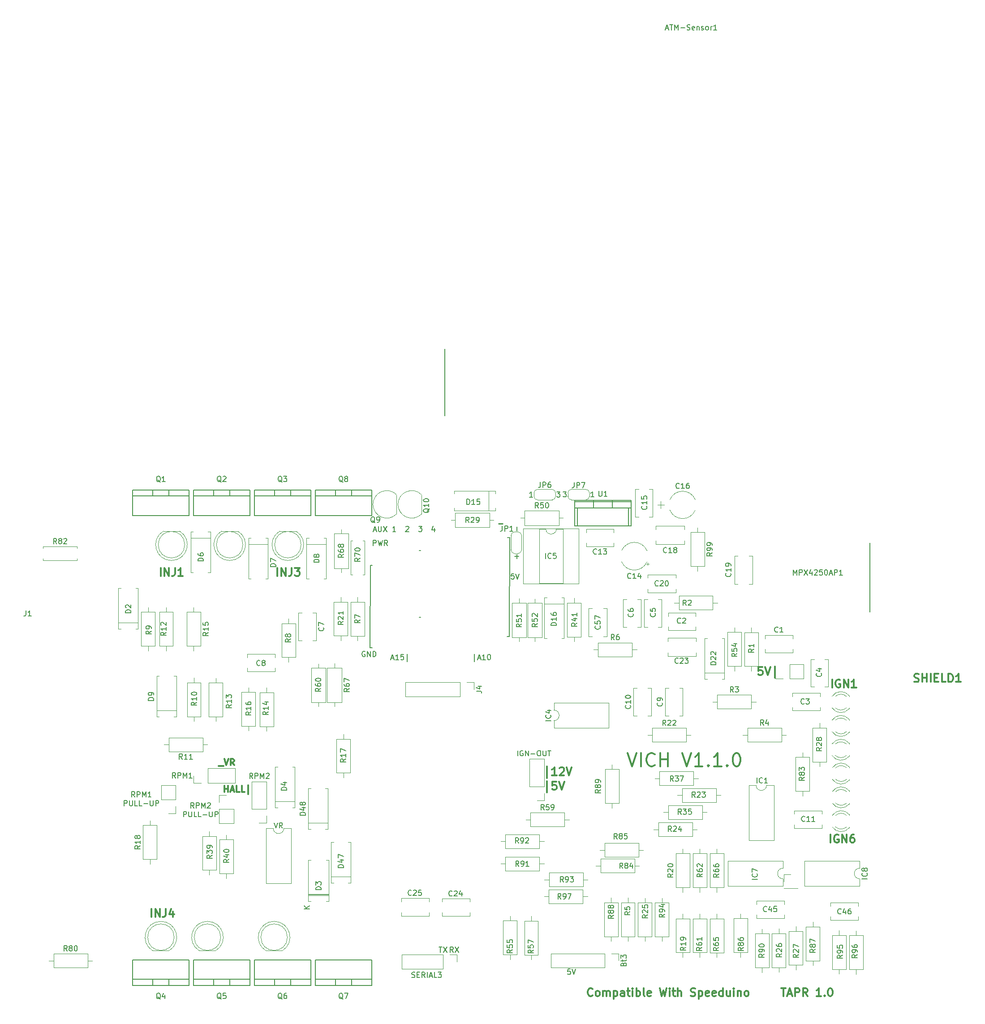
<source format=gto>
G04 #@! TF.GenerationSoftware,KiCad,Pcbnew,5.0.0+dfsg1-2*
G04 #@! TF.CreationDate,2019-03-17T13:18:05+01:00*
G04 #@! TF.ProjectId,speedy,7370656564792E6B696361645F706362,rev?*
G04 #@! TF.SameCoordinates,Original*
G04 #@! TF.FileFunction,Legend,Top*
G04 #@! TF.FilePolarity,Positive*
%FSLAX46Y46*%
G04 Gerber Fmt 4.6, Leading zero omitted, Abs format (unit mm)*
G04 Created by KiCad (PCBNEW 5.0.0+dfsg1-2) date Sun Mar 17 13:18:05 2019*
%MOMM*%
%LPD*%
G01*
G04 APERTURE LIST*
%ADD10C,0.300000*%
%ADD11C,0.200000*%
%ADD12C,0.150000*%
%ADD13C,0.250000*%
%ADD14C,0.120000*%
%ADD15C,0.304800*%
G04 APERTURE END LIST*
D10*
X112018571Y-79438571D02*
X112018571Y-77938571D01*
X112732857Y-79438571D02*
X112732857Y-77938571D01*
X113590000Y-79438571D01*
X113590000Y-77938571D01*
X114732857Y-77938571D02*
X114732857Y-79010000D01*
X114661428Y-79224285D01*
X114518571Y-79367142D01*
X114304285Y-79438571D01*
X114161428Y-79438571D01*
X115304285Y-77938571D02*
X116232857Y-77938571D01*
X115732857Y-78510000D01*
X115947142Y-78510000D01*
X116090000Y-78581428D01*
X116161428Y-78652857D01*
X116232857Y-78795714D01*
X116232857Y-79152857D01*
X116161428Y-79295714D01*
X116090000Y-79367142D01*
X115947142Y-79438571D01*
X115518571Y-79438571D01*
X115375714Y-79367142D01*
X115304285Y-79295714D01*
D11*
X129950000Y-77440000D02*
X129590000Y-77440000D01*
X129920000Y-93010000D02*
X129560000Y-93010000D01*
X129590000Y-77440000D02*
X129560000Y-93010000D01*
D12*
X96261904Y-123327380D02*
X95928571Y-122851190D01*
X95690476Y-123327380D02*
X95690476Y-122327380D01*
X96071428Y-122327380D01*
X96166666Y-122375000D01*
X96214285Y-122422619D01*
X96261904Y-122517857D01*
X96261904Y-122660714D01*
X96214285Y-122755952D01*
X96166666Y-122803571D01*
X96071428Y-122851190D01*
X95690476Y-122851190D01*
X96690476Y-123327380D02*
X96690476Y-122327380D01*
X97071428Y-122327380D01*
X97166666Y-122375000D01*
X97214285Y-122422619D01*
X97261904Y-122517857D01*
X97261904Y-122660714D01*
X97214285Y-122755952D01*
X97166666Y-122803571D01*
X97071428Y-122851190D01*
X96690476Y-122851190D01*
X97690476Y-123327380D02*
X97690476Y-122327380D01*
X98023809Y-123041666D01*
X98357142Y-122327380D01*
X98357142Y-123327380D01*
X98785714Y-122422619D02*
X98833333Y-122375000D01*
X98928571Y-122327380D01*
X99166666Y-122327380D01*
X99261904Y-122375000D01*
X99309523Y-122422619D01*
X99357142Y-122517857D01*
X99357142Y-122613095D01*
X99309523Y-122755952D01*
X98738095Y-123327380D01*
X99357142Y-123327380D01*
X94261904Y-124977380D02*
X94261904Y-123977380D01*
X94642857Y-123977380D01*
X94738095Y-124025000D01*
X94785714Y-124072619D01*
X94833333Y-124167857D01*
X94833333Y-124310714D01*
X94785714Y-124405952D01*
X94738095Y-124453571D01*
X94642857Y-124501190D01*
X94261904Y-124501190D01*
X95261904Y-123977380D02*
X95261904Y-124786904D01*
X95309523Y-124882142D01*
X95357142Y-124929761D01*
X95452380Y-124977380D01*
X95642857Y-124977380D01*
X95738095Y-124929761D01*
X95785714Y-124882142D01*
X95833333Y-124786904D01*
X95833333Y-123977380D01*
X96785714Y-124977380D02*
X96309523Y-124977380D01*
X96309523Y-123977380D01*
X97595238Y-124977380D02*
X97119047Y-124977380D01*
X97119047Y-123977380D01*
X97928571Y-124596428D02*
X98690476Y-124596428D01*
X99166666Y-123977380D02*
X99166666Y-124786904D01*
X99214285Y-124882142D01*
X99261904Y-124929761D01*
X99357142Y-124977380D01*
X99547619Y-124977380D01*
X99642857Y-124929761D01*
X99690476Y-124882142D01*
X99738095Y-124786904D01*
X99738095Y-123977380D01*
X100214285Y-124977380D02*
X100214285Y-123977380D01*
X100595238Y-123977380D01*
X100690476Y-124025000D01*
X100738095Y-124072619D01*
X100785714Y-124167857D01*
X100785714Y-124310714D01*
X100738095Y-124405952D01*
X100690476Y-124453571D01*
X100595238Y-124501190D01*
X100214285Y-124501190D01*
X85061904Y-121237380D02*
X84728571Y-120761190D01*
X84490476Y-121237380D02*
X84490476Y-120237380D01*
X84871428Y-120237380D01*
X84966666Y-120285000D01*
X85014285Y-120332619D01*
X85061904Y-120427857D01*
X85061904Y-120570714D01*
X85014285Y-120665952D01*
X84966666Y-120713571D01*
X84871428Y-120761190D01*
X84490476Y-120761190D01*
X85490476Y-121237380D02*
X85490476Y-120237380D01*
X85871428Y-120237380D01*
X85966666Y-120285000D01*
X86014285Y-120332619D01*
X86061904Y-120427857D01*
X86061904Y-120570714D01*
X86014285Y-120665952D01*
X85966666Y-120713571D01*
X85871428Y-120761190D01*
X85490476Y-120761190D01*
X86490476Y-121237380D02*
X86490476Y-120237380D01*
X86823809Y-120951666D01*
X87157142Y-120237380D01*
X87157142Y-121237380D01*
X88157142Y-121237380D02*
X87585714Y-121237380D01*
X87871428Y-121237380D02*
X87871428Y-120237380D01*
X87776190Y-120380238D01*
X87680952Y-120475476D01*
X87585714Y-120523095D01*
X83061904Y-122887380D02*
X83061904Y-121887380D01*
X83442857Y-121887380D01*
X83538095Y-121935000D01*
X83585714Y-121982619D01*
X83633333Y-122077857D01*
X83633333Y-122220714D01*
X83585714Y-122315952D01*
X83538095Y-122363571D01*
X83442857Y-122411190D01*
X83061904Y-122411190D01*
X84061904Y-121887380D02*
X84061904Y-122696904D01*
X84109523Y-122792142D01*
X84157142Y-122839761D01*
X84252380Y-122887380D01*
X84442857Y-122887380D01*
X84538095Y-122839761D01*
X84585714Y-122792142D01*
X84633333Y-122696904D01*
X84633333Y-121887380D01*
X85585714Y-122887380D02*
X85109523Y-122887380D01*
X85109523Y-121887380D01*
X86395238Y-122887380D02*
X85919047Y-122887380D01*
X85919047Y-121887380D01*
X86728571Y-122506428D02*
X87490476Y-122506428D01*
X87966666Y-121887380D02*
X87966666Y-122696904D01*
X88014285Y-122792142D01*
X88061904Y-122839761D01*
X88157142Y-122887380D01*
X88347619Y-122887380D01*
X88442857Y-122839761D01*
X88490476Y-122792142D01*
X88538095Y-122696904D01*
X88538095Y-121887380D01*
X89014285Y-122887380D02*
X89014285Y-121887380D01*
X89395238Y-121887380D01*
X89490476Y-121935000D01*
X89538095Y-121982619D01*
X89585714Y-122077857D01*
X89585714Y-122220714D01*
X89538095Y-122315952D01*
X89490476Y-122363571D01*
X89395238Y-122411190D01*
X89014285Y-122411190D01*
D13*
X153819047Y-69571428D02*
X154580952Y-69571428D01*
D11*
X155760000Y-72150000D02*
X155510000Y-72150000D01*
X155810000Y-90860000D02*
X155450000Y-90860000D01*
X155910000Y-72100000D02*
X155850000Y-90920000D01*
X138800000Y-74650000D02*
X139050000Y-74650000D01*
X138800000Y-87300000D02*
X139050000Y-87300000D01*
X143620000Y-36540000D02*
X143620000Y-49190000D01*
D10*
X100938571Y-115347142D02*
X101852857Y-115347142D01*
X101967142Y-114032857D02*
X102367142Y-115232857D01*
X102767142Y-114032857D01*
X103852857Y-115232857D02*
X103452857Y-114661428D01*
X103167142Y-115232857D02*
X103167142Y-114032857D01*
X103624285Y-114032857D01*
X103738571Y-114090000D01*
X103795714Y-114147142D01*
X103852857Y-114261428D01*
X103852857Y-114432857D01*
X103795714Y-114547142D01*
X103738571Y-114604285D01*
X103624285Y-114661428D01*
X103167142Y-114661428D01*
X102020000Y-120322857D02*
X102020000Y-119122857D01*
X102020000Y-119694285D02*
X102705714Y-119694285D01*
X102705714Y-120322857D02*
X102705714Y-119122857D01*
X103220000Y-119980000D02*
X103791428Y-119980000D01*
X103105714Y-120322857D02*
X103505714Y-119122857D01*
X103905714Y-120322857D01*
X104877142Y-120322857D02*
X104305714Y-120322857D01*
X104305714Y-119122857D01*
X105848571Y-120322857D02*
X105277142Y-120322857D01*
X105277142Y-119122857D01*
X106534285Y-120722857D02*
X106534285Y-119008571D01*
D11*
X130198571Y-70766666D02*
X130674761Y-70766666D01*
X130103333Y-71052380D02*
X130436666Y-70052380D01*
X130770000Y-71052380D01*
X131103333Y-70052380D02*
X131103333Y-70861904D01*
X131150952Y-70957142D01*
X131198571Y-71004761D01*
X131293809Y-71052380D01*
X131484285Y-71052380D01*
X131579523Y-71004761D01*
X131627142Y-70957142D01*
X131674761Y-70861904D01*
X131674761Y-70052380D01*
X132055714Y-70052380D02*
X132722380Y-71052380D01*
X132722380Y-70052380D02*
X132055714Y-71052380D01*
X134389047Y-71052380D02*
X133817619Y-71052380D01*
X134103333Y-71052380D02*
X134103333Y-70052380D01*
X134008095Y-70195238D01*
X133912857Y-70290476D01*
X133817619Y-70338095D01*
X136293809Y-70147619D02*
X136341428Y-70100000D01*
X136436666Y-70052380D01*
X136674761Y-70052380D01*
X136770000Y-70100000D01*
X136817619Y-70147619D01*
X136865238Y-70242857D01*
X136865238Y-70338095D01*
X136817619Y-70480952D01*
X136246190Y-71052380D01*
X136865238Y-71052380D01*
X138722380Y-70052380D02*
X139341428Y-70052380D01*
X139008095Y-70433333D01*
X139150952Y-70433333D01*
X139246190Y-70480952D01*
X139293809Y-70528571D01*
X139341428Y-70623809D01*
X139341428Y-70861904D01*
X139293809Y-70957142D01*
X139246190Y-71004761D01*
X139150952Y-71052380D01*
X138865238Y-71052380D01*
X138770000Y-71004761D01*
X138722380Y-70957142D01*
X141722380Y-70385714D02*
X141722380Y-71052380D01*
X141484285Y-70004761D02*
X141246190Y-70719047D01*
X141865238Y-70719047D01*
X130126666Y-73702380D02*
X130126666Y-72702380D01*
X130507619Y-72702380D01*
X130602857Y-72750000D01*
X130650476Y-72797619D01*
X130698095Y-72892857D01*
X130698095Y-73035714D01*
X130650476Y-73130952D01*
X130602857Y-73178571D01*
X130507619Y-73226190D01*
X130126666Y-73226190D01*
X131031428Y-72702380D02*
X131269523Y-73702380D01*
X131460000Y-72988095D01*
X131650476Y-73702380D01*
X131888571Y-72702380D01*
X132840952Y-73702380D02*
X132507619Y-73226190D01*
X132269523Y-73702380D02*
X132269523Y-72702380D01*
X132650476Y-72702380D01*
X132745714Y-72750000D01*
X132793333Y-72797619D01*
X132840952Y-72892857D01*
X132840952Y-73035714D01*
X132793333Y-73130952D01*
X132745714Y-73178571D01*
X132650476Y-73226190D01*
X132269523Y-73226190D01*
X156739523Y-79022380D02*
X156263333Y-79022380D01*
X156215714Y-79498571D01*
X156263333Y-79450952D01*
X156358571Y-79403333D01*
X156596666Y-79403333D01*
X156691904Y-79450952D01*
X156739523Y-79498571D01*
X156787142Y-79593809D01*
X156787142Y-79831904D01*
X156739523Y-79927142D01*
X156691904Y-79974761D01*
X156596666Y-80022380D01*
X156358571Y-80022380D01*
X156263333Y-79974761D01*
X156215714Y-79927142D01*
X157072857Y-79022380D02*
X157406190Y-80022380D01*
X157739523Y-79022380D01*
X128568095Y-93730000D02*
X128472857Y-93682380D01*
X128330000Y-93682380D01*
X128187142Y-93730000D01*
X128091904Y-93825238D01*
X128044285Y-93920476D01*
X127996666Y-94110952D01*
X127996666Y-94253809D01*
X128044285Y-94444285D01*
X128091904Y-94539523D01*
X128187142Y-94634761D01*
X128330000Y-94682380D01*
X128425238Y-94682380D01*
X128568095Y-94634761D01*
X128615714Y-94587142D01*
X128615714Y-94253809D01*
X128425238Y-94253809D01*
X129044285Y-94682380D02*
X129044285Y-93682380D01*
X129615714Y-94682380D01*
X129615714Y-93682380D01*
X130091904Y-94682380D02*
X130091904Y-93682380D01*
X130330000Y-93682380D01*
X130472857Y-93730000D01*
X130568095Y-93825238D01*
X130615714Y-93920476D01*
X130663333Y-94110952D01*
X130663333Y-94253809D01*
X130615714Y-94444285D01*
X130568095Y-94539523D01*
X130472857Y-94634761D01*
X130330000Y-94682380D01*
X130091904Y-94682380D01*
X149259047Y-95615714D02*
X149259047Y-94187142D01*
X149925714Y-94996666D02*
X150401904Y-94996666D01*
X149830476Y-95282380D02*
X150163809Y-94282380D01*
X150497142Y-95282380D01*
X151354285Y-95282380D02*
X150782857Y-95282380D01*
X151068571Y-95282380D02*
X151068571Y-94282380D01*
X150973333Y-94425238D01*
X150878095Y-94520476D01*
X150782857Y-94568095D01*
X151973333Y-94282380D02*
X152068571Y-94282380D01*
X152163809Y-94330000D01*
X152211428Y-94377619D01*
X152259047Y-94472857D01*
X152306666Y-94663333D01*
X152306666Y-94901428D01*
X152259047Y-95091904D01*
X152211428Y-95187142D01*
X152163809Y-95234761D01*
X152068571Y-95282380D01*
X151973333Y-95282380D01*
X151878095Y-95234761D01*
X151830476Y-95187142D01*
X151782857Y-95091904D01*
X151735238Y-94901428D01*
X151735238Y-94663333D01*
X151782857Y-94472857D01*
X151830476Y-94377619D01*
X151878095Y-94330000D01*
X151973333Y-94282380D01*
X133523333Y-94996666D02*
X133999523Y-94996666D01*
X133428095Y-95282380D02*
X133761428Y-94282380D01*
X134094761Y-95282380D01*
X134951904Y-95282380D02*
X134380476Y-95282380D01*
X134666190Y-95282380D02*
X134666190Y-94282380D01*
X134570952Y-94425238D01*
X134475714Y-94520476D01*
X134380476Y-94568095D01*
X135856666Y-94282380D02*
X135380476Y-94282380D01*
X135332857Y-94758571D01*
X135380476Y-94710952D01*
X135475714Y-94663333D01*
X135713809Y-94663333D01*
X135809047Y-94710952D01*
X135856666Y-94758571D01*
X135904285Y-94853809D01*
X135904285Y-95091904D01*
X135856666Y-95187142D01*
X135809047Y-95234761D01*
X135713809Y-95282380D01*
X135475714Y-95282380D01*
X135380476Y-95234761D01*
X135332857Y-95187142D01*
X136570952Y-95615714D02*
X136570952Y-94187142D01*
X167390476Y-153752380D02*
X166914285Y-153752380D01*
X166866666Y-154228571D01*
X166914285Y-154180952D01*
X167009523Y-154133333D01*
X167247619Y-154133333D01*
X167342857Y-154180952D01*
X167390476Y-154228571D01*
X167438095Y-154323809D01*
X167438095Y-154561904D01*
X167390476Y-154657142D01*
X167342857Y-154704761D01*
X167247619Y-154752380D01*
X167009523Y-154752380D01*
X166914285Y-154704761D01*
X166866666Y-154657142D01*
X167723809Y-153752380D02*
X168057142Y-154752380D01*
X168390476Y-153752380D01*
X145263333Y-150552380D02*
X144930000Y-150076190D01*
X144691904Y-150552380D02*
X144691904Y-149552380D01*
X145072857Y-149552380D01*
X145168095Y-149600000D01*
X145215714Y-149647619D01*
X145263333Y-149742857D01*
X145263333Y-149885714D01*
X145215714Y-149980952D01*
X145168095Y-150028571D01*
X145072857Y-150076190D01*
X144691904Y-150076190D01*
X145596666Y-149552380D02*
X146263333Y-150552380D01*
X146263333Y-149552380D02*
X145596666Y-150552380D01*
X142568095Y-149552380D02*
X143139523Y-149552380D01*
X142853809Y-150552380D02*
X142853809Y-149552380D01*
X143377619Y-149552380D02*
X144044285Y-150552380D01*
X144044285Y-149552380D02*
X143377619Y-150552380D01*
D10*
X203680000Y-96688571D02*
X202965714Y-96688571D01*
X202894285Y-97402857D01*
X202965714Y-97331428D01*
X203108571Y-97260000D01*
X203465714Y-97260000D01*
X203608571Y-97331428D01*
X203680000Y-97402857D01*
X203751428Y-97545714D01*
X203751428Y-97902857D01*
X203680000Y-98045714D01*
X203608571Y-98117142D01*
X203465714Y-98188571D01*
X203108571Y-98188571D01*
X202965714Y-98117142D01*
X202894285Y-98045714D01*
X204180000Y-96688571D02*
X204680000Y-98188571D01*
X205180000Y-96688571D01*
X206037142Y-98688571D02*
X206037142Y-96545714D01*
X88218571Y-143908571D02*
X88218571Y-142408571D01*
X88932857Y-143908571D02*
X88932857Y-142408571D01*
X89790000Y-143908571D01*
X89790000Y-142408571D01*
X90932857Y-142408571D02*
X90932857Y-143480000D01*
X90861428Y-143694285D01*
X90718571Y-143837142D01*
X90504285Y-143908571D01*
X90361428Y-143908571D01*
X92290000Y-142908571D02*
X92290000Y-143908571D01*
X91932857Y-142337142D02*
X91575714Y-143408571D01*
X92504285Y-143408571D01*
X89958571Y-79458571D02*
X89958571Y-77958571D01*
X90672857Y-79458571D02*
X90672857Y-77958571D01*
X91530000Y-79458571D01*
X91530000Y-77958571D01*
X92672857Y-77958571D02*
X92672857Y-79030000D01*
X92601428Y-79244285D01*
X92458571Y-79387142D01*
X92244285Y-79458571D01*
X92101428Y-79458571D01*
X94172857Y-79458571D02*
X93315714Y-79458571D01*
X93744285Y-79458571D02*
X93744285Y-77958571D01*
X93601428Y-78172857D01*
X93458571Y-78315714D01*
X93315714Y-78387142D01*
X216570000Y-129858571D02*
X216570000Y-128358571D01*
X218070000Y-128430000D02*
X217927142Y-128358571D01*
X217712857Y-128358571D01*
X217498571Y-128430000D01*
X217355714Y-128572857D01*
X217284285Y-128715714D01*
X217212857Y-129001428D01*
X217212857Y-129215714D01*
X217284285Y-129501428D01*
X217355714Y-129644285D01*
X217498571Y-129787142D01*
X217712857Y-129858571D01*
X217855714Y-129858571D01*
X218070000Y-129787142D01*
X218141428Y-129715714D01*
X218141428Y-129215714D01*
X217855714Y-129215714D01*
X218784285Y-129858571D02*
X218784285Y-128358571D01*
X219641428Y-129858571D01*
X219641428Y-128358571D01*
X220998571Y-128358571D02*
X220712857Y-128358571D01*
X220570000Y-128430000D01*
X220498571Y-128501428D01*
X220355714Y-128715714D01*
X220284285Y-129001428D01*
X220284285Y-129572857D01*
X220355714Y-129715714D01*
X220427142Y-129787142D01*
X220570000Y-129858571D01*
X220855714Y-129858571D01*
X220998571Y-129787142D01*
X221070000Y-129715714D01*
X221141428Y-129572857D01*
X221141428Y-129215714D01*
X221070000Y-129072857D01*
X220998571Y-129001428D01*
X220855714Y-128930000D01*
X220570000Y-128930000D01*
X220427142Y-129001428D01*
X220355714Y-129072857D01*
X220284285Y-129215714D01*
X216860000Y-100518571D02*
X216860000Y-99018571D01*
X218360000Y-99090000D02*
X218217142Y-99018571D01*
X218002857Y-99018571D01*
X217788571Y-99090000D01*
X217645714Y-99232857D01*
X217574285Y-99375714D01*
X217502857Y-99661428D01*
X217502857Y-99875714D01*
X217574285Y-100161428D01*
X217645714Y-100304285D01*
X217788571Y-100447142D01*
X218002857Y-100518571D01*
X218145714Y-100518571D01*
X218360000Y-100447142D01*
X218431428Y-100375714D01*
X218431428Y-99875714D01*
X218145714Y-99875714D01*
X219074285Y-100518571D02*
X219074285Y-99018571D01*
X219931428Y-100518571D01*
X219931428Y-99018571D01*
X221431428Y-100518571D02*
X220574285Y-100518571D01*
X221002857Y-100518571D02*
X221002857Y-99018571D01*
X220860000Y-99232857D01*
X220717142Y-99375714D01*
X220574285Y-99447142D01*
X178216190Y-112930952D02*
X179049523Y-115430952D01*
X179882857Y-112930952D01*
X180716190Y-115430952D02*
X180716190Y-112930952D01*
X183335238Y-115192857D02*
X183216190Y-115311904D01*
X182859047Y-115430952D01*
X182620952Y-115430952D01*
X182263809Y-115311904D01*
X182025714Y-115073809D01*
X181906666Y-114835714D01*
X181787619Y-114359523D01*
X181787619Y-114002380D01*
X181906666Y-113526190D01*
X182025714Y-113288095D01*
X182263809Y-113050000D01*
X182620952Y-112930952D01*
X182859047Y-112930952D01*
X183216190Y-113050000D01*
X183335238Y-113169047D01*
X184406666Y-115430952D02*
X184406666Y-112930952D01*
X184406666Y-114121428D02*
X185835238Y-114121428D01*
X185835238Y-115430952D02*
X185835238Y-112930952D01*
X188573333Y-112930952D02*
X189406666Y-115430952D01*
X190240000Y-112930952D01*
X192382857Y-115430952D02*
X190954285Y-115430952D01*
X191668571Y-115430952D02*
X191668571Y-112930952D01*
X191430476Y-113288095D01*
X191192380Y-113526190D01*
X190954285Y-113645238D01*
X193454285Y-115192857D02*
X193573333Y-115311904D01*
X193454285Y-115430952D01*
X193335238Y-115311904D01*
X193454285Y-115192857D01*
X193454285Y-115430952D01*
X195954285Y-115430952D02*
X194525714Y-115430952D01*
X195240000Y-115430952D02*
X195240000Y-112930952D01*
X195001904Y-113288095D01*
X194763809Y-113526190D01*
X194525714Y-113645238D01*
X197025714Y-115192857D02*
X197144761Y-115311904D01*
X197025714Y-115430952D01*
X196906666Y-115311904D01*
X197025714Y-115192857D01*
X197025714Y-115430952D01*
X198692380Y-112930952D02*
X198930476Y-112930952D01*
X199168571Y-113050000D01*
X199287619Y-113169047D01*
X199406666Y-113407142D01*
X199525714Y-113883333D01*
X199525714Y-114478571D01*
X199406666Y-114954761D01*
X199287619Y-115192857D01*
X199168571Y-115311904D01*
X198930476Y-115430952D01*
X198692380Y-115430952D01*
X198454285Y-115311904D01*
X198335238Y-115192857D01*
X198216190Y-114954761D01*
X198097142Y-114478571D01*
X198097142Y-113883333D01*
X198216190Y-113407142D01*
X198335238Y-113169047D01*
X198454285Y-113050000D01*
X198692380Y-112930952D01*
X162938571Y-117628571D02*
X162938571Y-115485714D01*
X164795714Y-117128571D02*
X163938571Y-117128571D01*
X164367142Y-117128571D02*
X164367142Y-115628571D01*
X164224285Y-115842857D01*
X164081428Y-115985714D01*
X163938571Y-116057142D01*
X165367142Y-115771428D02*
X165438571Y-115700000D01*
X165581428Y-115628571D01*
X165938571Y-115628571D01*
X166081428Y-115700000D01*
X166152857Y-115771428D01*
X166224285Y-115914285D01*
X166224285Y-116057142D01*
X166152857Y-116271428D01*
X165295714Y-117128571D01*
X166224285Y-117128571D01*
X166652857Y-115628571D02*
X167152857Y-117128571D01*
X167652857Y-115628571D01*
X162942857Y-120368571D02*
X162942857Y-118225714D01*
X164728571Y-118368571D02*
X164014285Y-118368571D01*
X163942857Y-119082857D01*
X164014285Y-119011428D01*
X164157142Y-118940000D01*
X164514285Y-118940000D01*
X164657142Y-119011428D01*
X164728571Y-119082857D01*
X164800000Y-119225714D01*
X164800000Y-119582857D01*
X164728571Y-119725714D01*
X164657142Y-119797142D01*
X164514285Y-119868571D01*
X164157142Y-119868571D01*
X164014285Y-119797142D01*
X163942857Y-119725714D01*
X165228571Y-118368571D02*
X165728571Y-119868571D01*
X166228571Y-118368571D01*
X171585714Y-158735714D02*
X171514285Y-158807142D01*
X171300000Y-158878571D01*
X171157142Y-158878571D01*
X170942857Y-158807142D01*
X170800000Y-158664285D01*
X170728571Y-158521428D01*
X170657142Y-158235714D01*
X170657142Y-158021428D01*
X170728571Y-157735714D01*
X170800000Y-157592857D01*
X170942857Y-157450000D01*
X171157142Y-157378571D01*
X171300000Y-157378571D01*
X171514285Y-157450000D01*
X171585714Y-157521428D01*
X172442857Y-158878571D02*
X172300000Y-158807142D01*
X172228571Y-158735714D01*
X172157142Y-158592857D01*
X172157142Y-158164285D01*
X172228571Y-158021428D01*
X172300000Y-157950000D01*
X172442857Y-157878571D01*
X172657142Y-157878571D01*
X172800000Y-157950000D01*
X172871428Y-158021428D01*
X172942857Y-158164285D01*
X172942857Y-158592857D01*
X172871428Y-158735714D01*
X172800000Y-158807142D01*
X172657142Y-158878571D01*
X172442857Y-158878571D01*
X173585714Y-158878571D02*
X173585714Y-157878571D01*
X173585714Y-158021428D02*
X173657142Y-157950000D01*
X173800000Y-157878571D01*
X174014285Y-157878571D01*
X174157142Y-157950000D01*
X174228571Y-158092857D01*
X174228571Y-158878571D01*
X174228571Y-158092857D02*
X174300000Y-157950000D01*
X174442857Y-157878571D01*
X174657142Y-157878571D01*
X174800000Y-157950000D01*
X174871428Y-158092857D01*
X174871428Y-158878571D01*
X175585714Y-157878571D02*
X175585714Y-159378571D01*
X175585714Y-157950000D02*
X175728571Y-157878571D01*
X176014285Y-157878571D01*
X176157142Y-157950000D01*
X176228571Y-158021428D01*
X176300000Y-158164285D01*
X176300000Y-158592857D01*
X176228571Y-158735714D01*
X176157142Y-158807142D01*
X176014285Y-158878571D01*
X175728571Y-158878571D01*
X175585714Y-158807142D01*
X177585714Y-158878571D02*
X177585714Y-158092857D01*
X177514285Y-157950000D01*
X177371428Y-157878571D01*
X177085714Y-157878571D01*
X176942857Y-157950000D01*
X177585714Y-158807142D02*
X177442857Y-158878571D01*
X177085714Y-158878571D01*
X176942857Y-158807142D01*
X176871428Y-158664285D01*
X176871428Y-158521428D01*
X176942857Y-158378571D01*
X177085714Y-158307142D01*
X177442857Y-158307142D01*
X177585714Y-158235714D01*
X178085714Y-157878571D02*
X178657142Y-157878571D01*
X178300000Y-157378571D02*
X178300000Y-158664285D01*
X178371428Y-158807142D01*
X178514285Y-158878571D01*
X178657142Y-158878571D01*
X179157142Y-158878571D02*
X179157142Y-157878571D01*
X179157142Y-157378571D02*
X179085714Y-157450000D01*
X179157142Y-157521428D01*
X179228571Y-157450000D01*
X179157142Y-157378571D01*
X179157142Y-157521428D01*
X179871428Y-158878571D02*
X179871428Y-157378571D01*
X179871428Y-157950000D02*
X180014285Y-157878571D01*
X180300000Y-157878571D01*
X180442857Y-157950000D01*
X180514285Y-158021428D01*
X180585714Y-158164285D01*
X180585714Y-158592857D01*
X180514285Y-158735714D01*
X180442857Y-158807142D01*
X180300000Y-158878571D01*
X180014285Y-158878571D01*
X179871428Y-158807142D01*
X181442857Y-158878571D02*
X181300000Y-158807142D01*
X181228571Y-158664285D01*
X181228571Y-157378571D01*
X182585714Y-158807142D02*
X182442857Y-158878571D01*
X182157142Y-158878571D01*
X182014285Y-158807142D01*
X181942857Y-158664285D01*
X181942857Y-158092857D01*
X182014285Y-157950000D01*
X182157142Y-157878571D01*
X182442857Y-157878571D01*
X182585714Y-157950000D01*
X182657142Y-158092857D01*
X182657142Y-158235714D01*
X181942857Y-158378571D01*
X184300000Y-157378571D02*
X184657142Y-158878571D01*
X184942857Y-157807142D01*
X185228571Y-158878571D01*
X185585714Y-157378571D01*
X186157142Y-158878571D02*
X186157142Y-157878571D01*
X186157142Y-157378571D02*
X186085714Y-157450000D01*
X186157142Y-157521428D01*
X186228571Y-157450000D01*
X186157142Y-157378571D01*
X186157142Y-157521428D01*
X186657142Y-157878571D02*
X187228571Y-157878571D01*
X186871428Y-157378571D02*
X186871428Y-158664285D01*
X186942857Y-158807142D01*
X187085714Y-158878571D01*
X187228571Y-158878571D01*
X187728571Y-158878571D02*
X187728571Y-157378571D01*
X188371428Y-158878571D02*
X188371428Y-158092857D01*
X188300000Y-157950000D01*
X188157142Y-157878571D01*
X187942857Y-157878571D01*
X187800000Y-157950000D01*
X187728571Y-158021428D01*
X190157142Y-158807142D02*
X190371428Y-158878571D01*
X190728571Y-158878571D01*
X190871428Y-158807142D01*
X190942857Y-158735714D01*
X191014285Y-158592857D01*
X191014285Y-158450000D01*
X190942857Y-158307142D01*
X190871428Y-158235714D01*
X190728571Y-158164285D01*
X190442857Y-158092857D01*
X190300000Y-158021428D01*
X190228571Y-157950000D01*
X190157142Y-157807142D01*
X190157142Y-157664285D01*
X190228571Y-157521428D01*
X190300000Y-157450000D01*
X190442857Y-157378571D01*
X190800000Y-157378571D01*
X191014285Y-157450000D01*
X191657142Y-157878571D02*
X191657142Y-159378571D01*
X191657142Y-157950000D02*
X191800000Y-157878571D01*
X192085714Y-157878571D01*
X192228571Y-157950000D01*
X192300000Y-158021428D01*
X192371428Y-158164285D01*
X192371428Y-158592857D01*
X192300000Y-158735714D01*
X192228571Y-158807142D01*
X192085714Y-158878571D01*
X191800000Y-158878571D01*
X191657142Y-158807142D01*
X193585714Y-158807142D02*
X193442857Y-158878571D01*
X193157142Y-158878571D01*
X193014285Y-158807142D01*
X192942857Y-158664285D01*
X192942857Y-158092857D01*
X193014285Y-157950000D01*
X193157142Y-157878571D01*
X193442857Y-157878571D01*
X193585714Y-157950000D01*
X193657142Y-158092857D01*
X193657142Y-158235714D01*
X192942857Y-158378571D01*
X194871428Y-158807142D02*
X194728571Y-158878571D01*
X194442857Y-158878571D01*
X194300000Y-158807142D01*
X194228571Y-158664285D01*
X194228571Y-158092857D01*
X194300000Y-157950000D01*
X194442857Y-157878571D01*
X194728571Y-157878571D01*
X194871428Y-157950000D01*
X194942857Y-158092857D01*
X194942857Y-158235714D01*
X194228571Y-158378571D01*
X196228571Y-158878571D02*
X196228571Y-157378571D01*
X196228571Y-158807142D02*
X196085714Y-158878571D01*
X195800000Y-158878571D01*
X195657142Y-158807142D01*
X195585714Y-158735714D01*
X195514285Y-158592857D01*
X195514285Y-158164285D01*
X195585714Y-158021428D01*
X195657142Y-157950000D01*
X195800000Y-157878571D01*
X196085714Y-157878571D01*
X196228571Y-157950000D01*
X197585714Y-157878571D02*
X197585714Y-158878571D01*
X196942857Y-157878571D02*
X196942857Y-158664285D01*
X197014285Y-158807142D01*
X197157142Y-158878571D01*
X197371428Y-158878571D01*
X197514285Y-158807142D01*
X197585714Y-158735714D01*
X198300000Y-158878571D02*
X198300000Y-157878571D01*
X198300000Y-157378571D02*
X198228571Y-157450000D01*
X198300000Y-157521428D01*
X198371428Y-157450000D01*
X198300000Y-157378571D01*
X198300000Y-157521428D01*
X199014285Y-157878571D02*
X199014285Y-158878571D01*
X199014285Y-158021428D02*
X199085714Y-157950000D01*
X199228571Y-157878571D01*
X199442857Y-157878571D01*
X199585714Y-157950000D01*
X199657142Y-158092857D01*
X199657142Y-158878571D01*
X200585714Y-158878571D02*
X200442857Y-158807142D01*
X200371428Y-158735714D01*
X200300000Y-158592857D01*
X200300000Y-158164285D01*
X200371428Y-158021428D01*
X200442857Y-157950000D01*
X200585714Y-157878571D01*
X200800000Y-157878571D01*
X200942857Y-157950000D01*
X201014285Y-158021428D01*
X201085714Y-158164285D01*
X201085714Y-158592857D01*
X201014285Y-158735714D01*
X200942857Y-158807142D01*
X200800000Y-158878571D01*
X200585714Y-158878571D01*
X207228571Y-157378571D02*
X208085714Y-157378571D01*
X207657142Y-158878571D02*
X207657142Y-157378571D01*
X208514285Y-158450000D02*
X209228571Y-158450000D01*
X208371428Y-158878571D02*
X208871428Y-157378571D01*
X209371428Y-158878571D01*
X209871428Y-158878571D02*
X209871428Y-157378571D01*
X210442857Y-157378571D01*
X210585714Y-157450000D01*
X210657142Y-157521428D01*
X210728571Y-157664285D01*
X210728571Y-157878571D01*
X210657142Y-158021428D01*
X210585714Y-158092857D01*
X210442857Y-158164285D01*
X209871428Y-158164285D01*
X212228571Y-158878571D02*
X211728571Y-158164285D01*
X211371428Y-158878571D02*
X211371428Y-157378571D01*
X211942857Y-157378571D01*
X212085714Y-157450000D01*
X212157142Y-157521428D01*
X212228571Y-157664285D01*
X212228571Y-157878571D01*
X212157142Y-158021428D01*
X212085714Y-158092857D01*
X211942857Y-158164285D01*
X211371428Y-158164285D01*
X214800000Y-158878571D02*
X213942857Y-158878571D01*
X214371428Y-158878571D02*
X214371428Y-157378571D01*
X214228571Y-157592857D01*
X214085714Y-157735714D01*
X213942857Y-157807142D01*
X215442857Y-158735714D02*
X215514285Y-158807142D01*
X215442857Y-158878571D01*
X215371428Y-158807142D01*
X215442857Y-158735714D01*
X215442857Y-158878571D01*
X216442857Y-157378571D02*
X216585714Y-157378571D01*
X216728571Y-157450000D01*
X216800000Y-157521428D01*
X216871428Y-157664285D01*
X216942857Y-157950000D01*
X216942857Y-158307142D01*
X216871428Y-158592857D01*
X216800000Y-158735714D01*
X216728571Y-158807142D01*
X216585714Y-158878571D01*
X216442857Y-158878571D01*
X216300000Y-158807142D01*
X216228571Y-158735714D01*
X216157142Y-158592857D01*
X216085714Y-158307142D01*
X216085714Y-157950000D01*
X216157142Y-157664285D01*
X216228571Y-157521428D01*
X216300000Y-157450000D01*
X216442857Y-157378571D01*
D14*
G04 #@! TO.C,R51*
X157690000Y-83740000D02*
X157690000Y-84510000D01*
X157690000Y-91820000D02*
X157690000Y-91050000D01*
X156320000Y-84510000D02*
X156320000Y-91050000D01*
X159060000Y-84510000D02*
X156320000Y-84510000D01*
X159060000Y-91050000D02*
X159060000Y-84510000D01*
X156320000Y-91050000D02*
X159060000Y-91050000D01*
G04 #@! TO.C,R50*
X166040000Y-68500000D02*
X165270000Y-68500000D01*
X157960000Y-68500000D02*
X158730000Y-68500000D01*
X165270000Y-67130000D02*
X158730000Y-67130000D01*
X165270000Y-69870000D02*
X165270000Y-67130000D01*
X158730000Y-69870000D02*
X165270000Y-69870000D01*
X158730000Y-67130000D02*
X158730000Y-69870000D01*
G04 #@! TO.C,R29*
X144840000Y-68900000D02*
X145610000Y-68900000D01*
X152920000Y-68900000D02*
X152150000Y-68900000D01*
X145610000Y-70270000D02*
X152150000Y-70270000D01*
X145610000Y-67530000D02*
X145610000Y-70270000D01*
X152150000Y-67530000D02*
X145610000Y-67530000D01*
X152150000Y-70270000D02*
X152150000Y-67530000D01*
G04 #@! TO.C,R52*
X160680000Y-83750000D02*
X160680000Y-84520000D01*
X160680000Y-91830000D02*
X160680000Y-91060000D01*
X159310000Y-84520000D02*
X159310000Y-91060000D01*
X162050000Y-84520000D02*
X159310000Y-84520000D01*
X162050000Y-91060000D02*
X162050000Y-84520000D01*
X159310000Y-91060000D02*
X162050000Y-91060000D01*
D12*
G04 #@! TO.C,Q8*
X124500000Y-63202000D02*
X129834000Y-63202000D01*
X124500000Y-63202000D02*
X119166000Y-63202000D01*
X119166000Y-64345000D02*
X119166000Y-63202000D01*
X129834000Y-64345000D02*
X119166000Y-64345000D01*
X129834000Y-63202000D02*
X129834000Y-64345000D01*
X119166000Y-68028000D02*
X119166000Y-64345000D01*
X129834000Y-68028000D02*
X119166000Y-68028000D01*
X129834000Y-64345000D02*
X129834000Y-68028000D01*
X126024000Y-63202000D02*
X126024000Y-64345000D01*
X122976000Y-63202000D02*
X122976000Y-64345000D01*
D14*
G04 #@! TO.C,R6*
X172650000Y-92060000D02*
X172650000Y-94680000D01*
X172650000Y-94680000D02*
X179070000Y-94680000D01*
X179070000Y-94680000D02*
X179070000Y-92060000D01*
X179070000Y-92060000D02*
X172650000Y-92060000D01*
X171760000Y-93370000D02*
X172650000Y-93370000D01*
X179960000Y-93370000D02*
X179070000Y-93370000D01*
G04 #@! TO.C,C18*
X183580000Y-70695000D02*
X183580000Y-70029000D01*
X183580000Y-73471000D02*
X183580000Y-72805000D01*
X188920000Y-70695000D02*
X188920000Y-70029000D01*
X188920000Y-73471000D02*
X188920000Y-72805000D01*
X188920000Y-70029000D02*
X183580000Y-70029000D01*
X188920000Y-73471000D02*
X183580000Y-73471000D01*
G04 #@! TO.C,C23*
X185830000Y-91825000D02*
X185830000Y-91159000D01*
X185830000Y-94601000D02*
X185830000Y-93935000D01*
X191170000Y-91825000D02*
X191170000Y-91159000D01*
X191170000Y-94601000D02*
X191170000Y-93935000D01*
X191170000Y-91159000D02*
X185830000Y-91159000D01*
X191170000Y-94601000D02*
X185830000Y-94601000D01*
G04 #@! TO.C,C14*
X182034775Y-77445000D02*
X182034775Y-76945000D01*
X182284775Y-77195000D02*
X181784775Y-77195000D01*
X177084003Y-74660000D02*
G75*
G02X181875997Y-74660000I2395997J-1060000D01*
G01*
X177084003Y-76780000D02*
G75*
G03X181875997Y-76780000I2395997J1060000D01*
G01*
G04 #@! TO.C,C57*
X171535000Y-90910000D02*
X170869000Y-90910000D01*
X174311000Y-90910000D02*
X173645000Y-90910000D01*
X171535000Y-85570000D02*
X170869000Y-85570000D01*
X174311000Y-85570000D02*
X173645000Y-85570000D01*
X170869000Y-85570000D02*
X170869000Y-90910000D01*
X174311000Y-85570000D02*
X174311000Y-90910000D01*
G04 #@! TO.C,C20*
X181990000Y-79845000D02*
X181990000Y-79179000D01*
X181990000Y-82621000D02*
X181990000Y-81955000D01*
X187330000Y-79845000D02*
X187330000Y-79179000D01*
X187330000Y-82621000D02*
X187330000Y-81955000D01*
X187330000Y-79179000D02*
X181990000Y-79179000D01*
X187330000Y-82621000D02*
X181990000Y-82621000D01*
G04 #@! TO.C,C19*
X201185000Y-75640000D02*
X201851000Y-75640000D01*
X198409000Y-75640000D02*
X199075000Y-75640000D01*
X201185000Y-80980000D02*
X201851000Y-80980000D01*
X198409000Y-80980000D02*
X199075000Y-80980000D01*
X201851000Y-80980000D02*
X201851000Y-75640000D01*
X198409000Y-80980000D02*
X198409000Y-75640000D01*
G04 #@! TO.C,LED1*
X91999538Y-76530000D02*
G75*
G03X93544830Y-70980000I462J2990000D01*
G01*
X92000462Y-76530000D02*
G75*
G02X90455170Y-70980000I-462J2990000D01*
G01*
X94500000Y-73540000D02*
G75*
G03X94500000Y-73540000I-2500000J0D01*
G01*
X93545000Y-70980000D02*
X90455000Y-70980000D01*
G04 #@! TO.C,LED2*
X102999538Y-76530000D02*
G75*
G03X104544830Y-70980000I462J2990000D01*
G01*
X103000462Y-76530000D02*
G75*
G02X101455170Y-70980000I-462J2990000D01*
G01*
X105500000Y-73540000D02*
G75*
G03X105500000Y-73540000I-2500000J0D01*
G01*
X104545000Y-70980000D02*
X101455000Y-70980000D01*
G04 #@! TO.C,LED3*
X113999538Y-76530000D02*
G75*
G03X115544830Y-70980000I462J2990000D01*
G01*
X114000462Y-76530000D02*
G75*
G02X112455170Y-70980000I-462J2990000D01*
G01*
X116500000Y-73540000D02*
G75*
G03X116500000Y-73540000I-2500000J0D01*
G01*
X115545000Y-70980000D02*
X112455000Y-70980000D01*
G04 #@! TO.C,LED4*
X90000462Y-144740000D02*
G75*
G03X88455170Y-150290000I-462J-2990000D01*
G01*
X89999538Y-144740000D02*
G75*
G02X91544830Y-150290000I462J-2990000D01*
G01*
X92500000Y-147730000D02*
G75*
G03X92500000Y-147730000I-2500000J0D01*
G01*
X88455000Y-150290000D02*
X91545000Y-150290000D01*
G04 #@! TO.C,LED5*
X98800462Y-144740000D02*
G75*
G03X97255170Y-150290000I-462J-2990000D01*
G01*
X98799538Y-144740000D02*
G75*
G02X100344830Y-150290000I462J-2990000D01*
G01*
X101300000Y-147730000D02*
G75*
G03X101300000Y-147730000I-2500000J0D01*
G01*
X97255000Y-150290000D02*
X100345000Y-150290000D01*
G04 #@! TO.C,LED6*
X111400462Y-144740000D02*
G75*
G03X109855170Y-150290000I-462J-2990000D01*
G01*
X111399538Y-144740000D02*
G75*
G02X112944830Y-150290000I462J-2990000D01*
G01*
X113900000Y-147730000D02*
G75*
G03X113900000Y-147730000I-2500000J0D01*
G01*
X109855000Y-150290000D02*
X112945000Y-150290000D01*
G04 #@! TO.C,R23*
X188530000Y-119600000D02*
X188530000Y-122220000D01*
X188530000Y-122220000D02*
X194950000Y-122220000D01*
X194950000Y-122220000D02*
X194950000Y-119600000D01*
X194950000Y-119600000D02*
X188530000Y-119600000D01*
X187640000Y-120910000D02*
X188530000Y-120910000D01*
X195840000Y-120910000D02*
X194950000Y-120910000D01*
G04 #@! TO.C,R82*
X67730000Y-74250000D02*
X67730000Y-73920000D01*
X67730000Y-73920000D02*
X74150000Y-73920000D01*
X74150000Y-73920000D02*
X74150000Y-74250000D01*
X67730000Y-76210000D02*
X67730000Y-76540000D01*
X67730000Y-76540000D02*
X74150000Y-76540000D01*
X74150000Y-76540000D02*
X74150000Y-76210000D01*
G04 #@! TO.C,C7*
X119330000Y-86430000D02*
X119330000Y-91650000D01*
X116010000Y-86430000D02*
X116010000Y-91650000D01*
X119330000Y-86430000D02*
X118666000Y-86430000D01*
X116674000Y-86430000D02*
X116010000Y-86430000D01*
X119330000Y-91650000D02*
X118666000Y-91650000D01*
X116674000Y-91650000D02*
X116010000Y-91650000D01*
G04 #@! TO.C,D2*
X82460000Y-89490000D02*
X81980000Y-89490000D01*
X81980000Y-89490000D02*
X81980000Y-81770000D01*
X81980000Y-81770000D02*
X82460000Y-81770000D01*
X85220000Y-89490000D02*
X85700000Y-89490000D01*
X85700000Y-89490000D02*
X85700000Y-81770000D01*
X85700000Y-81770000D02*
X85220000Y-81770000D01*
X81980000Y-88290000D02*
X85700000Y-88290000D01*
G04 #@! TO.C,C13*
X175600000Y-73880000D02*
X170380000Y-73880000D01*
X175600000Y-70560000D02*
X170380000Y-70560000D01*
X175600000Y-73880000D02*
X175600000Y-73216000D01*
X175600000Y-71224000D02*
X175600000Y-70560000D01*
X170380000Y-73880000D02*
X170380000Y-73216000D01*
X170380000Y-71224000D02*
X170380000Y-70560000D01*
G04 #@! TO.C,C15*
X179650000Y-68280000D02*
X179650000Y-63060000D01*
X182970000Y-68280000D02*
X182970000Y-63060000D01*
X179650000Y-68280000D02*
X180314000Y-68280000D01*
X182306000Y-68280000D02*
X182970000Y-68280000D01*
X179650000Y-63060000D02*
X180314000Y-63060000D01*
X182306000Y-63060000D02*
X182970000Y-63060000D01*
G04 #@! TO.C,C16*
X191006863Y-65038600D02*
G75*
G03X186212564Y-65040000I-2396863J-981400D01*
G01*
X191006863Y-67001400D02*
G75*
G02X186212564Y-67000000I-2396863J981400D01*
G01*
X183910000Y-66020000D02*
X185110000Y-66020000D01*
X184510000Y-65370000D02*
X184510000Y-66670000D01*
G04 #@! TO.C,D15*
X153190000Y-66630000D02*
X153190000Y-67110000D01*
X153190000Y-67110000D02*
X145470000Y-67110000D01*
X145470000Y-67110000D02*
X145470000Y-66630000D01*
X153190000Y-63870000D02*
X153190000Y-63390000D01*
X153190000Y-63390000D02*
X145470000Y-63390000D01*
X145470000Y-63390000D02*
X145470000Y-63870000D01*
X151990000Y-67110000D02*
X151990000Y-63390000D01*
G04 #@! TO.C,D16*
X165720000Y-83500000D02*
X166200000Y-83500000D01*
X166200000Y-83500000D02*
X166200000Y-91220000D01*
X166200000Y-91220000D02*
X165720000Y-91220000D01*
X162960000Y-83500000D02*
X162480000Y-83500000D01*
X162480000Y-83500000D02*
X162480000Y-91220000D01*
X162480000Y-91220000D02*
X162960000Y-91220000D01*
X166200000Y-84700000D02*
X162480000Y-84700000D01*
G04 #@! TO.C,C1*
X204190000Y-90640000D02*
X209410000Y-90640000D01*
X204190000Y-93960000D02*
X209410000Y-93960000D01*
X204190000Y-90640000D02*
X204190000Y-91304000D01*
X204190000Y-93296000D02*
X204190000Y-93960000D01*
X209410000Y-90640000D02*
X209410000Y-91304000D01*
X209410000Y-93296000D02*
X209410000Y-93960000D01*
G04 #@! TO.C,C2*
X185880000Y-86390000D02*
X191100000Y-86390000D01*
X185880000Y-89710000D02*
X191100000Y-89710000D01*
X185880000Y-86390000D02*
X185880000Y-87054000D01*
X185880000Y-89046000D02*
X185880000Y-89710000D01*
X191100000Y-86390000D02*
X191100000Y-87054000D01*
X191100000Y-89046000D02*
X191100000Y-89710000D01*
G04 #@! TO.C,C3*
X209390000Y-101590000D02*
X214610000Y-101590000D01*
X209390000Y-104910000D02*
X214610000Y-104910000D01*
X209390000Y-101590000D02*
X209390000Y-102254000D01*
X209390000Y-104246000D02*
X209390000Y-104910000D01*
X214610000Y-101590000D02*
X214610000Y-102254000D01*
X214610000Y-104246000D02*
X214610000Y-104910000D01*
G04 #@! TO.C,C4*
X212840000Y-100410000D02*
X212840000Y-95190000D01*
X216160000Y-100410000D02*
X216160000Y-95190000D01*
X212840000Y-100410000D02*
X213504000Y-100410000D01*
X215496000Y-100410000D02*
X216160000Y-100410000D01*
X212840000Y-95190000D02*
X213504000Y-95190000D01*
X215496000Y-95190000D02*
X216160000Y-95190000D01*
G04 #@! TO.C,C5*
X181320000Y-89090000D02*
X181320000Y-83870000D01*
X184640000Y-89090000D02*
X184640000Y-83870000D01*
X181320000Y-89090000D02*
X181984000Y-89090000D01*
X183976000Y-89090000D02*
X184640000Y-89090000D01*
X181320000Y-83870000D02*
X181984000Y-83870000D01*
X183976000Y-83870000D02*
X184640000Y-83870000D01*
G04 #@! TO.C,C6*
X177390000Y-89090000D02*
X177390000Y-83870000D01*
X180710000Y-89090000D02*
X180710000Y-83870000D01*
X177390000Y-89090000D02*
X178054000Y-89090000D01*
X180046000Y-89090000D02*
X180710000Y-89090000D01*
X177390000Y-83870000D02*
X178054000Y-83870000D01*
X180046000Y-83870000D02*
X180710000Y-83870000D01*
G04 #@! TO.C,C8*
X111580000Y-97510000D02*
X106360000Y-97510000D01*
X111580000Y-94190000D02*
X106360000Y-94190000D01*
X111580000Y-97510000D02*
X111580000Y-96846000D01*
X111580000Y-94854000D02*
X111580000Y-94190000D01*
X106360000Y-97510000D02*
X106360000Y-96846000D01*
X106360000Y-94854000D02*
X106360000Y-94190000D01*
G04 #@! TO.C,C9*
X185340000Y-105860000D02*
X185340000Y-100640000D01*
X188660000Y-105860000D02*
X188660000Y-100640000D01*
X185340000Y-105860000D02*
X186004000Y-105860000D01*
X187996000Y-105860000D02*
X188660000Y-105860000D01*
X185340000Y-100640000D02*
X186004000Y-100640000D01*
X187996000Y-100640000D02*
X188660000Y-100640000D01*
G04 #@! TO.C,C10*
X179340000Y-105860000D02*
X179340000Y-100640000D01*
X182660000Y-105860000D02*
X182660000Y-100640000D01*
X179340000Y-105860000D02*
X180004000Y-105860000D01*
X181996000Y-105860000D02*
X182660000Y-105860000D01*
X179340000Y-100640000D02*
X180004000Y-100640000D01*
X181996000Y-100640000D02*
X182660000Y-100640000D01*
G04 #@! TO.C,D6*
X98880000Y-71070000D02*
X99360000Y-71070000D01*
X99360000Y-71070000D02*
X99360000Y-78790000D01*
X99360000Y-78790000D02*
X98880000Y-78790000D01*
X96120000Y-71070000D02*
X95640000Y-71070000D01*
X95640000Y-71070000D02*
X95640000Y-78790000D01*
X95640000Y-78790000D02*
X96120000Y-78790000D01*
X99360000Y-72270000D02*
X95640000Y-72270000D01*
G04 #@! TO.C,D7*
X109780000Y-72260000D02*
X110260000Y-72260000D01*
X110260000Y-72260000D02*
X110260000Y-79980000D01*
X110260000Y-79980000D02*
X109780000Y-79980000D01*
X107020000Y-72260000D02*
X106540000Y-72260000D01*
X106540000Y-72260000D02*
X106540000Y-79980000D01*
X106540000Y-79980000D02*
X107020000Y-79980000D01*
X110260000Y-73460000D02*
X106540000Y-73460000D01*
G04 #@! TO.C,D8*
X120780000Y-72260000D02*
X121260000Y-72260000D01*
X121260000Y-72260000D02*
X121260000Y-79980000D01*
X121260000Y-79980000D02*
X120780000Y-79980000D01*
X118020000Y-72260000D02*
X117540000Y-72260000D01*
X117540000Y-72260000D02*
X117540000Y-79980000D01*
X117540000Y-79980000D02*
X118020000Y-79980000D01*
X121260000Y-73460000D02*
X117540000Y-73460000D01*
G04 #@! TO.C,D9*
X89670000Y-106090000D02*
X89190000Y-106090000D01*
X89190000Y-106090000D02*
X89190000Y-98370000D01*
X89190000Y-98370000D02*
X89670000Y-98370000D01*
X92430000Y-106090000D02*
X92910000Y-106090000D01*
X92910000Y-106090000D02*
X92910000Y-98370000D01*
X92910000Y-98370000D02*
X92430000Y-98370000D01*
X89190000Y-104890000D02*
X92910000Y-104890000D01*
G04 #@! TO.C,C24*
X143190000Y-140400000D02*
X148410000Y-140400000D01*
X143190000Y-143720000D02*
X148410000Y-143720000D01*
X143190000Y-140400000D02*
X143190000Y-141064000D01*
X143190000Y-143056000D02*
X143190000Y-143720000D01*
X148410000Y-140400000D02*
X148410000Y-141064000D01*
X148410000Y-143056000D02*
X148410000Y-143720000D01*
G04 #@! TO.C,C25*
X140680000Y-143700000D02*
X135460000Y-143700000D01*
X140680000Y-140380000D02*
X135460000Y-140380000D01*
X140680000Y-143700000D02*
X140680000Y-143036000D01*
X140680000Y-141044000D02*
X140680000Y-140380000D01*
X135460000Y-143700000D02*
X135460000Y-143036000D01*
X135460000Y-141044000D02*
X135460000Y-140380000D01*
G04 #@! TO.C,D4*
X112095000Y-123230000D02*
X111615000Y-123230000D01*
X111615000Y-123230000D02*
X111615000Y-115510000D01*
X111615000Y-115510000D02*
X112095000Y-115510000D01*
X114855000Y-123230000D02*
X115335000Y-123230000D01*
X115335000Y-123230000D02*
X115335000Y-115510000D01*
X115335000Y-115510000D02*
X114855000Y-115510000D01*
X111615000Y-122030000D02*
X115335000Y-122030000D01*
G04 #@! TO.C,RPM1*
X98840000Y-118590000D02*
X104040000Y-118590000D01*
X104040000Y-118590000D02*
X104040000Y-115810000D01*
X104040000Y-115810000D02*
X98840000Y-115810000D01*
X98840000Y-115810000D02*
X98840000Y-118590000D01*
X97570000Y-118590000D02*
X96180000Y-118590000D01*
X96180000Y-118590000D02*
X96180000Y-117200000D01*
G04 #@! TO.C,RPM2*
X109940000Y-123500000D02*
X109940000Y-118300000D01*
X109940000Y-118300000D02*
X107160000Y-118300000D01*
X107160000Y-118300000D02*
X107160000Y-123500000D01*
X107160000Y-123500000D02*
X109940000Y-123500000D01*
X109940000Y-124770000D02*
X109940000Y-126160000D01*
X109940000Y-126160000D02*
X108550000Y-126160000D01*
G04 #@! TO.C,RPM1_PULLUP*
X92810000Y-121700000D02*
X92810000Y-119040000D01*
X92810000Y-119040000D02*
X90030000Y-119040000D01*
X90030000Y-119040000D02*
X90030000Y-121700000D01*
X90030000Y-121700000D02*
X92810000Y-121700000D01*
X92810000Y-122970000D02*
X92810000Y-124360000D01*
X92810000Y-124360000D02*
X91420000Y-124360000D01*
G04 #@! TO.C,RPM2_PULLUP*
X100980000Y-123520000D02*
X100980000Y-126180000D01*
X100980000Y-126180000D02*
X103760000Y-126180000D01*
X103760000Y-126180000D02*
X103760000Y-123520000D01*
X103760000Y-123520000D02*
X100980000Y-123520000D01*
X100980000Y-122250000D02*
X100980000Y-120860000D01*
X100980000Y-120860000D02*
X102370000Y-120860000D01*
G04 #@! TO.C,IC1*
X204490000Y-118990000D02*
G75*
G02X202490000Y-118990000I-1000000J0D01*
G01*
X202490000Y-118990000D02*
X201120000Y-118990000D01*
X201120000Y-118990000D02*
X201120000Y-129390000D01*
X201120000Y-129390000D02*
X205860000Y-129390000D01*
X205860000Y-129390000D02*
X205860000Y-118990000D01*
X205860000Y-118990000D02*
X204490000Y-118990000D01*
G04 #@! TO.C,SERIAL3*
X143310000Y-150980000D02*
X135570000Y-150980000D01*
X135570000Y-150980000D02*
X135570000Y-153760000D01*
X135570000Y-153760000D02*
X143310000Y-153760000D01*
X143310000Y-153760000D02*
X143310000Y-150980000D01*
X144580000Y-150980000D02*
X145970000Y-150980000D01*
X145970000Y-150980000D02*
X145970000Y-152370000D01*
G04 #@! TO.C,C11*
X209720000Y-123800000D02*
X214940000Y-123800000D01*
X209720000Y-127120000D02*
X214940000Y-127120000D01*
X209720000Y-123800000D02*
X209720000Y-124464000D01*
X209720000Y-126456000D02*
X209720000Y-127120000D01*
X214940000Y-123800000D02*
X214940000Y-124464000D01*
X214940000Y-126456000D02*
X214940000Y-127120000D01*
G04 #@! TO.C,IGN-OUT*
X162460000Y-119240000D02*
X162460000Y-114040000D01*
X162460000Y-114040000D02*
X159680000Y-114040000D01*
X159680000Y-114040000D02*
X159680000Y-119240000D01*
X159680000Y-119240000D02*
X162460000Y-119240000D01*
X162460000Y-120510000D02*
X162460000Y-121900000D01*
X162460000Y-121900000D02*
X161070000Y-121900000D01*
G04 #@! TO.C,5V-OUT1*
X208840000Y-98900000D02*
X211500000Y-98900000D01*
X211500000Y-98900000D02*
X211500000Y-96120000D01*
X211500000Y-96120000D02*
X208840000Y-96120000D01*
X208840000Y-96120000D02*
X208840000Y-98900000D01*
X207570000Y-98900000D02*
X206180000Y-98900000D01*
X206180000Y-98900000D02*
X206180000Y-97510000D01*
D12*
G04 #@! TO.C,U1*
X178366000Y-66599000D02*
X178366000Y-70028000D01*
X168714000Y-66599000D02*
X168714000Y-70028000D01*
X178874000Y-65456000D02*
X168206000Y-65456000D01*
X175318000Y-66472000D02*
X175318000Y-65202000D01*
X171762000Y-66472000D02*
X171762000Y-65202000D01*
X168206000Y-66599000D02*
X178874000Y-66599000D01*
X178874000Y-70028000D02*
X168206000Y-70028000D01*
X168206000Y-65202000D02*
X168206000Y-70028000D01*
X178874000Y-65202000D02*
X178874000Y-70028000D01*
X178874000Y-65202000D02*
X168206000Y-65202000D01*
D14*
G04 #@! TO.C,J4*
X146520000Y-99500000D02*
X136240000Y-99500000D01*
X136240000Y-99500000D02*
X136240000Y-102280000D01*
X136240000Y-102280000D02*
X146520000Y-102280000D01*
X146520000Y-102280000D02*
X146520000Y-99500000D01*
X147790000Y-99500000D02*
X149180000Y-99500000D01*
X149180000Y-99500000D02*
X149180000Y-100890000D01*
G04 #@! TO.C,R70*
X126200000Y-79210000D02*
X125870000Y-79210000D01*
X125870000Y-79210000D02*
X125870000Y-72790000D01*
X125870000Y-72790000D02*
X126200000Y-72790000D01*
X128160000Y-79210000D02*
X128490000Y-79210000D01*
X128490000Y-79210000D02*
X128490000Y-72790000D01*
X128490000Y-72790000D02*
X128160000Y-72790000D01*
G04 #@! TO.C,VR*
X113240000Y-127140000D02*
G75*
G02X111240000Y-127140000I-1000000J0D01*
G01*
X111240000Y-127140000D02*
X109870000Y-127140000D01*
X109870000Y-127140000D02*
X109870000Y-137540000D01*
X109870000Y-137540000D02*
X114610000Y-137540000D01*
X114610000Y-137540000D02*
X114610000Y-127140000D01*
X114610000Y-127140000D02*
X113240000Y-127140000D01*
G04 #@! TO.C,IC4*
X164280000Y-104810000D02*
G75*
G02X164280000Y-106810000I0J-1000000D01*
G01*
X164280000Y-106810000D02*
X164280000Y-108180000D01*
X164280000Y-108180000D02*
X174680000Y-108180000D01*
X174680000Y-108180000D02*
X174680000Y-103440000D01*
X174680000Y-103440000D02*
X164280000Y-103440000D01*
X164280000Y-103440000D02*
X164280000Y-104810000D01*
D12*
G04 #@! TO.C,MPX4250AP1*
X224000000Y-73205000D02*
X224000000Y-86205000D01*
G04 #@! TO.C,Q7*
X126024000Y-156848000D02*
X126024000Y-155705000D01*
X122976000Y-156848000D02*
X122976000Y-155705000D01*
X119166000Y-155705000D02*
X119166000Y-152022000D01*
X119166000Y-152022000D02*
X129834000Y-152022000D01*
X129834000Y-152022000D02*
X129834000Y-155705000D01*
X119166000Y-156848000D02*
X119166000Y-155705000D01*
X119166000Y-155705000D02*
X129834000Y-155705000D01*
X129834000Y-155705000D02*
X129834000Y-156848000D01*
X124500000Y-156848000D02*
X129834000Y-156848000D01*
X124500000Y-156848000D02*
X119166000Y-156848000D01*
G04 #@! TO.C,Q6*
X114524000Y-156848000D02*
X114524000Y-155705000D01*
X111476000Y-156848000D02*
X111476000Y-155705000D01*
X107666000Y-155705000D02*
X107666000Y-152022000D01*
X107666000Y-152022000D02*
X118334000Y-152022000D01*
X118334000Y-152022000D02*
X118334000Y-155705000D01*
X107666000Y-156848000D02*
X107666000Y-155705000D01*
X107666000Y-155705000D02*
X118334000Y-155705000D01*
X118334000Y-155705000D02*
X118334000Y-156848000D01*
X113000000Y-156848000D02*
X118334000Y-156848000D01*
X113000000Y-156848000D02*
X107666000Y-156848000D01*
G04 #@! TO.C,Q5*
X103024000Y-156848000D02*
X103024000Y-155705000D01*
X99976000Y-156848000D02*
X99976000Y-155705000D01*
X96166000Y-155705000D02*
X96166000Y-152022000D01*
X96166000Y-152022000D02*
X106834000Y-152022000D01*
X106834000Y-152022000D02*
X106834000Y-155705000D01*
X96166000Y-156848000D02*
X96166000Y-155705000D01*
X96166000Y-155705000D02*
X106834000Y-155705000D01*
X106834000Y-155705000D02*
X106834000Y-156848000D01*
X101500000Y-156848000D02*
X106834000Y-156848000D01*
X101500000Y-156848000D02*
X96166000Y-156848000D01*
G04 #@! TO.C,Q4*
X91524000Y-156848000D02*
X91524000Y-155705000D01*
X88476000Y-156848000D02*
X88476000Y-155705000D01*
X84666000Y-155705000D02*
X84666000Y-152022000D01*
X84666000Y-152022000D02*
X95334000Y-152022000D01*
X95334000Y-152022000D02*
X95334000Y-155705000D01*
X84666000Y-156848000D02*
X84666000Y-155705000D01*
X84666000Y-155705000D02*
X95334000Y-155705000D01*
X95334000Y-155705000D02*
X95334000Y-156848000D01*
X90000000Y-156848000D02*
X95334000Y-156848000D01*
X90000000Y-156848000D02*
X84666000Y-156848000D01*
G04 #@! TO.C,Q3*
X111476000Y-63202000D02*
X111476000Y-64345000D01*
X114524000Y-63202000D02*
X114524000Y-64345000D01*
X118334000Y-64345000D02*
X118334000Y-68028000D01*
X118334000Y-68028000D02*
X107666000Y-68028000D01*
X107666000Y-68028000D02*
X107666000Y-64345000D01*
X118334000Y-63202000D02*
X118334000Y-64345000D01*
X118334000Y-64345000D02*
X107666000Y-64345000D01*
X107666000Y-64345000D02*
X107666000Y-63202000D01*
X113000000Y-63202000D02*
X107666000Y-63202000D01*
X113000000Y-63202000D02*
X118334000Y-63202000D01*
G04 #@! TO.C,Q2*
X99976000Y-63202000D02*
X99976000Y-64345000D01*
X103024000Y-63202000D02*
X103024000Y-64345000D01*
X106834000Y-64345000D02*
X106834000Y-68028000D01*
X106834000Y-68028000D02*
X96166000Y-68028000D01*
X96166000Y-68028000D02*
X96166000Y-64345000D01*
X106834000Y-63202000D02*
X106834000Y-64345000D01*
X106834000Y-64345000D02*
X96166000Y-64345000D01*
X96166000Y-64345000D02*
X96166000Y-63202000D01*
X101500000Y-63202000D02*
X96166000Y-63202000D01*
X101500000Y-63202000D02*
X106834000Y-63202000D01*
G04 #@! TO.C,Q1*
X88476000Y-63202000D02*
X88476000Y-64345000D01*
X91524000Y-63202000D02*
X91524000Y-64345000D01*
X95334000Y-64345000D02*
X95334000Y-68028000D01*
X95334000Y-68028000D02*
X84666000Y-68028000D01*
X84666000Y-68028000D02*
X84666000Y-64345000D01*
X95334000Y-63202000D02*
X95334000Y-64345000D01*
X95334000Y-64345000D02*
X84666000Y-64345000D01*
X84666000Y-64345000D02*
X84666000Y-63202000D01*
X90000000Y-63202000D02*
X84666000Y-63202000D01*
X90000000Y-63202000D02*
X95334000Y-63202000D01*
D14*
G04 #@! TO.C,D22*
X193270000Y-98980000D02*
X192790000Y-98980000D01*
X192790000Y-98980000D02*
X192790000Y-91260000D01*
X192790000Y-91260000D02*
X193270000Y-91260000D01*
X196030000Y-98980000D02*
X196510000Y-98980000D01*
X196510000Y-98980000D02*
X196510000Y-91260000D01*
X196510000Y-91260000D02*
X196030000Y-91260000D01*
X192790000Y-97780000D02*
X196510000Y-97780000D01*
G04 #@! TO.C,R54*
X199710000Y-90070000D02*
X197090000Y-90070000D01*
X197090000Y-90070000D02*
X197090000Y-96490000D01*
X197090000Y-96490000D02*
X199710000Y-96490000D01*
X199710000Y-96490000D02*
X199710000Y-90070000D01*
X198400000Y-89180000D02*
X198400000Y-90070000D01*
X198400000Y-97380000D02*
X198400000Y-96490000D01*
G04 #@! TO.C,R61*
X190540000Y-150620000D02*
X193160000Y-150620000D01*
X193160000Y-150620000D02*
X193160000Y-144200000D01*
X193160000Y-144200000D02*
X190540000Y-144200000D01*
X190540000Y-144200000D02*
X190540000Y-150620000D01*
X191850000Y-151510000D02*
X191850000Y-150620000D01*
X191850000Y-143310000D02*
X191850000Y-144200000D01*
G04 #@! TO.C,R21*
X125310000Y-84340000D02*
X122690000Y-84340000D01*
X122690000Y-84340000D02*
X122690000Y-90760000D01*
X122690000Y-90760000D02*
X125310000Y-90760000D01*
X125310000Y-90760000D02*
X125310000Y-84340000D01*
X124000000Y-83450000D02*
X124000000Y-84340000D01*
X124000000Y-91650000D02*
X124000000Y-90760000D01*
G04 #@! TO.C,R10*
X97560000Y-99620000D02*
X94940000Y-99620000D01*
X94940000Y-99620000D02*
X94940000Y-106040000D01*
X94940000Y-106040000D02*
X97560000Y-106040000D01*
X97560000Y-106040000D02*
X97560000Y-99620000D01*
X96250000Y-98730000D02*
X96250000Y-99620000D01*
X96250000Y-106930000D02*
X96250000Y-106040000D01*
G04 #@! TO.C,R13*
X101700000Y-99630000D02*
X99080000Y-99630000D01*
X99080000Y-99630000D02*
X99080000Y-106050000D01*
X99080000Y-106050000D02*
X101700000Y-106050000D01*
X101700000Y-106050000D02*
X101700000Y-99630000D01*
X100390000Y-98740000D02*
X100390000Y-99630000D01*
X100390000Y-106940000D02*
X100390000Y-106050000D01*
G04 #@! TO.C,R16*
X107885000Y-101410000D02*
X105265000Y-101410000D01*
X105265000Y-101410000D02*
X105265000Y-107830000D01*
X105265000Y-107830000D02*
X107885000Y-107830000D01*
X107885000Y-107830000D02*
X107885000Y-101410000D01*
X106575000Y-100520000D02*
X106575000Y-101410000D01*
X106575000Y-108720000D02*
X106575000Y-107830000D01*
G04 #@! TO.C,R19*
X187340000Y-150630000D02*
X189960000Y-150630000D01*
X189960000Y-150630000D02*
X189960000Y-144210000D01*
X189960000Y-144210000D02*
X187340000Y-144210000D01*
X187340000Y-144210000D02*
X187340000Y-150630000D01*
X188650000Y-151520000D02*
X188650000Y-150630000D01*
X188650000Y-143320000D02*
X188650000Y-144210000D01*
G04 #@! TO.C,R65*
X193770000Y-150640000D02*
X196390000Y-150640000D01*
X196390000Y-150640000D02*
X196390000Y-144220000D01*
X196390000Y-144220000D02*
X193770000Y-144220000D01*
X193770000Y-144220000D02*
X193770000Y-150640000D01*
X195080000Y-151530000D02*
X195080000Y-150640000D01*
X195080000Y-143330000D02*
X195080000Y-144220000D01*
G04 #@! TO.C,R39*
X100460000Y-128630000D02*
X97840000Y-128630000D01*
X97840000Y-128630000D02*
X97840000Y-135050000D01*
X97840000Y-135050000D02*
X100460000Y-135050000D01*
X100460000Y-135050000D02*
X100460000Y-128630000D01*
X99150000Y-127740000D02*
X99150000Y-128630000D01*
X99150000Y-135940000D02*
X99150000Y-135050000D01*
G04 #@! TO.C,R40*
X103685000Y-129280000D02*
X101065000Y-129280000D01*
X101065000Y-129280000D02*
X101065000Y-135700000D01*
X101065000Y-135700000D02*
X103685000Y-135700000D01*
X103685000Y-135700000D02*
X103685000Y-129280000D01*
X102375000Y-128390000D02*
X102375000Y-129280000D01*
X102375000Y-136590000D02*
X102375000Y-135700000D01*
G04 #@! TO.C,R57*
X158690000Y-151070000D02*
X161310000Y-151070000D01*
X161310000Y-151070000D02*
X161310000Y-144650000D01*
X161310000Y-144650000D02*
X158690000Y-144650000D01*
X158690000Y-144650000D02*
X158690000Y-151070000D01*
X160000000Y-151960000D02*
X160000000Y-151070000D01*
X160000000Y-143760000D02*
X160000000Y-144650000D01*
G04 #@! TO.C,R24*
X184030000Y-126060000D02*
X184030000Y-128680000D01*
X184030000Y-128680000D02*
X190450000Y-128680000D01*
X190450000Y-128680000D02*
X190450000Y-126060000D01*
X190450000Y-126060000D02*
X184030000Y-126060000D01*
X183140000Y-127370000D02*
X184030000Y-127370000D01*
X191340000Y-127370000D02*
X190450000Y-127370000D01*
G04 #@! TO.C,R26*
X208130000Y-147010000D02*
X205510000Y-147010000D01*
X205510000Y-147010000D02*
X205510000Y-153430000D01*
X205510000Y-153430000D02*
X208130000Y-153430000D01*
X208130000Y-153430000D02*
X208130000Y-147010000D01*
X206820000Y-146120000D02*
X206820000Y-147010000D01*
X206820000Y-154320000D02*
X206820000Y-153430000D01*
G04 #@! TO.C,R27*
X208700000Y-152990000D02*
X211320000Y-152990000D01*
X211320000Y-152990000D02*
X211320000Y-146570000D01*
X211320000Y-146570000D02*
X208700000Y-146570000D01*
X208700000Y-146570000D02*
X208700000Y-152990000D01*
X210010000Y-153880000D02*
X210010000Y-152990000D01*
X210010000Y-145680000D02*
X210010000Y-146570000D01*
G04 #@! TO.C,R1*
X200290000Y-96530000D02*
X202910000Y-96530000D01*
X202910000Y-96530000D02*
X202910000Y-90110000D01*
X202910000Y-90110000D02*
X200290000Y-90110000D01*
X200290000Y-90110000D02*
X200290000Y-96530000D01*
X201600000Y-97420000D02*
X201600000Y-96530000D01*
X201600000Y-89220000D02*
X201600000Y-90110000D01*
G04 #@! TO.C,R3*
X195170000Y-101940000D02*
X195170000Y-104560000D01*
X195170000Y-104560000D02*
X201590000Y-104560000D01*
X201590000Y-104560000D02*
X201590000Y-101940000D01*
X201590000Y-101940000D02*
X195170000Y-101940000D01*
X194280000Y-103250000D02*
X195170000Y-103250000D01*
X202480000Y-103250000D02*
X201590000Y-103250000D01*
G04 #@! TO.C,R5*
X176980000Y-147610000D02*
X179600000Y-147610000D01*
X179600000Y-147610000D02*
X179600000Y-141190000D01*
X179600000Y-141190000D02*
X176980000Y-141190000D01*
X176980000Y-141190000D02*
X176980000Y-147610000D01*
X178290000Y-148500000D02*
X178290000Y-147610000D01*
X178290000Y-140300000D02*
X178290000Y-141190000D01*
G04 #@! TO.C,R28*
X213190000Y-114590000D02*
X215810000Y-114590000D01*
X215810000Y-114590000D02*
X215810000Y-108170000D01*
X215810000Y-108170000D02*
X213190000Y-108170000D01*
X213190000Y-108170000D02*
X213190000Y-114590000D01*
X214500000Y-115480000D02*
X214500000Y-114590000D01*
X214500000Y-107280000D02*
X214500000Y-108170000D01*
G04 #@! TO.C,R41*
X169420000Y-84540000D02*
X166800000Y-84540000D01*
X166800000Y-84540000D02*
X166800000Y-90960000D01*
X166800000Y-90960000D02*
X169420000Y-90960000D01*
X169420000Y-90960000D02*
X169420000Y-84540000D01*
X168110000Y-83650000D02*
X168110000Y-84540000D01*
X168110000Y-91850000D02*
X168110000Y-90960000D01*
G04 #@! TO.C,R2*
X194320000Y-85830000D02*
X194320000Y-83210000D01*
X194320000Y-83210000D02*
X187900000Y-83210000D01*
X187900000Y-83210000D02*
X187900000Y-85830000D01*
X187900000Y-85830000D02*
X194320000Y-85830000D01*
X195210000Y-84520000D02*
X194320000Y-84520000D01*
X187010000Y-84520000D02*
X187900000Y-84520000D01*
G04 #@! TO.C,R4*
X200870000Y-108190000D02*
X200870000Y-110810000D01*
X200870000Y-110810000D02*
X207290000Y-110810000D01*
X207290000Y-110810000D02*
X207290000Y-108190000D01*
X207290000Y-108190000D02*
X200870000Y-108190000D01*
X199980000Y-109500000D02*
X200870000Y-109500000D01*
X208180000Y-109500000D02*
X207290000Y-109500000D01*
G04 #@! TO.C,R8*
X115430000Y-88410000D02*
X112810000Y-88410000D01*
X112810000Y-88410000D02*
X112810000Y-94830000D01*
X112810000Y-94830000D02*
X115430000Y-94830000D01*
X115430000Y-94830000D02*
X115430000Y-88410000D01*
X114120000Y-87520000D02*
X114120000Y-88410000D01*
X114120000Y-95720000D02*
X114120000Y-94830000D01*
G04 #@! TO.C,R22*
X182870000Y-108190000D02*
X182870000Y-110810000D01*
X182870000Y-110810000D02*
X189290000Y-110810000D01*
X189290000Y-110810000D02*
X189290000Y-108190000D01*
X189290000Y-108190000D02*
X182870000Y-108190000D01*
X181980000Y-109500000D02*
X182870000Y-109500000D01*
X190180000Y-109500000D02*
X189290000Y-109500000D01*
G04 #@! TO.C,R59*
X159850000Y-124210000D02*
X159850000Y-126830000D01*
X159850000Y-126830000D02*
X166270000Y-126830000D01*
X166270000Y-126830000D02*
X166270000Y-124210000D01*
X166270000Y-124210000D02*
X159850000Y-124210000D01*
X158960000Y-125520000D02*
X159850000Y-125520000D01*
X167160000Y-125520000D02*
X166270000Y-125520000D01*
G04 #@! TO.C,R18*
X86630000Y-132990000D02*
X89250000Y-132990000D01*
X89250000Y-132990000D02*
X89250000Y-126570000D01*
X89250000Y-126570000D02*
X86630000Y-126570000D01*
X86630000Y-126570000D02*
X86630000Y-132990000D01*
X87940000Y-133880000D02*
X87940000Y-132990000D01*
X87940000Y-125680000D02*
X87940000Y-126570000D01*
G04 #@! TO.C,R9*
X88910000Y-86270000D02*
X86290000Y-86270000D01*
X86290000Y-86270000D02*
X86290000Y-92690000D01*
X86290000Y-92690000D02*
X88910000Y-92690000D01*
X88910000Y-92690000D02*
X88910000Y-86270000D01*
X87600000Y-85380000D02*
X87600000Y-86270000D01*
X87600000Y-93580000D02*
X87600000Y-92690000D01*
G04 #@! TO.C,R12*
X92310000Y-86270000D02*
X89690000Y-86270000D01*
X89690000Y-86270000D02*
X89690000Y-92690000D01*
X89690000Y-92690000D02*
X92310000Y-92690000D01*
X92310000Y-92690000D02*
X92310000Y-86270000D01*
X91000000Y-85380000D02*
X91000000Y-86270000D01*
X91000000Y-93580000D02*
X91000000Y-92690000D01*
G04 #@! TO.C,R15*
X97510000Y-86270000D02*
X94890000Y-86270000D01*
X94890000Y-86270000D02*
X94890000Y-92690000D01*
X94890000Y-92690000D02*
X97510000Y-92690000D01*
X97510000Y-92690000D02*
X97510000Y-86270000D01*
X96200000Y-85380000D02*
X96200000Y-86270000D01*
X96200000Y-93580000D02*
X96200000Y-92690000D01*
G04 #@! TO.C,R7*
X125880000Y-90800000D02*
X128500000Y-90800000D01*
X128500000Y-90800000D02*
X128500000Y-84380000D01*
X128500000Y-84380000D02*
X125880000Y-84380000D01*
X125880000Y-84380000D02*
X125880000Y-90800000D01*
X127190000Y-91690000D02*
X127190000Y-90800000D01*
X127190000Y-83490000D02*
X127190000Y-84380000D01*
G04 #@! TO.C,D47*
X122645000Y-137480000D02*
X122165000Y-137480000D01*
X122165000Y-137480000D02*
X122165000Y-129760000D01*
X122165000Y-129760000D02*
X122645000Y-129760000D01*
X125405000Y-137480000D02*
X125885000Y-137480000D01*
X125885000Y-137480000D02*
X125885000Y-129760000D01*
X125885000Y-129760000D02*
X125405000Y-129760000D01*
X122165000Y-136280000D02*
X125885000Y-136280000D01*
G04 #@! TO.C,D48*
X118320000Y-127320000D02*
X117840000Y-127320000D01*
X117840000Y-127320000D02*
X117840000Y-119600000D01*
X117840000Y-119600000D02*
X118320000Y-119600000D01*
X121080000Y-127320000D02*
X121560000Y-127320000D01*
X121560000Y-127320000D02*
X121560000Y-119600000D01*
X121560000Y-119600000D02*
X121080000Y-119600000D01*
X117840000Y-126120000D02*
X121560000Y-126120000D01*
G04 #@! TO.C,C45*
X202610000Y-140860000D02*
X207830000Y-140860000D01*
X202610000Y-144180000D02*
X207830000Y-144180000D01*
X202610000Y-140860000D02*
X202610000Y-141524000D01*
X202610000Y-143516000D02*
X202610000Y-144180000D01*
X207830000Y-140860000D02*
X207830000Y-141524000D01*
X207830000Y-143516000D02*
X207830000Y-144180000D01*
G04 #@! TO.C,IC7*
X207570000Y-136690000D02*
G75*
G02X207570000Y-134690000I0J1000000D01*
G01*
X207570000Y-134690000D02*
X207570000Y-133320000D01*
X207570000Y-133320000D02*
X197170000Y-133320000D01*
X197170000Y-133320000D02*
X197170000Y-138060000D01*
X197170000Y-138060000D02*
X207570000Y-138060000D01*
X207570000Y-138060000D02*
X207570000Y-136690000D01*
G04 #@! TO.C,LED9*
X216857665Y-113378608D02*
G75*
G03X220090000Y-113535516I1672335J1078608D01*
G01*
X216857665Y-111221392D02*
G75*
G02X220090000Y-111064484I1672335J-1078608D01*
G01*
X217488870Y-113379837D02*
G75*
G03X219570961Y-113380000I1041130J1079837D01*
G01*
X217488870Y-111220163D02*
G75*
G02X219570961Y-111220000I1041130J-1079837D01*
G01*
X220090000Y-113536000D02*
X220090000Y-113380000D01*
X220090000Y-111220000D02*
X220090000Y-111064000D01*
G04 #@! TO.C,LED10*
X216897665Y-117878608D02*
G75*
G03X220130000Y-118035516I1672335J1078608D01*
G01*
X216897665Y-115721392D02*
G75*
G02X220130000Y-115564484I1672335J-1078608D01*
G01*
X217528870Y-117879837D02*
G75*
G03X219610961Y-117880000I1041130J1079837D01*
G01*
X217528870Y-115720163D02*
G75*
G02X219610961Y-115720000I1041130J-1079837D01*
G01*
X220130000Y-118036000D02*
X220130000Y-117880000D01*
X220130000Y-115720000D02*
X220130000Y-115564000D01*
G04 #@! TO.C,R87*
X211920000Y-152180000D02*
X214540000Y-152180000D01*
X214540000Y-152180000D02*
X214540000Y-145760000D01*
X214540000Y-145760000D02*
X211920000Y-145760000D01*
X211920000Y-145760000D02*
X211920000Y-152180000D01*
X213230000Y-153070000D02*
X213230000Y-152180000D01*
X213230000Y-144870000D02*
X213230000Y-145760000D01*
G04 #@! TO.C,R83*
X209990000Y-120130000D02*
X212610000Y-120130000D01*
X212610000Y-120130000D02*
X212610000Y-113710000D01*
X212610000Y-113710000D02*
X209990000Y-113710000D01*
X209990000Y-113710000D02*
X209990000Y-120130000D01*
X211300000Y-121020000D02*
X211300000Y-120130000D01*
X211300000Y-112820000D02*
X211300000Y-113710000D01*
G04 #@! TO.C,R85*
X173860000Y-129940000D02*
X173860000Y-132560000D01*
X173860000Y-132560000D02*
X180280000Y-132560000D01*
X180280000Y-132560000D02*
X180280000Y-129940000D01*
X180280000Y-129940000D02*
X173860000Y-129940000D01*
X172970000Y-131250000D02*
X173860000Y-131250000D01*
X181170000Y-131250000D02*
X180280000Y-131250000D01*
G04 #@! TO.C,R84*
X173120000Y-132930000D02*
X173120000Y-135550000D01*
X173120000Y-135550000D02*
X179540000Y-135550000D01*
X179540000Y-135550000D02*
X179540000Y-132930000D01*
X179540000Y-132930000D02*
X173120000Y-132930000D01*
X172230000Y-134240000D02*
X173120000Y-134240000D01*
X180430000Y-134240000D02*
X179540000Y-134240000D01*
G04 #@! TO.C,R90*
X202300000Y-153480000D02*
X204920000Y-153480000D01*
X204920000Y-153480000D02*
X204920000Y-147060000D01*
X204920000Y-147060000D02*
X202300000Y-147060000D01*
X202300000Y-147060000D02*
X202300000Y-153480000D01*
X203610000Y-154370000D02*
X203610000Y-153480000D01*
X203610000Y-146170000D02*
X203610000Y-147060000D01*
G04 #@! TO.C,R86*
X200860000Y-144195000D02*
X198240000Y-144195000D01*
X198240000Y-144195000D02*
X198240000Y-150615000D01*
X198240000Y-150615000D02*
X200860000Y-150615000D01*
X200860000Y-150615000D02*
X200860000Y-144195000D01*
X199550000Y-143305000D02*
X199550000Y-144195000D01*
X199550000Y-151505000D02*
X199550000Y-150615000D01*
G04 #@! TO.C,R88*
X173790000Y-147610000D02*
X176410000Y-147610000D01*
X176410000Y-147610000D02*
X176410000Y-141190000D01*
X176410000Y-141190000D02*
X173790000Y-141190000D01*
X173790000Y-141190000D02*
X173790000Y-147610000D01*
X175100000Y-148500000D02*
X175100000Y-147610000D01*
X175100000Y-140300000D02*
X175100000Y-141190000D01*
G04 #@! TO.C,R89*
X173960000Y-122420000D02*
X176580000Y-122420000D01*
X176580000Y-122420000D02*
X176580000Y-116000000D01*
X176580000Y-116000000D02*
X173960000Y-116000000D01*
X173960000Y-116000000D02*
X173960000Y-122420000D01*
X175270000Y-123310000D02*
X175270000Y-122420000D01*
X175270000Y-115110000D02*
X175270000Y-116000000D01*
G04 #@! TO.C,R37*
X184250000Y-116410000D02*
X184250000Y-119030000D01*
X184250000Y-119030000D02*
X190670000Y-119030000D01*
X190670000Y-119030000D02*
X190670000Y-116410000D01*
X190670000Y-116410000D02*
X184250000Y-116410000D01*
X183360000Y-117720000D02*
X184250000Y-117720000D01*
X191560000Y-117720000D02*
X190670000Y-117720000D01*
G04 #@! TO.C,R35*
X192320000Y-125440000D02*
X192320000Y-122820000D01*
X192320000Y-122820000D02*
X185900000Y-122820000D01*
X185900000Y-122820000D02*
X185900000Y-125440000D01*
X185900000Y-125440000D02*
X192320000Y-125440000D01*
X193210000Y-124130000D02*
X192320000Y-124130000D01*
X185010000Y-124130000D02*
X185900000Y-124130000D01*
G04 #@! TO.C,R55*
X157310000Y-144610000D02*
X154690000Y-144610000D01*
X154690000Y-144610000D02*
X154690000Y-151030000D01*
X154690000Y-151030000D02*
X157310000Y-151030000D01*
X157310000Y-151030000D02*
X157310000Y-144610000D01*
X156000000Y-143720000D02*
X156000000Y-144610000D01*
X156000000Y-151920000D02*
X156000000Y-151030000D01*
G04 #@! TO.C,R66*
X193760000Y-138340000D02*
X196380000Y-138340000D01*
X196380000Y-138340000D02*
X196380000Y-131920000D01*
X196380000Y-131920000D02*
X193760000Y-131920000D01*
X193760000Y-131920000D02*
X193760000Y-138340000D01*
X195070000Y-139230000D02*
X195070000Y-138340000D01*
X195070000Y-131030000D02*
X195070000Y-131920000D01*
G04 #@! TO.C,R62*
X190560000Y-138340000D02*
X193180000Y-138340000D01*
X193180000Y-138340000D02*
X193180000Y-131920000D01*
X193180000Y-131920000D02*
X190560000Y-131920000D01*
X190560000Y-131920000D02*
X190560000Y-138340000D01*
X191870000Y-139230000D02*
X191870000Y-138340000D01*
X191870000Y-131030000D02*
X191870000Y-131920000D01*
G04 #@! TO.C,R20*
X187340000Y-138330000D02*
X189960000Y-138330000D01*
X189960000Y-138330000D02*
X189960000Y-131910000D01*
X189960000Y-131910000D02*
X187340000Y-131910000D01*
X187340000Y-131910000D02*
X187340000Y-138330000D01*
X188650000Y-139220000D02*
X188650000Y-138330000D01*
X188650000Y-131020000D02*
X188650000Y-131910000D01*
G04 #@! TO.C,R17*
X123180000Y-116680000D02*
X125800000Y-116680000D01*
X125800000Y-116680000D02*
X125800000Y-110260000D01*
X125800000Y-110260000D02*
X123180000Y-110260000D01*
X123180000Y-110260000D02*
X123180000Y-116680000D01*
X124490000Y-117570000D02*
X124490000Y-116680000D01*
X124490000Y-109370000D02*
X124490000Y-110260000D01*
G04 #@! TO.C,R14*
X108665000Y-107905000D02*
X111285000Y-107905000D01*
X111285000Y-107905000D02*
X111285000Y-101485000D01*
X111285000Y-101485000D02*
X108665000Y-101485000D01*
X108665000Y-101485000D02*
X108665000Y-107905000D01*
X109975000Y-108795000D02*
X109975000Y-107905000D01*
X109975000Y-100595000D02*
X109975000Y-101485000D01*
G04 #@! TO.C,R11*
X97920000Y-112620000D02*
X97920000Y-110000000D01*
X97920000Y-110000000D02*
X91500000Y-110000000D01*
X91500000Y-110000000D02*
X91500000Y-112620000D01*
X91500000Y-112620000D02*
X97920000Y-112620000D01*
X98810000Y-111310000D02*
X97920000Y-111310000D01*
X90610000Y-111310000D02*
X91500000Y-111310000D01*
G04 #@! TO.C,LED8*
X216857665Y-108878608D02*
G75*
G03X220090000Y-109035516I1672335J1078608D01*
G01*
X216857665Y-106721392D02*
G75*
G02X220090000Y-106564484I1672335J-1078608D01*
G01*
X217488870Y-108879837D02*
G75*
G03X219570961Y-108880000I1041130J1079837D01*
G01*
X217488870Y-106720163D02*
G75*
G02X219570961Y-106720000I1041130J-1079837D01*
G01*
X220090000Y-109036000D02*
X220090000Y-108880000D01*
X220090000Y-106720000D02*
X220090000Y-106564000D01*
G04 #@! TO.C,LED7*
X216857665Y-104378608D02*
G75*
G03X220090000Y-104535516I1672335J1078608D01*
G01*
X216857665Y-102221392D02*
G75*
G02X220090000Y-102064484I1672335J-1078608D01*
G01*
X217488870Y-104379837D02*
G75*
G03X219570961Y-104380000I1041130J1079837D01*
G01*
X217488870Y-102220163D02*
G75*
G02X219570961Y-102220000I1041130J-1079837D01*
G01*
X220090000Y-104536000D02*
X220090000Y-104380000D01*
X220090000Y-102220000D02*
X220090000Y-102064000D01*
G04 #@! TO.C,C46*
X216560000Y-141190000D02*
X221780000Y-141190000D01*
X216560000Y-144510000D02*
X221780000Y-144510000D01*
X216560000Y-141190000D02*
X216560000Y-141854000D01*
X216560000Y-143846000D02*
X216560000Y-144510000D01*
X221780000Y-141190000D02*
X221780000Y-141854000D01*
X221780000Y-143846000D02*
X221780000Y-144510000D01*
G04 #@! TO.C,IC8*
X222070000Y-136690000D02*
G75*
G02X222070000Y-134690000I0J1000000D01*
G01*
X222070000Y-134690000D02*
X222070000Y-133320000D01*
X222070000Y-133320000D02*
X211670000Y-133320000D01*
X211670000Y-133320000D02*
X211670000Y-138060000D01*
X211670000Y-138060000D02*
X222070000Y-138060000D01*
X222070000Y-138060000D02*
X222070000Y-136690000D01*
G04 #@! TO.C,LED11*
X216897665Y-122378608D02*
G75*
G03X220130000Y-122535516I1672335J1078608D01*
G01*
X216897665Y-120221392D02*
G75*
G02X220130000Y-120064484I1672335J-1078608D01*
G01*
X217528870Y-122379837D02*
G75*
G03X219610961Y-122380000I1041130J1079837D01*
G01*
X217528870Y-120220163D02*
G75*
G02X219610961Y-120220000I1041130J-1079837D01*
G01*
X220130000Y-122536000D02*
X220130000Y-122380000D01*
X220130000Y-120220000D02*
X220130000Y-120064000D01*
G04 #@! TO.C,LED12*
X216897665Y-126878608D02*
G75*
G03X220130000Y-127035516I1672335J1078608D01*
G01*
X216897665Y-124721392D02*
G75*
G02X220130000Y-124564484I1672335J-1078608D01*
G01*
X217528870Y-126879837D02*
G75*
G03X219610961Y-126880000I1041130J1079837D01*
G01*
X217528870Y-124720163D02*
G75*
G02X219610961Y-124720000I1041130J-1079837D01*
G01*
X220130000Y-127036000D02*
X220130000Y-126880000D01*
X220130000Y-124720000D02*
X220130000Y-124564000D01*
G04 #@! TO.C,R95*
X219520000Y-147350000D02*
X216900000Y-147350000D01*
X216900000Y-147350000D02*
X216900000Y-153770000D01*
X216900000Y-153770000D02*
X219520000Y-153770000D01*
X219520000Y-153770000D02*
X219520000Y-147350000D01*
X218210000Y-146460000D02*
X218210000Y-147350000D01*
X218210000Y-154660000D02*
X218210000Y-153770000D01*
G04 #@! TO.C,R97*
X163320000Y-138740000D02*
X163320000Y-141360000D01*
X163320000Y-141360000D02*
X169740000Y-141360000D01*
X169740000Y-141360000D02*
X169740000Y-138740000D01*
X169740000Y-138740000D02*
X163320000Y-138740000D01*
X162430000Y-140050000D02*
X163320000Y-140050000D01*
X170630000Y-140050000D02*
X169740000Y-140050000D01*
G04 #@! TO.C,R96*
X220110000Y-153820000D02*
X222730000Y-153820000D01*
X222730000Y-153820000D02*
X222730000Y-147400000D01*
X222730000Y-147400000D02*
X220110000Y-147400000D01*
X220110000Y-147400000D02*
X220110000Y-153820000D01*
X221420000Y-154710000D02*
X221420000Y-153820000D01*
X221420000Y-146510000D02*
X221420000Y-147400000D01*
G04 #@! TO.C,R94*
X183380000Y-147620000D02*
X186000000Y-147620000D01*
X186000000Y-147620000D02*
X186000000Y-141200000D01*
X186000000Y-141200000D02*
X183380000Y-141200000D01*
X183380000Y-141200000D02*
X183380000Y-147620000D01*
X184690000Y-148510000D02*
X184690000Y-147620000D01*
X184690000Y-140310000D02*
X184690000Y-141200000D01*
G04 #@! TO.C,R93*
X169790000Y-138150000D02*
X169790000Y-135530000D01*
X169790000Y-135530000D02*
X163370000Y-135530000D01*
X163370000Y-135530000D02*
X163370000Y-138150000D01*
X163370000Y-138150000D02*
X169790000Y-138150000D01*
X170680000Y-136840000D02*
X169790000Y-136840000D01*
X162480000Y-136840000D02*
X163370000Y-136840000D01*
G04 #@! TO.C,R92*
X155110000Y-128320000D02*
X155110000Y-130940000D01*
X155110000Y-130940000D02*
X161530000Y-130940000D01*
X161530000Y-130940000D02*
X161530000Y-128320000D01*
X161530000Y-128320000D02*
X155110000Y-128320000D01*
X154220000Y-129630000D02*
X155110000Y-129630000D01*
X162420000Y-129630000D02*
X161530000Y-129630000D01*
G04 #@! TO.C,R91*
X155110000Y-132530000D02*
X155110000Y-135150000D01*
X155110000Y-135150000D02*
X161530000Y-135150000D01*
X161530000Y-135150000D02*
X161530000Y-132530000D01*
X161530000Y-132530000D02*
X155110000Y-132530000D01*
X154220000Y-133840000D02*
X155110000Y-133840000D01*
X162420000Y-133840000D02*
X161530000Y-133840000D01*
G04 #@! TO.C,R25*
X180170000Y-147620000D02*
X182790000Y-147620000D01*
X182790000Y-147620000D02*
X182790000Y-141200000D01*
X182790000Y-141200000D02*
X180170000Y-141200000D01*
X180170000Y-141200000D02*
X180170000Y-147620000D01*
X181480000Y-148510000D02*
X181480000Y-147620000D01*
X181480000Y-140310000D02*
X181480000Y-141200000D01*
G04 #@! TO.C,R80*
X69720000Y-150880000D02*
X69720000Y-153500000D01*
X69720000Y-153500000D02*
X76140000Y-153500000D01*
X76140000Y-153500000D02*
X76140000Y-150880000D01*
X76140000Y-150880000D02*
X69720000Y-150880000D01*
X68830000Y-152190000D02*
X69720000Y-152190000D01*
X77030000Y-152190000D02*
X76140000Y-152190000D01*
G04 #@! TO.C,dummyPad1*
X207730000Y-138520000D02*
X210390000Y-138520000D01*
X207730000Y-138460000D02*
X207730000Y-138520000D01*
X210390000Y-138460000D02*
X210390000Y-138520000D01*
X207730000Y-138460000D02*
X210390000Y-138460000D01*
X207730000Y-137190000D02*
X207730000Y-135860000D01*
X207730000Y-135860000D02*
X209060000Y-135860000D01*
G04 #@! TO.C,R99*
X192760000Y-71200000D02*
X190140000Y-71200000D01*
X190140000Y-71200000D02*
X190140000Y-77620000D01*
X190140000Y-77620000D02*
X192760000Y-77620000D01*
X192760000Y-77620000D02*
X192760000Y-71200000D01*
X191450000Y-70310000D02*
X191450000Y-71200000D01*
X191450000Y-78510000D02*
X191450000Y-77620000D01*
G04 #@! TO.C,Bt3*
X163700000Y-150820000D02*
X163700000Y-153480000D01*
X173920000Y-150820000D02*
X163700000Y-150820000D01*
X173920000Y-153480000D02*
X163700000Y-153480000D01*
X173920000Y-150820000D02*
X173920000Y-153480000D01*
X175190000Y-150820000D02*
X176520000Y-150820000D01*
X176520000Y-150820000D02*
X176520000Y-152150000D01*
G04 #@! TO.C,Q9*
X134540000Y-67720000D02*
X134540000Y-64120000D01*
X134528478Y-67758478D02*
G75*
G02X130090000Y-65920000I-1838478J1838478D01*
G01*
X134528478Y-64081522D02*
G75*
G03X130090000Y-65920000I-1838478J-1838478D01*
G01*
G04 #@! TO.C,R67*
X122800000Y-104100000D02*
X122800000Y-103330000D01*
X122800000Y-96020000D02*
X122800000Y-96790000D01*
X124170000Y-103330000D02*
X124170000Y-96790000D01*
X121430000Y-103330000D02*
X124170000Y-103330000D01*
X121430000Y-96790000D02*
X121430000Y-103330000D01*
X124170000Y-96790000D02*
X121430000Y-96790000D01*
G04 #@! TO.C,R68*
X125460000Y-71470000D02*
X122720000Y-71470000D01*
X122720000Y-71470000D02*
X122720000Y-78010000D01*
X122720000Y-78010000D02*
X125460000Y-78010000D01*
X125460000Y-78010000D02*
X125460000Y-71470000D01*
X124090000Y-70700000D02*
X124090000Y-71470000D01*
X124090000Y-78780000D02*
X124090000Y-78010000D01*
G04 #@! TO.C,D3*
X118360000Y-140950000D02*
X117880000Y-140950000D01*
X117880000Y-140950000D02*
X117880000Y-133110000D01*
X117880000Y-133110000D02*
X118360000Y-133110000D01*
X121240000Y-140950000D02*
X121720000Y-140950000D01*
X121720000Y-140950000D02*
X121720000Y-133110000D01*
X121720000Y-133110000D02*
X121240000Y-133110000D01*
X117880000Y-139690000D02*
X121720000Y-139690000D01*
X117880000Y-139570000D02*
X121720000Y-139570000D01*
X117880000Y-139810000D02*
X121720000Y-139810000D01*
G04 #@! TO.C,IC5*
X164750000Y-70540000D02*
G75*
G02X162750000Y-70540000I-1000000J0D01*
G01*
X162750000Y-70540000D02*
X161500000Y-70540000D01*
X161500000Y-70540000D02*
X161500000Y-80820000D01*
X161500000Y-80820000D02*
X166000000Y-80820000D01*
X166000000Y-80820000D02*
X166000000Y-70540000D01*
X166000000Y-70540000D02*
X164750000Y-70540000D01*
X158500000Y-70480000D02*
X158500000Y-80880000D01*
X158500000Y-80880000D02*
X169000000Y-80880000D01*
X169000000Y-80880000D02*
X169000000Y-70480000D01*
X169000000Y-70480000D02*
X158500000Y-70480000D01*
G04 #@! TO.C,R60*
X121170000Y-96800000D02*
X118430000Y-96800000D01*
X118430000Y-96800000D02*
X118430000Y-103340000D01*
X118430000Y-103340000D02*
X121170000Y-103340000D01*
X121170000Y-103340000D02*
X121170000Y-96800000D01*
X119800000Y-96030000D02*
X119800000Y-96800000D01*
X119800000Y-104110000D02*
X119800000Y-103340000D01*
G04 #@! TO.C,JP1*
X156880000Y-71120000D02*
X157480000Y-71120000D01*
X156180000Y-74570000D02*
X156180000Y-71770000D01*
X157480000Y-75220000D02*
X156880000Y-75220000D01*
X158180000Y-71770000D02*
X158180000Y-74570000D01*
X158180000Y-74520000D02*
G75*
G02X157480000Y-75220000I-700000J0D01*
G01*
X156880000Y-75220000D02*
G75*
G02X156180000Y-74520000I0J700000D01*
G01*
X156180000Y-71820000D02*
G75*
G02X156880000Y-71120000I700000J0D01*
G01*
X157480000Y-71120000D02*
G75*
G02X158180000Y-71820000I0J-700000D01*
G01*
G04 #@! TO.C,JP6*
X160510000Y-63780000D02*
G75*
G02X161210000Y-63080000I700000J0D01*
G01*
X161210000Y-65080000D02*
G75*
G02X160510000Y-64380000I0J700000D01*
G01*
X164610000Y-64380000D02*
G75*
G02X163910000Y-65080000I-700000J0D01*
G01*
X163910000Y-63080000D02*
G75*
G02X164610000Y-63780000I0J-700000D01*
G01*
X161160000Y-63080000D02*
X163960000Y-63080000D01*
X164610000Y-63780000D02*
X164610000Y-64380000D01*
X163960000Y-65080000D02*
X161160000Y-65080000D01*
X160510000Y-64380000D02*
X160510000Y-63780000D01*
G04 #@! TO.C,JP7*
X171010000Y-63770000D02*
X171010000Y-64370000D01*
X167560000Y-63070000D02*
X170360000Y-63070000D01*
X166910000Y-64370000D02*
X166910000Y-63770000D01*
X170360000Y-65070000D02*
X167560000Y-65070000D01*
X167610000Y-65070000D02*
G75*
G02X166910000Y-64370000I0J700000D01*
G01*
X166910000Y-63770000D02*
G75*
G02X167610000Y-63070000I700000J0D01*
G01*
X170310000Y-63070000D02*
G75*
G02X171010000Y-63770000I0J-700000D01*
G01*
X171010000Y-64370000D02*
G75*
G02X170310000Y-65070000I-700000J0D01*
G01*
G04 #@! TO.C,Q10*
X139270000Y-67720000D02*
X139270000Y-64120000D01*
X139258478Y-67758478D02*
G75*
G02X134820000Y-65920000I-1838478J1838478D01*
G01*
X139258478Y-64081522D02*
G75*
G03X134820000Y-65920000I-1838478J-1838478D01*
G01*
G04 #@! TO.C,R51*
D12*
X158172380Y-88502857D02*
X157696190Y-88836190D01*
X158172380Y-89074285D02*
X157172380Y-89074285D01*
X157172380Y-88693333D01*
X157220000Y-88598095D01*
X157267619Y-88550476D01*
X157362857Y-88502857D01*
X157505714Y-88502857D01*
X157600952Y-88550476D01*
X157648571Y-88598095D01*
X157696190Y-88693333D01*
X157696190Y-89074285D01*
X157172380Y-87598095D02*
X157172380Y-88074285D01*
X157648571Y-88121904D01*
X157600952Y-88074285D01*
X157553333Y-87979047D01*
X157553333Y-87740952D01*
X157600952Y-87645714D01*
X157648571Y-87598095D01*
X157743809Y-87550476D01*
X157981904Y-87550476D01*
X158077142Y-87598095D01*
X158124761Y-87645714D01*
X158172380Y-87740952D01*
X158172380Y-87979047D01*
X158124761Y-88074285D01*
X158077142Y-88121904D01*
X158172380Y-86598095D02*
X158172380Y-87169523D01*
X158172380Y-86883809D02*
X157172380Y-86883809D01*
X157315238Y-86979047D01*
X157410476Y-87074285D01*
X157458095Y-87169523D01*
G04 #@! TO.C,R50*
X161357142Y-66582380D02*
X161023809Y-66106190D01*
X160785714Y-66582380D02*
X160785714Y-65582380D01*
X161166666Y-65582380D01*
X161261904Y-65630000D01*
X161309523Y-65677619D01*
X161357142Y-65772857D01*
X161357142Y-65915714D01*
X161309523Y-66010952D01*
X161261904Y-66058571D01*
X161166666Y-66106190D01*
X160785714Y-66106190D01*
X162261904Y-65582380D02*
X161785714Y-65582380D01*
X161738095Y-66058571D01*
X161785714Y-66010952D01*
X161880952Y-65963333D01*
X162119047Y-65963333D01*
X162214285Y-66010952D01*
X162261904Y-66058571D01*
X162309523Y-66153809D01*
X162309523Y-66391904D01*
X162261904Y-66487142D01*
X162214285Y-66534761D01*
X162119047Y-66582380D01*
X161880952Y-66582380D01*
X161785714Y-66534761D01*
X161738095Y-66487142D01*
X162928571Y-65582380D02*
X163023809Y-65582380D01*
X163119047Y-65630000D01*
X163166666Y-65677619D01*
X163214285Y-65772857D01*
X163261904Y-65963333D01*
X163261904Y-66201428D01*
X163214285Y-66391904D01*
X163166666Y-66487142D01*
X163119047Y-66534761D01*
X163023809Y-66582380D01*
X162928571Y-66582380D01*
X162833333Y-66534761D01*
X162785714Y-66487142D01*
X162738095Y-66391904D01*
X162690476Y-66201428D01*
X162690476Y-65963333D01*
X162738095Y-65772857D01*
X162785714Y-65677619D01*
X162833333Y-65630000D01*
X162928571Y-65582380D01*
G04 #@! TO.C,R29*
X148247142Y-69352380D02*
X147913809Y-68876190D01*
X147675714Y-69352380D02*
X147675714Y-68352380D01*
X148056666Y-68352380D01*
X148151904Y-68400000D01*
X148199523Y-68447619D01*
X148247142Y-68542857D01*
X148247142Y-68685714D01*
X148199523Y-68780952D01*
X148151904Y-68828571D01*
X148056666Y-68876190D01*
X147675714Y-68876190D01*
X148628095Y-68447619D02*
X148675714Y-68400000D01*
X148770952Y-68352380D01*
X149009047Y-68352380D01*
X149104285Y-68400000D01*
X149151904Y-68447619D01*
X149199523Y-68542857D01*
X149199523Y-68638095D01*
X149151904Y-68780952D01*
X148580476Y-69352380D01*
X149199523Y-69352380D01*
X149675714Y-69352380D02*
X149866190Y-69352380D01*
X149961428Y-69304761D01*
X150009047Y-69257142D01*
X150104285Y-69114285D01*
X150151904Y-68923809D01*
X150151904Y-68542857D01*
X150104285Y-68447619D01*
X150056666Y-68400000D01*
X149961428Y-68352380D01*
X149770952Y-68352380D01*
X149675714Y-68400000D01*
X149628095Y-68447619D01*
X149580476Y-68542857D01*
X149580476Y-68780952D01*
X149628095Y-68876190D01*
X149675714Y-68923809D01*
X149770952Y-68971428D01*
X149961428Y-68971428D01*
X150056666Y-68923809D01*
X150104285Y-68876190D01*
X150151904Y-68780952D01*
G04 #@! TO.C,R52*
X161162380Y-88442857D02*
X160686190Y-88776190D01*
X161162380Y-89014285D02*
X160162380Y-89014285D01*
X160162380Y-88633333D01*
X160210000Y-88538095D01*
X160257619Y-88490476D01*
X160352857Y-88442857D01*
X160495714Y-88442857D01*
X160590952Y-88490476D01*
X160638571Y-88538095D01*
X160686190Y-88633333D01*
X160686190Y-89014285D01*
X160162380Y-87538095D02*
X160162380Y-88014285D01*
X160638571Y-88061904D01*
X160590952Y-88014285D01*
X160543333Y-87919047D01*
X160543333Y-87680952D01*
X160590952Y-87585714D01*
X160638571Y-87538095D01*
X160733809Y-87490476D01*
X160971904Y-87490476D01*
X161067142Y-87538095D01*
X161114761Y-87585714D01*
X161162380Y-87680952D01*
X161162380Y-87919047D01*
X161114761Y-88014285D01*
X161067142Y-88061904D01*
X160257619Y-87109523D02*
X160210000Y-87061904D01*
X160162380Y-86966666D01*
X160162380Y-86728571D01*
X160210000Y-86633333D01*
X160257619Y-86585714D01*
X160352857Y-86538095D01*
X160448095Y-86538095D01*
X160590952Y-86585714D01*
X161162380Y-87157142D01*
X161162380Y-86538095D01*
G04 #@! TO.C,Q8*
X124404761Y-61717619D02*
X124309523Y-61670000D01*
X124214285Y-61574761D01*
X124071428Y-61431904D01*
X123976190Y-61384285D01*
X123880952Y-61384285D01*
X123928571Y-61622380D02*
X123833333Y-61574761D01*
X123738095Y-61479523D01*
X123690476Y-61289047D01*
X123690476Y-60955714D01*
X123738095Y-60765238D01*
X123833333Y-60670000D01*
X123928571Y-60622380D01*
X124119047Y-60622380D01*
X124214285Y-60670000D01*
X124309523Y-60765238D01*
X124357142Y-60955714D01*
X124357142Y-61289047D01*
X124309523Y-61479523D01*
X124214285Y-61574761D01*
X124119047Y-61622380D01*
X123928571Y-61622380D01*
X124928571Y-61050952D02*
X124833333Y-61003333D01*
X124785714Y-60955714D01*
X124738095Y-60860476D01*
X124738095Y-60812857D01*
X124785714Y-60717619D01*
X124833333Y-60670000D01*
X124928571Y-60622380D01*
X125119047Y-60622380D01*
X125214285Y-60670000D01*
X125261904Y-60717619D01*
X125309523Y-60812857D01*
X125309523Y-60860476D01*
X125261904Y-60955714D01*
X125214285Y-61003333D01*
X125119047Y-61050952D01*
X124928571Y-61050952D01*
X124833333Y-61098571D01*
X124785714Y-61146190D01*
X124738095Y-61241428D01*
X124738095Y-61431904D01*
X124785714Y-61527142D01*
X124833333Y-61574761D01*
X124928571Y-61622380D01*
X125119047Y-61622380D01*
X125214285Y-61574761D01*
X125261904Y-61527142D01*
X125309523Y-61431904D01*
X125309523Y-61241428D01*
X125261904Y-61146190D01*
X125214285Y-61098571D01*
X125119047Y-61050952D01*
G04 #@! TO.C,R6*
X175693333Y-91512380D02*
X175360000Y-91036190D01*
X175121904Y-91512380D02*
X175121904Y-90512380D01*
X175502857Y-90512380D01*
X175598095Y-90560000D01*
X175645714Y-90607619D01*
X175693333Y-90702857D01*
X175693333Y-90845714D01*
X175645714Y-90940952D01*
X175598095Y-90988571D01*
X175502857Y-91036190D01*
X175121904Y-91036190D01*
X176550476Y-90512380D02*
X176360000Y-90512380D01*
X176264761Y-90560000D01*
X176217142Y-90607619D01*
X176121904Y-90750476D01*
X176074285Y-90940952D01*
X176074285Y-91321904D01*
X176121904Y-91417142D01*
X176169523Y-91464761D01*
X176264761Y-91512380D01*
X176455238Y-91512380D01*
X176550476Y-91464761D01*
X176598095Y-91417142D01*
X176645714Y-91321904D01*
X176645714Y-91083809D01*
X176598095Y-90988571D01*
X176550476Y-90940952D01*
X176455238Y-90893333D01*
X176264761Y-90893333D01*
X176169523Y-90940952D01*
X176121904Y-90988571D01*
X176074285Y-91083809D01*
G04 #@! TO.C,C18*
X185607142Y-74957142D02*
X185559523Y-75004761D01*
X185416666Y-75052380D01*
X185321428Y-75052380D01*
X185178571Y-75004761D01*
X185083333Y-74909523D01*
X185035714Y-74814285D01*
X184988095Y-74623809D01*
X184988095Y-74480952D01*
X185035714Y-74290476D01*
X185083333Y-74195238D01*
X185178571Y-74100000D01*
X185321428Y-74052380D01*
X185416666Y-74052380D01*
X185559523Y-74100000D01*
X185607142Y-74147619D01*
X186559523Y-75052380D02*
X185988095Y-75052380D01*
X186273809Y-75052380D02*
X186273809Y-74052380D01*
X186178571Y-74195238D01*
X186083333Y-74290476D01*
X185988095Y-74338095D01*
X187130952Y-74480952D02*
X187035714Y-74433333D01*
X186988095Y-74385714D01*
X186940476Y-74290476D01*
X186940476Y-74242857D01*
X186988095Y-74147619D01*
X187035714Y-74100000D01*
X187130952Y-74052380D01*
X187321428Y-74052380D01*
X187416666Y-74100000D01*
X187464285Y-74147619D01*
X187511904Y-74242857D01*
X187511904Y-74290476D01*
X187464285Y-74385714D01*
X187416666Y-74433333D01*
X187321428Y-74480952D01*
X187130952Y-74480952D01*
X187035714Y-74528571D01*
X186988095Y-74576190D01*
X186940476Y-74671428D01*
X186940476Y-74861904D01*
X186988095Y-74957142D01*
X187035714Y-75004761D01*
X187130952Y-75052380D01*
X187321428Y-75052380D01*
X187416666Y-75004761D01*
X187464285Y-74957142D01*
X187511904Y-74861904D01*
X187511904Y-74671428D01*
X187464285Y-74576190D01*
X187416666Y-74528571D01*
X187321428Y-74480952D01*
G04 #@! TO.C,C23*
X187757142Y-95857142D02*
X187709523Y-95904761D01*
X187566666Y-95952380D01*
X187471428Y-95952380D01*
X187328571Y-95904761D01*
X187233333Y-95809523D01*
X187185714Y-95714285D01*
X187138095Y-95523809D01*
X187138095Y-95380952D01*
X187185714Y-95190476D01*
X187233333Y-95095238D01*
X187328571Y-95000000D01*
X187471428Y-94952380D01*
X187566666Y-94952380D01*
X187709523Y-95000000D01*
X187757142Y-95047619D01*
X188138095Y-95047619D02*
X188185714Y-95000000D01*
X188280952Y-94952380D01*
X188519047Y-94952380D01*
X188614285Y-95000000D01*
X188661904Y-95047619D01*
X188709523Y-95142857D01*
X188709523Y-95238095D01*
X188661904Y-95380952D01*
X188090476Y-95952380D01*
X188709523Y-95952380D01*
X189042857Y-94952380D02*
X189661904Y-94952380D01*
X189328571Y-95333333D01*
X189471428Y-95333333D01*
X189566666Y-95380952D01*
X189614285Y-95428571D01*
X189661904Y-95523809D01*
X189661904Y-95761904D01*
X189614285Y-95857142D01*
X189566666Y-95904761D01*
X189471428Y-95952380D01*
X189185714Y-95952380D01*
X189090476Y-95904761D01*
X189042857Y-95857142D01*
G04 #@! TO.C,C14*
X178837142Y-79827142D02*
X178789523Y-79874761D01*
X178646666Y-79922380D01*
X178551428Y-79922380D01*
X178408571Y-79874761D01*
X178313333Y-79779523D01*
X178265714Y-79684285D01*
X178218095Y-79493809D01*
X178218095Y-79350952D01*
X178265714Y-79160476D01*
X178313333Y-79065238D01*
X178408571Y-78970000D01*
X178551428Y-78922380D01*
X178646666Y-78922380D01*
X178789523Y-78970000D01*
X178837142Y-79017619D01*
X179789523Y-79922380D02*
X179218095Y-79922380D01*
X179503809Y-79922380D02*
X179503809Y-78922380D01*
X179408571Y-79065238D01*
X179313333Y-79160476D01*
X179218095Y-79208095D01*
X180646666Y-79255714D02*
X180646666Y-79922380D01*
X180408571Y-78874761D02*
X180170476Y-79589047D01*
X180789523Y-79589047D01*
G04 #@! TO.C,C57*
X172957142Y-88892857D02*
X173004761Y-88940476D01*
X173052380Y-89083333D01*
X173052380Y-89178571D01*
X173004761Y-89321428D01*
X172909523Y-89416666D01*
X172814285Y-89464285D01*
X172623809Y-89511904D01*
X172480952Y-89511904D01*
X172290476Y-89464285D01*
X172195238Y-89416666D01*
X172100000Y-89321428D01*
X172052380Y-89178571D01*
X172052380Y-89083333D01*
X172100000Y-88940476D01*
X172147619Y-88892857D01*
X172052380Y-87988095D02*
X172052380Y-88464285D01*
X172528571Y-88511904D01*
X172480952Y-88464285D01*
X172433333Y-88369047D01*
X172433333Y-88130952D01*
X172480952Y-88035714D01*
X172528571Y-87988095D01*
X172623809Y-87940476D01*
X172861904Y-87940476D01*
X172957142Y-87988095D01*
X173004761Y-88035714D01*
X173052380Y-88130952D01*
X173052380Y-88369047D01*
X173004761Y-88464285D01*
X172957142Y-88511904D01*
X172052380Y-87607142D02*
X172052380Y-86940476D01*
X173052380Y-87369047D01*
G04 #@! TO.C,C20*
X184007142Y-81247142D02*
X183959523Y-81294761D01*
X183816666Y-81342380D01*
X183721428Y-81342380D01*
X183578571Y-81294761D01*
X183483333Y-81199523D01*
X183435714Y-81104285D01*
X183388095Y-80913809D01*
X183388095Y-80770952D01*
X183435714Y-80580476D01*
X183483333Y-80485238D01*
X183578571Y-80390000D01*
X183721428Y-80342380D01*
X183816666Y-80342380D01*
X183959523Y-80390000D01*
X184007142Y-80437619D01*
X184388095Y-80437619D02*
X184435714Y-80390000D01*
X184530952Y-80342380D01*
X184769047Y-80342380D01*
X184864285Y-80390000D01*
X184911904Y-80437619D01*
X184959523Y-80532857D01*
X184959523Y-80628095D01*
X184911904Y-80770952D01*
X184340476Y-81342380D01*
X184959523Y-81342380D01*
X185578571Y-80342380D02*
X185673809Y-80342380D01*
X185769047Y-80390000D01*
X185816666Y-80437619D01*
X185864285Y-80532857D01*
X185911904Y-80723333D01*
X185911904Y-80961428D01*
X185864285Y-81151904D01*
X185816666Y-81247142D01*
X185769047Y-81294761D01*
X185673809Y-81342380D01*
X185578571Y-81342380D01*
X185483333Y-81294761D01*
X185435714Y-81247142D01*
X185388095Y-81151904D01*
X185340476Y-80961428D01*
X185340476Y-80723333D01*
X185388095Y-80532857D01*
X185435714Y-80437619D01*
X185483333Y-80390000D01*
X185578571Y-80342380D01*
G04 #@! TO.C,C19*
X197637142Y-78952857D02*
X197684761Y-79000476D01*
X197732380Y-79143333D01*
X197732380Y-79238571D01*
X197684761Y-79381428D01*
X197589523Y-79476666D01*
X197494285Y-79524285D01*
X197303809Y-79571904D01*
X197160952Y-79571904D01*
X196970476Y-79524285D01*
X196875238Y-79476666D01*
X196780000Y-79381428D01*
X196732380Y-79238571D01*
X196732380Y-79143333D01*
X196780000Y-79000476D01*
X196827619Y-78952857D01*
X197732380Y-78000476D02*
X197732380Y-78571904D01*
X197732380Y-78286190D02*
X196732380Y-78286190D01*
X196875238Y-78381428D01*
X196970476Y-78476666D01*
X197018095Y-78571904D01*
X197732380Y-77524285D02*
X197732380Y-77333809D01*
X197684761Y-77238571D01*
X197637142Y-77190952D01*
X197494285Y-77095714D01*
X197303809Y-77048095D01*
X196922857Y-77048095D01*
X196827619Y-77095714D01*
X196780000Y-77143333D01*
X196732380Y-77238571D01*
X196732380Y-77429047D01*
X196780000Y-77524285D01*
X196827619Y-77571904D01*
X196922857Y-77619523D01*
X197160952Y-77619523D01*
X197256190Y-77571904D01*
X197303809Y-77524285D01*
X197351428Y-77429047D01*
X197351428Y-77238571D01*
X197303809Y-77143333D01*
X197256190Y-77095714D01*
X197160952Y-77048095D01*
G04 #@! TO.C,SHIELD1*
D15*
X232389428Y-99416857D02*
X232607142Y-99489428D01*
X232970000Y-99489428D01*
X233115142Y-99416857D01*
X233187714Y-99344285D01*
X233260285Y-99199142D01*
X233260285Y-99054000D01*
X233187714Y-98908857D01*
X233115142Y-98836285D01*
X232970000Y-98763714D01*
X232679714Y-98691142D01*
X232534571Y-98618571D01*
X232462000Y-98546000D01*
X232389428Y-98400857D01*
X232389428Y-98255714D01*
X232462000Y-98110571D01*
X232534571Y-98038000D01*
X232679714Y-97965428D01*
X233042571Y-97965428D01*
X233260285Y-98038000D01*
X233913428Y-99489428D02*
X233913428Y-97965428D01*
X233913428Y-98691142D02*
X234784285Y-98691142D01*
X234784285Y-99489428D02*
X234784285Y-97965428D01*
X235510000Y-99489428D02*
X235510000Y-97965428D01*
X236235714Y-98691142D02*
X236743714Y-98691142D01*
X236961428Y-99489428D02*
X236235714Y-99489428D01*
X236235714Y-97965428D01*
X236961428Y-97965428D01*
X238340285Y-99489428D02*
X237614571Y-99489428D01*
X237614571Y-97965428D01*
X238848285Y-99489428D02*
X238848285Y-97965428D01*
X239211142Y-97965428D01*
X239428857Y-98038000D01*
X239574000Y-98183142D01*
X239646571Y-98328285D01*
X239719142Y-98618571D01*
X239719142Y-98836285D01*
X239646571Y-99126571D01*
X239574000Y-99271714D01*
X239428857Y-99416857D01*
X239211142Y-99489428D01*
X238848285Y-99489428D01*
X241170571Y-99489428D02*
X240299714Y-99489428D01*
X240735142Y-99489428D02*
X240735142Y-97965428D01*
X240590000Y-98183142D01*
X240444857Y-98328285D01*
X240299714Y-98400857D01*
G04 #@! TO.C,R23*
D12*
X191007142Y-121262380D02*
X190673809Y-120786190D01*
X190435714Y-121262380D02*
X190435714Y-120262380D01*
X190816666Y-120262380D01*
X190911904Y-120310000D01*
X190959523Y-120357619D01*
X191007142Y-120452857D01*
X191007142Y-120595714D01*
X190959523Y-120690952D01*
X190911904Y-120738571D01*
X190816666Y-120786190D01*
X190435714Y-120786190D01*
X191388095Y-120357619D02*
X191435714Y-120310000D01*
X191530952Y-120262380D01*
X191769047Y-120262380D01*
X191864285Y-120310000D01*
X191911904Y-120357619D01*
X191959523Y-120452857D01*
X191959523Y-120548095D01*
X191911904Y-120690952D01*
X191340476Y-121262380D01*
X191959523Y-121262380D01*
X192292857Y-120262380D02*
X192911904Y-120262380D01*
X192578571Y-120643333D01*
X192721428Y-120643333D01*
X192816666Y-120690952D01*
X192864285Y-120738571D01*
X192911904Y-120833809D01*
X192911904Y-121071904D01*
X192864285Y-121167142D01*
X192816666Y-121214761D01*
X192721428Y-121262380D01*
X192435714Y-121262380D01*
X192340476Y-121214761D01*
X192292857Y-121167142D01*
G04 #@! TO.C,R82*
X70297142Y-73372380D02*
X69963809Y-72896190D01*
X69725714Y-73372380D02*
X69725714Y-72372380D01*
X70106666Y-72372380D01*
X70201904Y-72420000D01*
X70249523Y-72467619D01*
X70297142Y-72562857D01*
X70297142Y-72705714D01*
X70249523Y-72800952D01*
X70201904Y-72848571D01*
X70106666Y-72896190D01*
X69725714Y-72896190D01*
X70868571Y-72800952D02*
X70773333Y-72753333D01*
X70725714Y-72705714D01*
X70678095Y-72610476D01*
X70678095Y-72562857D01*
X70725714Y-72467619D01*
X70773333Y-72420000D01*
X70868571Y-72372380D01*
X71059047Y-72372380D01*
X71154285Y-72420000D01*
X71201904Y-72467619D01*
X71249523Y-72562857D01*
X71249523Y-72610476D01*
X71201904Y-72705714D01*
X71154285Y-72753333D01*
X71059047Y-72800952D01*
X70868571Y-72800952D01*
X70773333Y-72848571D01*
X70725714Y-72896190D01*
X70678095Y-72991428D01*
X70678095Y-73181904D01*
X70725714Y-73277142D01*
X70773333Y-73324761D01*
X70868571Y-73372380D01*
X71059047Y-73372380D01*
X71154285Y-73324761D01*
X71201904Y-73277142D01*
X71249523Y-73181904D01*
X71249523Y-72991428D01*
X71201904Y-72896190D01*
X71154285Y-72848571D01*
X71059047Y-72800952D01*
X71630476Y-72467619D02*
X71678095Y-72420000D01*
X71773333Y-72372380D01*
X72011428Y-72372380D01*
X72106666Y-72420000D01*
X72154285Y-72467619D01*
X72201904Y-72562857D01*
X72201904Y-72658095D01*
X72154285Y-72800952D01*
X71582857Y-73372380D01*
X72201904Y-73372380D01*
G04 #@! TO.C,C7*
X120687142Y-89206666D02*
X120734761Y-89254285D01*
X120782380Y-89397142D01*
X120782380Y-89492380D01*
X120734761Y-89635238D01*
X120639523Y-89730476D01*
X120544285Y-89778095D01*
X120353809Y-89825714D01*
X120210952Y-89825714D01*
X120020476Y-89778095D01*
X119925238Y-89730476D01*
X119830000Y-89635238D01*
X119782380Y-89492380D01*
X119782380Y-89397142D01*
X119830000Y-89254285D01*
X119877619Y-89206666D01*
X119782380Y-88873333D02*
X119782380Y-88206666D01*
X120782380Y-88635238D01*
G04 #@! TO.C,D2*
X84332380Y-86418095D02*
X83332380Y-86418095D01*
X83332380Y-86180000D01*
X83380000Y-86037142D01*
X83475238Y-85941904D01*
X83570476Y-85894285D01*
X83760952Y-85846666D01*
X83903809Y-85846666D01*
X84094285Y-85894285D01*
X84189523Y-85941904D01*
X84284761Y-86037142D01*
X84332380Y-86180000D01*
X84332380Y-86418095D01*
X83427619Y-85465714D02*
X83380000Y-85418095D01*
X83332380Y-85322857D01*
X83332380Y-85084761D01*
X83380000Y-84989523D01*
X83427619Y-84941904D01*
X83522857Y-84894285D01*
X83618095Y-84894285D01*
X83760952Y-84941904D01*
X84332380Y-85513333D01*
X84332380Y-84894285D01*
G04 #@! TO.C,C13*
X172347142Y-75237142D02*
X172299523Y-75284761D01*
X172156666Y-75332380D01*
X172061428Y-75332380D01*
X171918571Y-75284761D01*
X171823333Y-75189523D01*
X171775714Y-75094285D01*
X171728095Y-74903809D01*
X171728095Y-74760952D01*
X171775714Y-74570476D01*
X171823333Y-74475238D01*
X171918571Y-74380000D01*
X172061428Y-74332380D01*
X172156666Y-74332380D01*
X172299523Y-74380000D01*
X172347142Y-74427619D01*
X173299523Y-75332380D02*
X172728095Y-75332380D01*
X173013809Y-75332380D02*
X173013809Y-74332380D01*
X172918571Y-74475238D01*
X172823333Y-74570476D01*
X172728095Y-74618095D01*
X173632857Y-74332380D02*
X174251904Y-74332380D01*
X173918571Y-74713333D01*
X174061428Y-74713333D01*
X174156666Y-74760952D01*
X174204285Y-74808571D01*
X174251904Y-74903809D01*
X174251904Y-75141904D01*
X174204285Y-75237142D01*
X174156666Y-75284761D01*
X174061428Y-75332380D01*
X173775714Y-75332380D01*
X173680476Y-75284761D01*
X173632857Y-75237142D01*
G04 #@! TO.C,C15*
X181767142Y-66262857D02*
X181814761Y-66310476D01*
X181862380Y-66453333D01*
X181862380Y-66548571D01*
X181814761Y-66691428D01*
X181719523Y-66786666D01*
X181624285Y-66834285D01*
X181433809Y-66881904D01*
X181290952Y-66881904D01*
X181100476Y-66834285D01*
X181005238Y-66786666D01*
X180910000Y-66691428D01*
X180862380Y-66548571D01*
X180862380Y-66453333D01*
X180910000Y-66310476D01*
X180957619Y-66262857D01*
X181862380Y-65310476D02*
X181862380Y-65881904D01*
X181862380Y-65596190D02*
X180862380Y-65596190D01*
X181005238Y-65691428D01*
X181100476Y-65786666D01*
X181148095Y-65881904D01*
X180862380Y-64405714D02*
X180862380Y-64881904D01*
X181338571Y-64929523D01*
X181290952Y-64881904D01*
X181243333Y-64786666D01*
X181243333Y-64548571D01*
X181290952Y-64453333D01*
X181338571Y-64405714D01*
X181433809Y-64358095D01*
X181671904Y-64358095D01*
X181767142Y-64405714D01*
X181814761Y-64453333D01*
X181862380Y-64548571D01*
X181862380Y-64786666D01*
X181814761Y-64881904D01*
X181767142Y-64929523D01*
G04 #@! TO.C,C16*
X187967142Y-62817142D02*
X187919523Y-62864761D01*
X187776666Y-62912380D01*
X187681428Y-62912380D01*
X187538571Y-62864761D01*
X187443333Y-62769523D01*
X187395714Y-62674285D01*
X187348095Y-62483809D01*
X187348095Y-62340952D01*
X187395714Y-62150476D01*
X187443333Y-62055238D01*
X187538571Y-61960000D01*
X187681428Y-61912380D01*
X187776666Y-61912380D01*
X187919523Y-61960000D01*
X187967142Y-62007619D01*
X188919523Y-62912380D02*
X188348095Y-62912380D01*
X188633809Y-62912380D02*
X188633809Y-61912380D01*
X188538571Y-62055238D01*
X188443333Y-62150476D01*
X188348095Y-62198095D01*
X189776666Y-61912380D02*
X189586190Y-61912380D01*
X189490952Y-61960000D01*
X189443333Y-62007619D01*
X189348095Y-62150476D01*
X189300476Y-62340952D01*
X189300476Y-62721904D01*
X189348095Y-62817142D01*
X189395714Y-62864761D01*
X189490952Y-62912380D01*
X189681428Y-62912380D01*
X189776666Y-62864761D01*
X189824285Y-62817142D01*
X189871904Y-62721904D01*
X189871904Y-62483809D01*
X189824285Y-62388571D01*
X189776666Y-62340952D01*
X189681428Y-62293333D01*
X189490952Y-62293333D01*
X189395714Y-62340952D01*
X189348095Y-62388571D01*
X189300476Y-62483809D01*
G04 #@! TO.C,D15*
X147815714Y-65932380D02*
X147815714Y-64932380D01*
X148053809Y-64932380D01*
X148196666Y-64980000D01*
X148291904Y-65075238D01*
X148339523Y-65170476D01*
X148387142Y-65360952D01*
X148387142Y-65503809D01*
X148339523Y-65694285D01*
X148291904Y-65789523D01*
X148196666Y-65884761D01*
X148053809Y-65932380D01*
X147815714Y-65932380D01*
X149339523Y-65932380D02*
X148768095Y-65932380D01*
X149053809Y-65932380D02*
X149053809Y-64932380D01*
X148958571Y-65075238D01*
X148863333Y-65170476D01*
X148768095Y-65218095D01*
X150244285Y-64932380D02*
X149768095Y-64932380D01*
X149720476Y-65408571D01*
X149768095Y-65360952D01*
X149863333Y-65313333D01*
X150101428Y-65313333D01*
X150196666Y-65360952D01*
X150244285Y-65408571D01*
X150291904Y-65503809D01*
X150291904Y-65741904D01*
X150244285Y-65837142D01*
X150196666Y-65884761D01*
X150101428Y-65932380D01*
X149863333Y-65932380D01*
X149768095Y-65884761D01*
X149720476Y-65837142D01*
G04 #@! TO.C,D16*
X164752380Y-88814285D02*
X163752380Y-88814285D01*
X163752380Y-88576190D01*
X163800000Y-88433333D01*
X163895238Y-88338095D01*
X163990476Y-88290476D01*
X164180952Y-88242857D01*
X164323809Y-88242857D01*
X164514285Y-88290476D01*
X164609523Y-88338095D01*
X164704761Y-88433333D01*
X164752380Y-88576190D01*
X164752380Y-88814285D01*
X164752380Y-87290476D02*
X164752380Y-87861904D01*
X164752380Y-87576190D02*
X163752380Y-87576190D01*
X163895238Y-87671428D01*
X163990476Y-87766666D01*
X164038095Y-87861904D01*
X163752380Y-86433333D02*
X163752380Y-86623809D01*
X163800000Y-86719047D01*
X163847619Y-86766666D01*
X163990476Y-86861904D01*
X164180952Y-86909523D01*
X164561904Y-86909523D01*
X164657142Y-86861904D01*
X164704761Y-86814285D01*
X164752380Y-86719047D01*
X164752380Y-86528571D01*
X164704761Y-86433333D01*
X164657142Y-86385714D01*
X164561904Y-86338095D01*
X164323809Y-86338095D01*
X164228571Y-86385714D01*
X164180952Y-86433333D01*
X164133333Y-86528571D01*
X164133333Y-86719047D01*
X164180952Y-86814285D01*
X164228571Y-86861904D01*
X164323809Y-86909523D01*
G04 #@! TO.C,C1*
X206633333Y-89997142D02*
X206585714Y-90044761D01*
X206442857Y-90092380D01*
X206347619Y-90092380D01*
X206204761Y-90044761D01*
X206109523Y-89949523D01*
X206061904Y-89854285D01*
X206014285Y-89663809D01*
X206014285Y-89520952D01*
X206061904Y-89330476D01*
X206109523Y-89235238D01*
X206204761Y-89140000D01*
X206347619Y-89092380D01*
X206442857Y-89092380D01*
X206585714Y-89140000D01*
X206633333Y-89187619D01*
X207585714Y-90092380D02*
X207014285Y-90092380D01*
X207300000Y-90092380D02*
X207300000Y-89092380D01*
X207204761Y-89235238D01*
X207109523Y-89330476D01*
X207014285Y-89378095D01*
G04 #@! TO.C,C2*
X188243333Y-88297142D02*
X188195714Y-88344761D01*
X188052857Y-88392380D01*
X187957619Y-88392380D01*
X187814761Y-88344761D01*
X187719523Y-88249523D01*
X187671904Y-88154285D01*
X187624285Y-87963809D01*
X187624285Y-87820952D01*
X187671904Y-87630476D01*
X187719523Y-87535238D01*
X187814761Y-87440000D01*
X187957619Y-87392380D01*
X188052857Y-87392380D01*
X188195714Y-87440000D01*
X188243333Y-87487619D01*
X188624285Y-87487619D02*
X188671904Y-87440000D01*
X188767142Y-87392380D01*
X189005238Y-87392380D01*
X189100476Y-87440000D01*
X189148095Y-87487619D01*
X189195714Y-87582857D01*
X189195714Y-87678095D01*
X189148095Y-87820952D01*
X188576666Y-88392380D01*
X189195714Y-88392380D01*
G04 #@! TO.C,C3*
X211603333Y-103557142D02*
X211555714Y-103604761D01*
X211412857Y-103652380D01*
X211317619Y-103652380D01*
X211174761Y-103604761D01*
X211079523Y-103509523D01*
X211031904Y-103414285D01*
X210984285Y-103223809D01*
X210984285Y-103080952D01*
X211031904Y-102890476D01*
X211079523Y-102795238D01*
X211174761Y-102700000D01*
X211317619Y-102652380D01*
X211412857Y-102652380D01*
X211555714Y-102700000D01*
X211603333Y-102747619D01*
X211936666Y-102652380D02*
X212555714Y-102652380D01*
X212222380Y-103033333D01*
X212365238Y-103033333D01*
X212460476Y-103080952D01*
X212508095Y-103128571D01*
X212555714Y-103223809D01*
X212555714Y-103461904D01*
X212508095Y-103557142D01*
X212460476Y-103604761D01*
X212365238Y-103652380D01*
X212079523Y-103652380D01*
X211984285Y-103604761D01*
X211936666Y-103557142D01*
G04 #@! TO.C,C4*
X214777142Y-97856666D02*
X214824761Y-97904285D01*
X214872380Y-98047142D01*
X214872380Y-98142380D01*
X214824761Y-98285238D01*
X214729523Y-98380476D01*
X214634285Y-98428095D01*
X214443809Y-98475714D01*
X214300952Y-98475714D01*
X214110476Y-98428095D01*
X214015238Y-98380476D01*
X213920000Y-98285238D01*
X213872380Y-98142380D01*
X213872380Y-98047142D01*
X213920000Y-97904285D01*
X213967619Y-97856666D01*
X214205714Y-96999523D02*
X214872380Y-96999523D01*
X213824761Y-97237619D02*
X214539047Y-97475714D01*
X214539047Y-96856666D01*
G04 #@! TO.C,C5*
X183397142Y-86516666D02*
X183444761Y-86564285D01*
X183492380Y-86707142D01*
X183492380Y-86802380D01*
X183444761Y-86945238D01*
X183349523Y-87040476D01*
X183254285Y-87088095D01*
X183063809Y-87135714D01*
X182920952Y-87135714D01*
X182730476Y-87088095D01*
X182635238Y-87040476D01*
X182540000Y-86945238D01*
X182492380Y-86802380D01*
X182492380Y-86707142D01*
X182540000Y-86564285D01*
X182587619Y-86516666D01*
X182492380Y-85611904D02*
X182492380Y-86088095D01*
X182968571Y-86135714D01*
X182920952Y-86088095D01*
X182873333Y-85992857D01*
X182873333Y-85754761D01*
X182920952Y-85659523D01*
X182968571Y-85611904D01*
X183063809Y-85564285D01*
X183301904Y-85564285D01*
X183397142Y-85611904D01*
X183444761Y-85659523D01*
X183492380Y-85754761D01*
X183492380Y-85992857D01*
X183444761Y-86088095D01*
X183397142Y-86135714D01*
G04 #@! TO.C,C6*
X179197142Y-86556666D02*
X179244761Y-86604285D01*
X179292380Y-86747142D01*
X179292380Y-86842380D01*
X179244761Y-86985238D01*
X179149523Y-87080476D01*
X179054285Y-87128095D01*
X178863809Y-87175714D01*
X178720952Y-87175714D01*
X178530476Y-87128095D01*
X178435238Y-87080476D01*
X178340000Y-86985238D01*
X178292380Y-86842380D01*
X178292380Y-86747142D01*
X178340000Y-86604285D01*
X178387619Y-86556666D01*
X178292380Y-85699523D02*
X178292380Y-85890000D01*
X178340000Y-85985238D01*
X178387619Y-86032857D01*
X178530476Y-86128095D01*
X178720952Y-86175714D01*
X179101904Y-86175714D01*
X179197142Y-86128095D01*
X179244761Y-86080476D01*
X179292380Y-85985238D01*
X179292380Y-85794761D01*
X179244761Y-85699523D01*
X179197142Y-85651904D01*
X179101904Y-85604285D01*
X178863809Y-85604285D01*
X178768571Y-85651904D01*
X178720952Y-85699523D01*
X178673333Y-85794761D01*
X178673333Y-85985238D01*
X178720952Y-86080476D01*
X178768571Y-86128095D01*
X178863809Y-86175714D01*
G04 #@! TO.C,C8*
X108723333Y-96307142D02*
X108675714Y-96354761D01*
X108532857Y-96402380D01*
X108437619Y-96402380D01*
X108294761Y-96354761D01*
X108199523Y-96259523D01*
X108151904Y-96164285D01*
X108104285Y-95973809D01*
X108104285Y-95830952D01*
X108151904Y-95640476D01*
X108199523Y-95545238D01*
X108294761Y-95450000D01*
X108437619Y-95402380D01*
X108532857Y-95402380D01*
X108675714Y-95450000D01*
X108723333Y-95497619D01*
X109294761Y-95830952D02*
X109199523Y-95783333D01*
X109151904Y-95735714D01*
X109104285Y-95640476D01*
X109104285Y-95592857D01*
X109151904Y-95497619D01*
X109199523Y-95450000D01*
X109294761Y-95402380D01*
X109485238Y-95402380D01*
X109580476Y-95450000D01*
X109628095Y-95497619D01*
X109675714Y-95592857D01*
X109675714Y-95640476D01*
X109628095Y-95735714D01*
X109580476Y-95783333D01*
X109485238Y-95830952D01*
X109294761Y-95830952D01*
X109199523Y-95878571D01*
X109151904Y-95926190D01*
X109104285Y-96021428D01*
X109104285Y-96211904D01*
X109151904Y-96307142D01*
X109199523Y-96354761D01*
X109294761Y-96402380D01*
X109485238Y-96402380D01*
X109580476Y-96354761D01*
X109628095Y-96307142D01*
X109675714Y-96211904D01*
X109675714Y-96021428D01*
X109628095Y-95926190D01*
X109580476Y-95878571D01*
X109485238Y-95830952D01*
G04 #@! TO.C,C9*
X184697142Y-103416666D02*
X184744761Y-103464285D01*
X184792380Y-103607142D01*
X184792380Y-103702380D01*
X184744761Y-103845238D01*
X184649523Y-103940476D01*
X184554285Y-103988095D01*
X184363809Y-104035714D01*
X184220952Y-104035714D01*
X184030476Y-103988095D01*
X183935238Y-103940476D01*
X183840000Y-103845238D01*
X183792380Y-103702380D01*
X183792380Y-103607142D01*
X183840000Y-103464285D01*
X183887619Y-103416666D01*
X184792380Y-102940476D02*
X184792380Y-102750000D01*
X184744761Y-102654761D01*
X184697142Y-102607142D01*
X184554285Y-102511904D01*
X184363809Y-102464285D01*
X183982857Y-102464285D01*
X183887619Y-102511904D01*
X183840000Y-102559523D01*
X183792380Y-102654761D01*
X183792380Y-102845238D01*
X183840000Y-102940476D01*
X183887619Y-102988095D01*
X183982857Y-103035714D01*
X184220952Y-103035714D01*
X184316190Y-102988095D01*
X184363809Y-102940476D01*
X184411428Y-102845238D01*
X184411428Y-102654761D01*
X184363809Y-102559523D01*
X184316190Y-102511904D01*
X184220952Y-102464285D01*
G04 #@! TO.C,C10*
X178697142Y-103892857D02*
X178744761Y-103940476D01*
X178792380Y-104083333D01*
X178792380Y-104178571D01*
X178744761Y-104321428D01*
X178649523Y-104416666D01*
X178554285Y-104464285D01*
X178363809Y-104511904D01*
X178220952Y-104511904D01*
X178030476Y-104464285D01*
X177935238Y-104416666D01*
X177840000Y-104321428D01*
X177792380Y-104178571D01*
X177792380Y-104083333D01*
X177840000Y-103940476D01*
X177887619Y-103892857D01*
X178792380Y-102940476D02*
X178792380Y-103511904D01*
X178792380Y-103226190D02*
X177792380Y-103226190D01*
X177935238Y-103321428D01*
X178030476Y-103416666D01*
X178078095Y-103511904D01*
X177792380Y-102321428D02*
X177792380Y-102226190D01*
X177840000Y-102130952D01*
X177887619Y-102083333D01*
X177982857Y-102035714D01*
X178173333Y-101988095D01*
X178411428Y-101988095D01*
X178601904Y-102035714D01*
X178697142Y-102083333D01*
X178744761Y-102130952D01*
X178792380Y-102226190D01*
X178792380Y-102321428D01*
X178744761Y-102416666D01*
X178697142Y-102464285D01*
X178601904Y-102511904D01*
X178411428Y-102559523D01*
X178173333Y-102559523D01*
X177982857Y-102511904D01*
X177887619Y-102464285D01*
X177840000Y-102416666D01*
X177792380Y-102321428D01*
G04 #@! TO.C,D6*
X98022380Y-76618095D02*
X97022380Y-76618095D01*
X97022380Y-76380000D01*
X97070000Y-76237142D01*
X97165238Y-76141904D01*
X97260476Y-76094285D01*
X97450952Y-76046666D01*
X97593809Y-76046666D01*
X97784285Y-76094285D01*
X97879523Y-76141904D01*
X97974761Y-76237142D01*
X98022380Y-76380000D01*
X98022380Y-76618095D01*
X97022380Y-75189523D02*
X97022380Y-75380000D01*
X97070000Y-75475238D01*
X97117619Y-75522857D01*
X97260476Y-75618095D01*
X97450952Y-75665714D01*
X97831904Y-75665714D01*
X97927142Y-75618095D01*
X97974761Y-75570476D01*
X98022380Y-75475238D01*
X98022380Y-75284761D01*
X97974761Y-75189523D01*
X97927142Y-75141904D01*
X97831904Y-75094285D01*
X97593809Y-75094285D01*
X97498571Y-75141904D01*
X97450952Y-75189523D01*
X97403333Y-75284761D01*
X97403333Y-75475238D01*
X97450952Y-75570476D01*
X97498571Y-75618095D01*
X97593809Y-75665714D01*
G04 #@! TO.C,D7*
X111702380Y-77698095D02*
X110702380Y-77698095D01*
X110702380Y-77460000D01*
X110750000Y-77317142D01*
X110845238Y-77221904D01*
X110940476Y-77174285D01*
X111130952Y-77126666D01*
X111273809Y-77126666D01*
X111464285Y-77174285D01*
X111559523Y-77221904D01*
X111654761Y-77317142D01*
X111702380Y-77460000D01*
X111702380Y-77698095D01*
X110702380Y-76793333D02*
X110702380Y-76126666D01*
X111702380Y-76555238D01*
G04 #@! TO.C,D8*
X119902380Y-76878095D02*
X118902380Y-76878095D01*
X118902380Y-76640000D01*
X118950000Y-76497142D01*
X119045238Y-76401904D01*
X119140476Y-76354285D01*
X119330952Y-76306666D01*
X119473809Y-76306666D01*
X119664285Y-76354285D01*
X119759523Y-76401904D01*
X119854761Y-76497142D01*
X119902380Y-76640000D01*
X119902380Y-76878095D01*
X119330952Y-75735238D02*
X119283333Y-75830476D01*
X119235714Y-75878095D01*
X119140476Y-75925714D01*
X119092857Y-75925714D01*
X118997619Y-75878095D01*
X118950000Y-75830476D01*
X118902380Y-75735238D01*
X118902380Y-75544761D01*
X118950000Y-75449523D01*
X118997619Y-75401904D01*
X119092857Y-75354285D01*
X119140476Y-75354285D01*
X119235714Y-75401904D01*
X119283333Y-75449523D01*
X119330952Y-75544761D01*
X119330952Y-75735238D01*
X119378571Y-75830476D01*
X119426190Y-75878095D01*
X119521428Y-75925714D01*
X119711904Y-75925714D01*
X119807142Y-75878095D01*
X119854761Y-75830476D01*
X119902380Y-75735238D01*
X119902380Y-75544761D01*
X119854761Y-75449523D01*
X119807142Y-75401904D01*
X119711904Y-75354285D01*
X119521428Y-75354285D01*
X119426190Y-75401904D01*
X119378571Y-75449523D01*
X119330952Y-75544761D01*
G04 #@! TO.C,D9*
X88642380Y-102968095D02*
X87642380Y-102968095D01*
X87642380Y-102730000D01*
X87690000Y-102587142D01*
X87785238Y-102491904D01*
X87880476Y-102444285D01*
X88070952Y-102396666D01*
X88213809Y-102396666D01*
X88404285Y-102444285D01*
X88499523Y-102491904D01*
X88594761Y-102587142D01*
X88642380Y-102730000D01*
X88642380Y-102968095D01*
X88642380Y-101920476D02*
X88642380Y-101730000D01*
X88594761Y-101634761D01*
X88547142Y-101587142D01*
X88404285Y-101491904D01*
X88213809Y-101444285D01*
X87832857Y-101444285D01*
X87737619Y-101491904D01*
X87690000Y-101539523D01*
X87642380Y-101634761D01*
X87642380Y-101825238D01*
X87690000Y-101920476D01*
X87737619Y-101968095D01*
X87832857Y-102015714D01*
X88070952Y-102015714D01*
X88166190Y-101968095D01*
X88213809Y-101920476D01*
X88261428Y-101825238D01*
X88261428Y-101634761D01*
X88213809Y-101539523D01*
X88166190Y-101491904D01*
X88070952Y-101444285D01*
G04 #@! TO.C,C24*
X145057142Y-139857142D02*
X145009523Y-139904761D01*
X144866666Y-139952380D01*
X144771428Y-139952380D01*
X144628571Y-139904761D01*
X144533333Y-139809523D01*
X144485714Y-139714285D01*
X144438095Y-139523809D01*
X144438095Y-139380952D01*
X144485714Y-139190476D01*
X144533333Y-139095238D01*
X144628571Y-139000000D01*
X144771428Y-138952380D01*
X144866666Y-138952380D01*
X145009523Y-139000000D01*
X145057142Y-139047619D01*
X145438095Y-139047619D02*
X145485714Y-139000000D01*
X145580952Y-138952380D01*
X145819047Y-138952380D01*
X145914285Y-139000000D01*
X145961904Y-139047619D01*
X146009523Y-139142857D01*
X146009523Y-139238095D01*
X145961904Y-139380952D01*
X145390476Y-139952380D01*
X146009523Y-139952380D01*
X146866666Y-139285714D02*
X146866666Y-139952380D01*
X146628571Y-138904761D02*
X146390476Y-139619047D01*
X147009523Y-139619047D01*
G04 #@! TO.C,C25*
X137337142Y-139747142D02*
X137289523Y-139794761D01*
X137146666Y-139842380D01*
X137051428Y-139842380D01*
X136908571Y-139794761D01*
X136813333Y-139699523D01*
X136765714Y-139604285D01*
X136718095Y-139413809D01*
X136718095Y-139270952D01*
X136765714Y-139080476D01*
X136813333Y-138985238D01*
X136908571Y-138890000D01*
X137051428Y-138842380D01*
X137146666Y-138842380D01*
X137289523Y-138890000D01*
X137337142Y-138937619D01*
X137718095Y-138937619D02*
X137765714Y-138890000D01*
X137860952Y-138842380D01*
X138099047Y-138842380D01*
X138194285Y-138890000D01*
X138241904Y-138937619D01*
X138289523Y-139032857D01*
X138289523Y-139128095D01*
X138241904Y-139270952D01*
X137670476Y-139842380D01*
X138289523Y-139842380D01*
X139194285Y-138842380D02*
X138718095Y-138842380D01*
X138670476Y-139318571D01*
X138718095Y-139270952D01*
X138813333Y-139223333D01*
X139051428Y-139223333D01*
X139146666Y-139270952D01*
X139194285Y-139318571D01*
X139241904Y-139413809D01*
X139241904Y-139651904D01*
X139194285Y-139747142D01*
X139146666Y-139794761D01*
X139051428Y-139842380D01*
X138813333Y-139842380D01*
X138718095Y-139794761D01*
X138670476Y-139747142D01*
G04 #@! TO.C,D4*
X113762380Y-119928095D02*
X112762380Y-119928095D01*
X112762380Y-119690000D01*
X112810000Y-119547142D01*
X112905238Y-119451904D01*
X113000476Y-119404285D01*
X113190952Y-119356666D01*
X113333809Y-119356666D01*
X113524285Y-119404285D01*
X113619523Y-119451904D01*
X113714761Y-119547142D01*
X113762380Y-119690000D01*
X113762380Y-119928095D01*
X113095714Y-118499523D02*
X113762380Y-118499523D01*
X112714761Y-118737619D02*
X113429047Y-118975714D01*
X113429047Y-118356666D01*
G04 #@! TO.C,RPM1*
X92781904Y-117642380D02*
X92448571Y-117166190D01*
X92210476Y-117642380D02*
X92210476Y-116642380D01*
X92591428Y-116642380D01*
X92686666Y-116690000D01*
X92734285Y-116737619D01*
X92781904Y-116832857D01*
X92781904Y-116975714D01*
X92734285Y-117070952D01*
X92686666Y-117118571D01*
X92591428Y-117166190D01*
X92210476Y-117166190D01*
X93210476Y-117642380D02*
X93210476Y-116642380D01*
X93591428Y-116642380D01*
X93686666Y-116690000D01*
X93734285Y-116737619D01*
X93781904Y-116832857D01*
X93781904Y-116975714D01*
X93734285Y-117070952D01*
X93686666Y-117118571D01*
X93591428Y-117166190D01*
X93210476Y-117166190D01*
X94210476Y-117642380D02*
X94210476Y-116642380D01*
X94543809Y-117356666D01*
X94877142Y-116642380D01*
X94877142Y-117642380D01*
X95877142Y-117642380D02*
X95305714Y-117642380D01*
X95591428Y-117642380D02*
X95591428Y-116642380D01*
X95496190Y-116785238D01*
X95400952Y-116880476D01*
X95305714Y-116928095D01*
G04 #@! TO.C,RPM2*
X107371904Y-117742380D02*
X107038571Y-117266190D01*
X106800476Y-117742380D02*
X106800476Y-116742380D01*
X107181428Y-116742380D01*
X107276666Y-116790000D01*
X107324285Y-116837619D01*
X107371904Y-116932857D01*
X107371904Y-117075714D01*
X107324285Y-117170952D01*
X107276666Y-117218571D01*
X107181428Y-117266190D01*
X106800476Y-117266190D01*
X107800476Y-117742380D02*
X107800476Y-116742380D01*
X108181428Y-116742380D01*
X108276666Y-116790000D01*
X108324285Y-116837619D01*
X108371904Y-116932857D01*
X108371904Y-117075714D01*
X108324285Y-117170952D01*
X108276666Y-117218571D01*
X108181428Y-117266190D01*
X107800476Y-117266190D01*
X108800476Y-117742380D02*
X108800476Y-116742380D01*
X109133809Y-117456666D01*
X109467142Y-116742380D01*
X109467142Y-117742380D01*
X109895714Y-116837619D02*
X109943333Y-116790000D01*
X110038571Y-116742380D01*
X110276666Y-116742380D01*
X110371904Y-116790000D01*
X110419523Y-116837619D01*
X110467142Y-116932857D01*
X110467142Y-117028095D01*
X110419523Y-117170952D01*
X109848095Y-117742380D01*
X110467142Y-117742380D01*
G04 #@! TO.C,IC1*
X202653809Y-118592380D02*
X202653809Y-117592380D01*
X203701428Y-118497142D02*
X203653809Y-118544761D01*
X203510952Y-118592380D01*
X203415714Y-118592380D01*
X203272857Y-118544761D01*
X203177619Y-118449523D01*
X203130000Y-118354285D01*
X203082380Y-118163809D01*
X203082380Y-118020952D01*
X203130000Y-117830476D01*
X203177619Y-117735238D01*
X203272857Y-117640000D01*
X203415714Y-117592380D01*
X203510952Y-117592380D01*
X203653809Y-117640000D01*
X203701428Y-117687619D01*
X204653809Y-118592380D02*
X204082380Y-118592380D01*
X204368095Y-118592380D02*
X204368095Y-117592380D01*
X204272857Y-117735238D01*
X204177619Y-117830476D01*
X204082380Y-117878095D01*
G04 #@! TO.C,SERIAL3*
X137434285Y-155294761D02*
X137577142Y-155342380D01*
X137815238Y-155342380D01*
X137910476Y-155294761D01*
X137958095Y-155247142D01*
X138005714Y-155151904D01*
X138005714Y-155056666D01*
X137958095Y-154961428D01*
X137910476Y-154913809D01*
X137815238Y-154866190D01*
X137624761Y-154818571D01*
X137529523Y-154770952D01*
X137481904Y-154723333D01*
X137434285Y-154628095D01*
X137434285Y-154532857D01*
X137481904Y-154437619D01*
X137529523Y-154390000D01*
X137624761Y-154342380D01*
X137862857Y-154342380D01*
X138005714Y-154390000D01*
X138434285Y-154818571D02*
X138767619Y-154818571D01*
X138910476Y-155342380D02*
X138434285Y-155342380D01*
X138434285Y-154342380D01*
X138910476Y-154342380D01*
X139910476Y-155342380D02*
X139577142Y-154866190D01*
X139339047Y-155342380D02*
X139339047Y-154342380D01*
X139720000Y-154342380D01*
X139815238Y-154390000D01*
X139862857Y-154437619D01*
X139910476Y-154532857D01*
X139910476Y-154675714D01*
X139862857Y-154770952D01*
X139815238Y-154818571D01*
X139720000Y-154866190D01*
X139339047Y-154866190D01*
X140339047Y-155342380D02*
X140339047Y-154342380D01*
X140767619Y-155056666D02*
X141243809Y-155056666D01*
X140672380Y-155342380D02*
X141005714Y-154342380D01*
X141339047Y-155342380D01*
X142148571Y-155342380D02*
X141672380Y-155342380D01*
X141672380Y-154342380D01*
X142386666Y-154342380D02*
X143005714Y-154342380D01*
X142672380Y-154723333D01*
X142815238Y-154723333D01*
X142910476Y-154770952D01*
X142958095Y-154818571D01*
X143005714Y-154913809D01*
X143005714Y-155151904D01*
X142958095Y-155247142D01*
X142910476Y-155294761D01*
X142815238Y-155342380D01*
X142529523Y-155342380D01*
X142434285Y-155294761D01*
X142386666Y-155247142D01*
G04 #@! TO.C,C11*
X211707142Y-125757142D02*
X211659523Y-125804761D01*
X211516666Y-125852380D01*
X211421428Y-125852380D01*
X211278571Y-125804761D01*
X211183333Y-125709523D01*
X211135714Y-125614285D01*
X211088095Y-125423809D01*
X211088095Y-125280952D01*
X211135714Y-125090476D01*
X211183333Y-124995238D01*
X211278571Y-124900000D01*
X211421428Y-124852380D01*
X211516666Y-124852380D01*
X211659523Y-124900000D01*
X211707142Y-124947619D01*
X212659523Y-125852380D02*
X212088095Y-125852380D01*
X212373809Y-125852380D02*
X212373809Y-124852380D01*
X212278571Y-124995238D01*
X212183333Y-125090476D01*
X212088095Y-125138095D01*
X213611904Y-125852380D02*
X213040476Y-125852380D01*
X213326190Y-125852380D02*
X213326190Y-124852380D01*
X213230952Y-124995238D01*
X213135714Y-125090476D01*
X213040476Y-125138095D01*
G04 #@! TO.C,IGN-OUT*
X157428571Y-113452380D02*
X157428571Y-112452380D01*
X158428571Y-112500000D02*
X158333333Y-112452380D01*
X158190476Y-112452380D01*
X158047619Y-112500000D01*
X157952380Y-112595238D01*
X157904761Y-112690476D01*
X157857142Y-112880952D01*
X157857142Y-113023809D01*
X157904761Y-113214285D01*
X157952380Y-113309523D01*
X158047619Y-113404761D01*
X158190476Y-113452380D01*
X158285714Y-113452380D01*
X158428571Y-113404761D01*
X158476190Y-113357142D01*
X158476190Y-113023809D01*
X158285714Y-113023809D01*
X158904761Y-113452380D02*
X158904761Y-112452380D01*
X159476190Y-113452380D01*
X159476190Y-112452380D01*
X159952380Y-113071428D02*
X160714285Y-113071428D01*
X161380952Y-112452380D02*
X161571428Y-112452380D01*
X161666666Y-112500000D01*
X161761904Y-112595238D01*
X161809523Y-112785714D01*
X161809523Y-113119047D01*
X161761904Y-113309523D01*
X161666666Y-113404761D01*
X161571428Y-113452380D01*
X161380952Y-113452380D01*
X161285714Y-113404761D01*
X161190476Y-113309523D01*
X161142857Y-113119047D01*
X161142857Y-112785714D01*
X161190476Y-112595238D01*
X161285714Y-112500000D01*
X161380952Y-112452380D01*
X162238095Y-112452380D02*
X162238095Y-113261904D01*
X162285714Y-113357142D01*
X162333333Y-113404761D01*
X162428571Y-113452380D01*
X162619047Y-113452380D01*
X162714285Y-113404761D01*
X162761904Y-113357142D01*
X162809523Y-113261904D01*
X162809523Y-112452380D01*
X163142857Y-112452380D02*
X163714285Y-112452380D01*
X163428571Y-113452380D02*
X163428571Y-112452380D01*
G04 #@! TO.C,U1*
X172778095Y-63384380D02*
X172778095Y-64193904D01*
X172825714Y-64289142D01*
X172873333Y-64336761D01*
X172968571Y-64384380D01*
X173159047Y-64384380D01*
X173254285Y-64336761D01*
X173301904Y-64289142D01*
X173349523Y-64193904D01*
X173349523Y-63384380D01*
X174349523Y-64384380D02*
X173778095Y-64384380D01*
X174063809Y-64384380D02*
X174063809Y-63384380D01*
X173968571Y-63527238D01*
X173873333Y-63622476D01*
X173778095Y-63670095D01*
G04 #@! TO.C,J4*
X149632380Y-101223333D02*
X150346666Y-101223333D01*
X150489523Y-101270952D01*
X150584761Y-101366190D01*
X150632380Y-101509047D01*
X150632380Y-101604285D01*
X149965714Y-100318571D02*
X150632380Y-100318571D01*
X149584761Y-100556666D02*
X150299047Y-100794761D01*
X150299047Y-100175714D01*
G04 #@! TO.C,J1*
X64476666Y-86032380D02*
X64476666Y-86746666D01*
X64429047Y-86889523D01*
X64333809Y-86984761D01*
X64190952Y-87032380D01*
X64095714Y-87032380D01*
X65476666Y-87032380D02*
X64905238Y-87032380D01*
X65190952Y-87032380D02*
X65190952Y-86032380D01*
X65095714Y-86175238D01*
X65000476Y-86270476D01*
X64905238Y-86318095D01*
G04 #@! TO.C,R70*
X127652380Y-76082857D02*
X127176190Y-76416190D01*
X127652380Y-76654285D02*
X126652380Y-76654285D01*
X126652380Y-76273333D01*
X126700000Y-76178095D01*
X126747619Y-76130476D01*
X126842857Y-76082857D01*
X126985714Y-76082857D01*
X127080952Y-76130476D01*
X127128571Y-76178095D01*
X127176190Y-76273333D01*
X127176190Y-76654285D01*
X126652380Y-75749523D02*
X126652380Y-75082857D01*
X127652380Y-75511428D01*
X126652380Y-74511428D02*
X126652380Y-74416190D01*
X126700000Y-74320952D01*
X126747619Y-74273333D01*
X126842857Y-74225714D01*
X127033333Y-74178095D01*
X127271428Y-74178095D01*
X127461904Y-74225714D01*
X127557142Y-74273333D01*
X127604761Y-74320952D01*
X127652380Y-74416190D01*
X127652380Y-74511428D01*
X127604761Y-74606666D01*
X127557142Y-74654285D01*
X127461904Y-74701904D01*
X127271428Y-74749523D01*
X127033333Y-74749523D01*
X126842857Y-74701904D01*
X126747619Y-74654285D01*
X126700000Y-74606666D01*
X126652380Y-74511428D01*
G04 #@! TO.C,VR*
X111386666Y-126082380D02*
X111720000Y-127082380D01*
X112053333Y-126082380D01*
X112958095Y-127082380D02*
X112624761Y-126606190D01*
X112386666Y-127082380D02*
X112386666Y-126082380D01*
X112767619Y-126082380D01*
X112862857Y-126130000D01*
X112910476Y-126177619D01*
X112958095Y-126272857D01*
X112958095Y-126415714D01*
X112910476Y-126510952D01*
X112862857Y-126558571D01*
X112767619Y-126606190D01*
X112386666Y-126606190D01*
G04 #@! TO.C,IC4*
X163732380Y-106786190D02*
X162732380Y-106786190D01*
X163637142Y-105738571D02*
X163684761Y-105786190D01*
X163732380Y-105929047D01*
X163732380Y-106024285D01*
X163684761Y-106167142D01*
X163589523Y-106262380D01*
X163494285Y-106310000D01*
X163303809Y-106357619D01*
X163160952Y-106357619D01*
X162970476Y-106310000D01*
X162875238Y-106262380D01*
X162780000Y-106167142D01*
X162732380Y-106024285D01*
X162732380Y-105929047D01*
X162780000Y-105786190D01*
X162827619Y-105738571D01*
X163065714Y-104881428D02*
X163732380Y-104881428D01*
X162684761Y-105119523D02*
X163399047Y-105357619D01*
X163399047Y-104738571D01*
G04 #@! TO.C,MPX4250AP1*
X209530952Y-79272380D02*
X209530952Y-78272380D01*
X209864285Y-78986666D01*
X210197619Y-78272380D01*
X210197619Y-79272380D01*
X210673809Y-79272380D02*
X210673809Y-78272380D01*
X211054761Y-78272380D01*
X211150000Y-78320000D01*
X211197619Y-78367619D01*
X211245238Y-78462857D01*
X211245238Y-78605714D01*
X211197619Y-78700952D01*
X211150000Y-78748571D01*
X211054761Y-78796190D01*
X210673809Y-78796190D01*
X211578571Y-78272380D02*
X212245238Y-79272380D01*
X212245238Y-78272380D02*
X211578571Y-79272380D01*
X213054761Y-78605714D02*
X213054761Y-79272380D01*
X212816666Y-78224761D02*
X212578571Y-78939047D01*
X213197619Y-78939047D01*
X213530952Y-78367619D02*
X213578571Y-78320000D01*
X213673809Y-78272380D01*
X213911904Y-78272380D01*
X214007142Y-78320000D01*
X214054761Y-78367619D01*
X214102380Y-78462857D01*
X214102380Y-78558095D01*
X214054761Y-78700952D01*
X213483333Y-79272380D01*
X214102380Y-79272380D01*
X215007142Y-78272380D02*
X214530952Y-78272380D01*
X214483333Y-78748571D01*
X214530952Y-78700952D01*
X214626190Y-78653333D01*
X214864285Y-78653333D01*
X214959523Y-78700952D01*
X215007142Y-78748571D01*
X215054761Y-78843809D01*
X215054761Y-79081904D01*
X215007142Y-79177142D01*
X214959523Y-79224761D01*
X214864285Y-79272380D01*
X214626190Y-79272380D01*
X214530952Y-79224761D01*
X214483333Y-79177142D01*
X215673809Y-78272380D02*
X215769047Y-78272380D01*
X215864285Y-78320000D01*
X215911904Y-78367619D01*
X215959523Y-78462857D01*
X216007142Y-78653333D01*
X216007142Y-78891428D01*
X215959523Y-79081904D01*
X215911904Y-79177142D01*
X215864285Y-79224761D01*
X215769047Y-79272380D01*
X215673809Y-79272380D01*
X215578571Y-79224761D01*
X215530952Y-79177142D01*
X215483333Y-79081904D01*
X215435714Y-78891428D01*
X215435714Y-78653333D01*
X215483333Y-78462857D01*
X215530952Y-78367619D01*
X215578571Y-78320000D01*
X215673809Y-78272380D01*
X216388095Y-78986666D02*
X216864285Y-78986666D01*
X216292857Y-79272380D02*
X216626190Y-78272380D01*
X216959523Y-79272380D01*
X217292857Y-79272380D02*
X217292857Y-78272380D01*
X217673809Y-78272380D01*
X217769047Y-78320000D01*
X217816666Y-78367619D01*
X217864285Y-78462857D01*
X217864285Y-78605714D01*
X217816666Y-78700952D01*
X217769047Y-78748571D01*
X217673809Y-78796190D01*
X217292857Y-78796190D01*
X218816666Y-79272380D02*
X218245238Y-79272380D01*
X218530952Y-79272380D02*
X218530952Y-78272380D01*
X218435714Y-78415238D01*
X218340476Y-78510476D01*
X218245238Y-78558095D01*
G04 #@! TO.C,Q7*
X124404761Y-159427619D02*
X124309523Y-159380000D01*
X124214285Y-159284761D01*
X124071428Y-159141904D01*
X123976190Y-159094285D01*
X123880952Y-159094285D01*
X123928571Y-159332380D02*
X123833333Y-159284761D01*
X123738095Y-159189523D01*
X123690476Y-158999047D01*
X123690476Y-158665714D01*
X123738095Y-158475238D01*
X123833333Y-158380000D01*
X123928571Y-158332380D01*
X124119047Y-158332380D01*
X124214285Y-158380000D01*
X124309523Y-158475238D01*
X124357142Y-158665714D01*
X124357142Y-158999047D01*
X124309523Y-159189523D01*
X124214285Y-159284761D01*
X124119047Y-159332380D01*
X123928571Y-159332380D01*
X124690476Y-158332380D02*
X125357142Y-158332380D01*
X124928571Y-159332380D01*
G04 #@! TO.C,Q6*
X112904761Y-159427619D02*
X112809523Y-159380000D01*
X112714285Y-159284761D01*
X112571428Y-159141904D01*
X112476190Y-159094285D01*
X112380952Y-159094285D01*
X112428571Y-159332380D02*
X112333333Y-159284761D01*
X112238095Y-159189523D01*
X112190476Y-158999047D01*
X112190476Y-158665714D01*
X112238095Y-158475238D01*
X112333333Y-158380000D01*
X112428571Y-158332380D01*
X112619047Y-158332380D01*
X112714285Y-158380000D01*
X112809523Y-158475238D01*
X112857142Y-158665714D01*
X112857142Y-158999047D01*
X112809523Y-159189523D01*
X112714285Y-159284761D01*
X112619047Y-159332380D01*
X112428571Y-159332380D01*
X113714285Y-158332380D02*
X113523809Y-158332380D01*
X113428571Y-158380000D01*
X113380952Y-158427619D01*
X113285714Y-158570476D01*
X113238095Y-158760952D01*
X113238095Y-159141904D01*
X113285714Y-159237142D01*
X113333333Y-159284761D01*
X113428571Y-159332380D01*
X113619047Y-159332380D01*
X113714285Y-159284761D01*
X113761904Y-159237142D01*
X113809523Y-159141904D01*
X113809523Y-158903809D01*
X113761904Y-158808571D01*
X113714285Y-158760952D01*
X113619047Y-158713333D01*
X113428571Y-158713333D01*
X113333333Y-158760952D01*
X113285714Y-158808571D01*
X113238095Y-158903809D01*
G04 #@! TO.C,Q5*
X101404761Y-159427619D02*
X101309523Y-159380000D01*
X101214285Y-159284761D01*
X101071428Y-159141904D01*
X100976190Y-159094285D01*
X100880952Y-159094285D01*
X100928571Y-159332380D02*
X100833333Y-159284761D01*
X100738095Y-159189523D01*
X100690476Y-158999047D01*
X100690476Y-158665714D01*
X100738095Y-158475238D01*
X100833333Y-158380000D01*
X100928571Y-158332380D01*
X101119047Y-158332380D01*
X101214285Y-158380000D01*
X101309523Y-158475238D01*
X101357142Y-158665714D01*
X101357142Y-158999047D01*
X101309523Y-159189523D01*
X101214285Y-159284761D01*
X101119047Y-159332380D01*
X100928571Y-159332380D01*
X102261904Y-158332380D02*
X101785714Y-158332380D01*
X101738095Y-158808571D01*
X101785714Y-158760952D01*
X101880952Y-158713333D01*
X102119047Y-158713333D01*
X102214285Y-158760952D01*
X102261904Y-158808571D01*
X102309523Y-158903809D01*
X102309523Y-159141904D01*
X102261904Y-159237142D01*
X102214285Y-159284761D01*
X102119047Y-159332380D01*
X101880952Y-159332380D01*
X101785714Y-159284761D01*
X101738095Y-159237142D01*
G04 #@! TO.C,Q4*
X89904761Y-159427619D02*
X89809523Y-159380000D01*
X89714285Y-159284761D01*
X89571428Y-159141904D01*
X89476190Y-159094285D01*
X89380952Y-159094285D01*
X89428571Y-159332380D02*
X89333333Y-159284761D01*
X89238095Y-159189523D01*
X89190476Y-158999047D01*
X89190476Y-158665714D01*
X89238095Y-158475238D01*
X89333333Y-158380000D01*
X89428571Y-158332380D01*
X89619047Y-158332380D01*
X89714285Y-158380000D01*
X89809523Y-158475238D01*
X89857142Y-158665714D01*
X89857142Y-158999047D01*
X89809523Y-159189523D01*
X89714285Y-159284761D01*
X89619047Y-159332380D01*
X89428571Y-159332380D01*
X90714285Y-158665714D02*
X90714285Y-159332380D01*
X90476190Y-158284761D02*
X90238095Y-158999047D01*
X90857142Y-158999047D01*
G04 #@! TO.C,Q3*
X112904761Y-61717619D02*
X112809523Y-61670000D01*
X112714285Y-61574761D01*
X112571428Y-61431904D01*
X112476190Y-61384285D01*
X112380952Y-61384285D01*
X112428571Y-61622380D02*
X112333333Y-61574761D01*
X112238095Y-61479523D01*
X112190476Y-61289047D01*
X112190476Y-60955714D01*
X112238095Y-60765238D01*
X112333333Y-60670000D01*
X112428571Y-60622380D01*
X112619047Y-60622380D01*
X112714285Y-60670000D01*
X112809523Y-60765238D01*
X112857142Y-60955714D01*
X112857142Y-61289047D01*
X112809523Y-61479523D01*
X112714285Y-61574761D01*
X112619047Y-61622380D01*
X112428571Y-61622380D01*
X113190476Y-60622380D02*
X113809523Y-60622380D01*
X113476190Y-61003333D01*
X113619047Y-61003333D01*
X113714285Y-61050952D01*
X113761904Y-61098571D01*
X113809523Y-61193809D01*
X113809523Y-61431904D01*
X113761904Y-61527142D01*
X113714285Y-61574761D01*
X113619047Y-61622380D01*
X113333333Y-61622380D01*
X113238095Y-61574761D01*
X113190476Y-61527142D01*
G04 #@! TO.C,Q2*
X101404761Y-61717619D02*
X101309523Y-61670000D01*
X101214285Y-61574761D01*
X101071428Y-61431904D01*
X100976190Y-61384285D01*
X100880952Y-61384285D01*
X100928571Y-61622380D02*
X100833333Y-61574761D01*
X100738095Y-61479523D01*
X100690476Y-61289047D01*
X100690476Y-60955714D01*
X100738095Y-60765238D01*
X100833333Y-60670000D01*
X100928571Y-60622380D01*
X101119047Y-60622380D01*
X101214285Y-60670000D01*
X101309523Y-60765238D01*
X101357142Y-60955714D01*
X101357142Y-61289047D01*
X101309523Y-61479523D01*
X101214285Y-61574761D01*
X101119047Y-61622380D01*
X100928571Y-61622380D01*
X101738095Y-60717619D02*
X101785714Y-60670000D01*
X101880952Y-60622380D01*
X102119047Y-60622380D01*
X102214285Y-60670000D01*
X102261904Y-60717619D01*
X102309523Y-60812857D01*
X102309523Y-60908095D01*
X102261904Y-61050952D01*
X101690476Y-61622380D01*
X102309523Y-61622380D01*
G04 #@! TO.C,Q1*
X89904761Y-61717619D02*
X89809523Y-61670000D01*
X89714285Y-61574761D01*
X89571428Y-61431904D01*
X89476190Y-61384285D01*
X89380952Y-61384285D01*
X89428571Y-61622380D02*
X89333333Y-61574761D01*
X89238095Y-61479523D01*
X89190476Y-61289047D01*
X89190476Y-60955714D01*
X89238095Y-60765238D01*
X89333333Y-60670000D01*
X89428571Y-60622380D01*
X89619047Y-60622380D01*
X89714285Y-60670000D01*
X89809523Y-60765238D01*
X89857142Y-60955714D01*
X89857142Y-61289047D01*
X89809523Y-61479523D01*
X89714285Y-61574761D01*
X89619047Y-61622380D01*
X89428571Y-61622380D01*
X90809523Y-61622380D02*
X90238095Y-61622380D01*
X90523809Y-61622380D02*
X90523809Y-60622380D01*
X90428571Y-60765238D01*
X90333333Y-60860476D01*
X90238095Y-60908095D01*
G04 #@! TO.C,D22*
X194912380Y-96224285D02*
X193912380Y-96224285D01*
X193912380Y-95986190D01*
X193960000Y-95843333D01*
X194055238Y-95748095D01*
X194150476Y-95700476D01*
X194340952Y-95652857D01*
X194483809Y-95652857D01*
X194674285Y-95700476D01*
X194769523Y-95748095D01*
X194864761Y-95843333D01*
X194912380Y-95986190D01*
X194912380Y-96224285D01*
X194007619Y-95271904D02*
X193960000Y-95224285D01*
X193912380Y-95129047D01*
X193912380Y-94890952D01*
X193960000Y-94795714D01*
X194007619Y-94748095D01*
X194102857Y-94700476D01*
X194198095Y-94700476D01*
X194340952Y-94748095D01*
X194912380Y-95319523D01*
X194912380Y-94700476D01*
X194007619Y-94319523D02*
X193960000Y-94271904D01*
X193912380Y-94176666D01*
X193912380Y-93938571D01*
X193960000Y-93843333D01*
X194007619Y-93795714D01*
X194102857Y-93748095D01*
X194198095Y-93748095D01*
X194340952Y-93795714D01*
X194912380Y-94367142D01*
X194912380Y-93748095D01*
G04 #@! TO.C,R54*
X198902380Y-94092857D02*
X198426190Y-94426190D01*
X198902380Y-94664285D02*
X197902380Y-94664285D01*
X197902380Y-94283333D01*
X197950000Y-94188095D01*
X197997619Y-94140476D01*
X198092857Y-94092857D01*
X198235714Y-94092857D01*
X198330952Y-94140476D01*
X198378571Y-94188095D01*
X198426190Y-94283333D01*
X198426190Y-94664285D01*
X197902380Y-93188095D02*
X197902380Y-93664285D01*
X198378571Y-93711904D01*
X198330952Y-93664285D01*
X198283333Y-93569047D01*
X198283333Y-93330952D01*
X198330952Y-93235714D01*
X198378571Y-93188095D01*
X198473809Y-93140476D01*
X198711904Y-93140476D01*
X198807142Y-93188095D01*
X198854761Y-93235714D01*
X198902380Y-93330952D01*
X198902380Y-93569047D01*
X198854761Y-93664285D01*
X198807142Y-93711904D01*
X198235714Y-92283333D02*
X198902380Y-92283333D01*
X197854761Y-92521428D02*
X198569047Y-92759523D01*
X198569047Y-92140476D01*
G04 #@! TO.C,R61*
X192252380Y-149642857D02*
X191776190Y-149976190D01*
X192252380Y-150214285D02*
X191252380Y-150214285D01*
X191252380Y-149833333D01*
X191300000Y-149738095D01*
X191347619Y-149690476D01*
X191442857Y-149642857D01*
X191585714Y-149642857D01*
X191680952Y-149690476D01*
X191728571Y-149738095D01*
X191776190Y-149833333D01*
X191776190Y-150214285D01*
X191252380Y-148785714D02*
X191252380Y-148976190D01*
X191300000Y-149071428D01*
X191347619Y-149119047D01*
X191490476Y-149214285D01*
X191680952Y-149261904D01*
X192061904Y-149261904D01*
X192157142Y-149214285D01*
X192204761Y-149166666D01*
X192252380Y-149071428D01*
X192252380Y-148880952D01*
X192204761Y-148785714D01*
X192157142Y-148738095D01*
X192061904Y-148690476D01*
X191823809Y-148690476D01*
X191728571Y-148738095D01*
X191680952Y-148785714D01*
X191633333Y-148880952D01*
X191633333Y-149071428D01*
X191680952Y-149166666D01*
X191728571Y-149214285D01*
X191823809Y-149261904D01*
X192252380Y-147738095D02*
X192252380Y-148309523D01*
X192252380Y-148023809D02*
X191252380Y-148023809D01*
X191395238Y-148119047D01*
X191490476Y-148214285D01*
X191538095Y-148309523D01*
G04 #@! TO.C,R21*
X124472380Y-88042857D02*
X123996190Y-88376190D01*
X124472380Y-88614285D02*
X123472380Y-88614285D01*
X123472380Y-88233333D01*
X123520000Y-88138095D01*
X123567619Y-88090476D01*
X123662857Y-88042857D01*
X123805714Y-88042857D01*
X123900952Y-88090476D01*
X123948571Y-88138095D01*
X123996190Y-88233333D01*
X123996190Y-88614285D01*
X123567619Y-87661904D02*
X123520000Y-87614285D01*
X123472380Y-87519047D01*
X123472380Y-87280952D01*
X123520000Y-87185714D01*
X123567619Y-87138095D01*
X123662857Y-87090476D01*
X123758095Y-87090476D01*
X123900952Y-87138095D01*
X124472380Y-87709523D01*
X124472380Y-87090476D01*
X124472380Y-86138095D02*
X124472380Y-86709523D01*
X124472380Y-86423809D02*
X123472380Y-86423809D01*
X123615238Y-86519047D01*
X123710476Y-86614285D01*
X123758095Y-86709523D01*
G04 #@! TO.C,R10*
X96762380Y-103312857D02*
X96286190Y-103646190D01*
X96762380Y-103884285D02*
X95762380Y-103884285D01*
X95762380Y-103503333D01*
X95810000Y-103408095D01*
X95857619Y-103360476D01*
X95952857Y-103312857D01*
X96095714Y-103312857D01*
X96190952Y-103360476D01*
X96238571Y-103408095D01*
X96286190Y-103503333D01*
X96286190Y-103884285D01*
X96762380Y-102360476D02*
X96762380Y-102931904D01*
X96762380Y-102646190D02*
X95762380Y-102646190D01*
X95905238Y-102741428D01*
X96000476Y-102836666D01*
X96048095Y-102931904D01*
X95762380Y-101741428D02*
X95762380Y-101646190D01*
X95810000Y-101550952D01*
X95857619Y-101503333D01*
X95952857Y-101455714D01*
X96143333Y-101408095D01*
X96381428Y-101408095D01*
X96571904Y-101455714D01*
X96667142Y-101503333D01*
X96714761Y-101550952D01*
X96762380Y-101646190D01*
X96762380Y-101741428D01*
X96714761Y-101836666D01*
X96667142Y-101884285D01*
X96571904Y-101931904D01*
X96381428Y-101979523D01*
X96143333Y-101979523D01*
X95952857Y-101931904D01*
X95857619Y-101884285D01*
X95810000Y-101836666D01*
X95762380Y-101741428D01*
G04 #@! TO.C,R13*
X103332380Y-103782857D02*
X102856190Y-104116190D01*
X103332380Y-104354285D02*
X102332380Y-104354285D01*
X102332380Y-103973333D01*
X102380000Y-103878095D01*
X102427619Y-103830476D01*
X102522857Y-103782857D01*
X102665714Y-103782857D01*
X102760952Y-103830476D01*
X102808571Y-103878095D01*
X102856190Y-103973333D01*
X102856190Y-104354285D01*
X103332380Y-102830476D02*
X103332380Y-103401904D01*
X103332380Y-103116190D02*
X102332380Y-103116190D01*
X102475238Y-103211428D01*
X102570476Y-103306666D01*
X102618095Y-103401904D01*
X102332380Y-102497142D02*
X102332380Y-101878095D01*
X102713333Y-102211428D01*
X102713333Y-102068571D01*
X102760952Y-101973333D01*
X102808571Y-101925714D01*
X102903809Y-101878095D01*
X103141904Y-101878095D01*
X103237142Y-101925714D01*
X103284761Y-101973333D01*
X103332380Y-102068571D01*
X103332380Y-102354285D01*
X103284761Y-102449523D01*
X103237142Y-102497142D01*
G04 #@! TO.C,R16*
X107032380Y-105142857D02*
X106556190Y-105476190D01*
X107032380Y-105714285D02*
X106032380Y-105714285D01*
X106032380Y-105333333D01*
X106080000Y-105238095D01*
X106127619Y-105190476D01*
X106222857Y-105142857D01*
X106365714Y-105142857D01*
X106460952Y-105190476D01*
X106508571Y-105238095D01*
X106556190Y-105333333D01*
X106556190Y-105714285D01*
X107032380Y-104190476D02*
X107032380Y-104761904D01*
X107032380Y-104476190D02*
X106032380Y-104476190D01*
X106175238Y-104571428D01*
X106270476Y-104666666D01*
X106318095Y-104761904D01*
X106032380Y-103333333D02*
X106032380Y-103523809D01*
X106080000Y-103619047D01*
X106127619Y-103666666D01*
X106270476Y-103761904D01*
X106460952Y-103809523D01*
X106841904Y-103809523D01*
X106937142Y-103761904D01*
X106984761Y-103714285D01*
X107032380Y-103619047D01*
X107032380Y-103428571D01*
X106984761Y-103333333D01*
X106937142Y-103285714D01*
X106841904Y-103238095D01*
X106603809Y-103238095D01*
X106508571Y-103285714D01*
X106460952Y-103333333D01*
X106413333Y-103428571D01*
X106413333Y-103619047D01*
X106460952Y-103714285D01*
X106508571Y-103761904D01*
X106603809Y-103809523D01*
G04 #@! TO.C,R19*
X189192380Y-149622857D02*
X188716190Y-149956190D01*
X189192380Y-150194285D02*
X188192380Y-150194285D01*
X188192380Y-149813333D01*
X188240000Y-149718095D01*
X188287619Y-149670476D01*
X188382857Y-149622857D01*
X188525714Y-149622857D01*
X188620952Y-149670476D01*
X188668571Y-149718095D01*
X188716190Y-149813333D01*
X188716190Y-150194285D01*
X189192380Y-148670476D02*
X189192380Y-149241904D01*
X189192380Y-148956190D02*
X188192380Y-148956190D01*
X188335238Y-149051428D01*
X188430476Y-149146666D01*
X188478095Y-149241904D01*
X189192380Y-148194285D02*
X189192380Y-148003809D01*
X189144761Y-147908571D01*
X189097142Y-147860952D01*
X188954285Y-147765714D01*
X188763809Y-147718095D01*
X188382857Y-147718095D01*
X188287619Y-147765714D01*
X188240000Y-147813333D01*
X188192380Y-147908571D01*
X188192380Y-148099047D01*
X188240000Y-148194285D01*
X188287619Y-148241904D01*
X188382857Y-148289523D01*
X188620952Y-148289523D01*
X188716190Y-148241904D01*
X188763809Y-148194285D01*
X188811428Y-148099047D01*
X188811428Y-147908571D01*
X188763809Y-147813333D01*
X188716190Y-147765714D01*
X188620952Y-147718095D01*
G04 #@! TO.C,R65*
X195422380Y-149692857D02*
X194946190Y-150026190D01*
X195422380Y-150264285D02*
X194422380Y-150264285D01*
X194422380Y-149883333D01*
X194470000Y-149788095D01*
X194517619Y-149740476D01*
X194612857Y-149692857D01*
X194755714Y-149692857D01*
X194850952Y-149740476D01*
X194898571Y-149788095D01*
X194946190Y-149883333D01*
X194946190Y-150264285D01*
X194422380Y-148835714D02*
X194422380Y-149026190D01*
X194470000Y-149121428D01*
X194517619Y-149169047D01*
X194660476Y-149264285D01*
X194850952Y-149311904D01*
X195231904Y-149311904D01*
X195327142Y-149264285D01*
X195374761Y-149216666D01*
X195422380Y-149121428D01*
X195422380Y-148930952D01*
X195374761Y-148835714D01*
X195327142Y-148788095D01*
X195231904Y-148740476D01*
X194993809Y-148740476D01*
X194898571Y-148788095D01*
X194850952Y-148835714D01*
X194803333Y-148930952D01*
X194803333Y-149121428D01*
X194850952Y-149216666D01*
X194898571Y-149264285D01*
X194993809Y-149311904D01*
X194422380Y-147835714D02*
X194422380Y-148311904D01*
X194898571Y-148359523D01*
X194850952Y-148311904D01*
X194803333Y-148216666D01*
X194803333Y-147978571D01*
X194850952Y-147883333D01*
X194898571Y-147835714D01*
X194993809Y-147788095D01*
X195231904Y-147788095D01*
X195327142Y-147835714D01*
X195374761Y-147883333D01*
X195422380Y-147978571D01*
X195422380Y-148216666D01*
X195374761Y-148311904D01*
X195327142Y-148359523D01*
G04 #@! TO.C,R39*
X99677380Y-132242857D02*
X99201190Y-132576190D01*
X99677380Y-132814285D02*
X98677380Y-132814285D01*
X98677380Y-132433333D01*
X98725000Y-132338095D01*
X98772619Y-132290476D01*
X98867857Y-132242857D01*
X99010714Y-132242857D01*
X99105952Y-132290476D01*
X99153571Y-132338095D01*
X99201190Y-132433333D01*
X99201190Y-132814285D01*
X98677380Y-131909523D02*
X98677380Y-131290476D01*
X99058333Y-131623809D01*
X99058333Y-131480952D01*
X99105952Y-131385714D01*
X99153571Y-131338095D01*
X99248809Y-131290476D01*
X99486904Y-131290476D01*
X99582142Y-131338095D01*
X99629761Y-131385714D01*
X99677380Y-131480952D01*
X99677380Y-131766666D01*
X99629761Y-131861904D01*
X99582142Y-131909523D01*
X99677380Y-130814285D02*
X99677380Y-130623809D01*
X99629761Y-130528571D01*
X99582142Y-130480952D01*
X99439285Y-130385714D01*
X99248809Y-130338095D01*
X98867857Y-130338095D01*
X98772619Y-130385714D01*
X98725000Y-130433333D01*
X98677380Y-130528571D01*
X98677380Y-130719047D01*
X98725000Y-130814285D01*
X98772619Y-130861904D01*
X98867857Y-130909523D01*
X99105952Y-130909523D01*
X99201190Y-130861904D01*
X99248809Y-130814285D01*
X99296428Y-130719047D01*
X99296428Y-130528571D01*
X99248809Y-130433333D01*
X99201190Y-130385714D01*
X99105952Y-130338095D01*
G04 #@! TO.C,R40*
X102872380Y-133022857D02*
X102396190Y-133356190D01*
X102872380Y-133594285D02*
X101872380Y-133594285D01*
X101872380Y-133213333D01*
X101920000Y-133118095D01*
X101967619Y-133070476D01*
X102062857Y-133022857D01*
X102205714Y-133022857D01*
X102300952Y-133070476D01*
X102348571Y-133118095D01*
X102396190Y-133213333D01*
X102396190Y-133594285D01*
X102205714Y-132165714D02*
X102872380Y-132165714D01*
X101824761Y-132403809D02*
X102539047Y-132641904D01*
X102539047Y-132022857D01*
X101872380Y-131451428D02*
X101872380Y-131356190D01*
X101920000Y-131260952D01*
X101967619Y-131213333D01*
X102062857Y-131165714D01*
X102253333Y-131118095D01*
X102491428Y-131118095D01*
X102681904Y-131165714D01*
X102777142Y-131213333D01*
X102824761Y-131260952D01*
X102872380Y-131356190D01*
X102872380Y-131451428D01*
X102824761Y-131546666D01*
X102777142Y-131594285D01*
X102681904Y-131641904D01*
X102491428Y-131689523D01*
X102253333Y-131689523D01*
X102062857Y-131641904D01*
X101967619Y-131594285D01*
X101920000Y-131546666D01*
X101872380Y-131451428D01*
G04 #@! TO.C,R57*
X160402380Y-150132857D02*
X159926190Y-150466190D01*
X160402380Y-150704285D02*
X159402380Y-150704285D01*
X159402380Y-150323333D01*
X159450000Y-150228095D01*
X159497619Y-150180476D01*
X159592857Y-150132857D01*
X159735714Y-150132857D01*
X159830952Y-150180476D01*
X159878571Y-150228095D01*
X159926190Y-150323333D01*
X159926190Y-150704285D01*
X159402380Y-149228095D02*
X159402380Y-149704285D01*
X159878571Y-149751904D01*
X159830952Y-149704285D01*
X159783333Y-149609047D01*
X159783333Y-149370952D01*
X159830952Y-149275714D01*
X159878571Y-149228095D01*
X159973809Y-149180476D01*
X160211904Y-149180476D01*
X160307142Y-149228095D01*
X160354761Y-149275714D01*
X160402380Y-149370952D01*
X160402380Y-149609047D01*
X160354761Y-149704285D01*
X160307142Y-149751904D01*
X159402380Y-148847142D02*
X159402380Y-148180476D01*
X160402380Y-148609047D01*
G04 #@! TO.C,R24*
X186507142Y-127742380D02*
X186173809Y-127266190D01*
X185935714Y-127742380D02*
X185935714Y-126742380D01*
X186316666Y-126742380D01*
X186411904Y-126790000D01*
X186459523Y-126837619D01*
X186507142Y-126932857D01*
X186507142Y-127075714D01*
X186459523Y-127170952D01*
X186411904Y-127218571D01*
X186316666Y-127266190D01*
X185935714Y-127266190D01*
X186888095Y-126837619D02*
X186935714Y-126790000D01*
X187030952Y-126742380D01*
X187269047Y-126742380D01*
X187364285Y-126790000D01*
X187411904Y-126837619D01*
X187459523Y-126932857D01*
X187459523Y-127028095D01*
X187411904Y-127170952D01*
X186840476Y-127742380D01*
X187459523Y-127742380D01*
X188316666Y-127075714D02*
X188316666Y-127742380D01*
X188078571Y-126694761D02*
X187840476Y-127409047D01*
X188459523Y-127409047D01*
G04 #@! TO.C,R26*
X207352380Y-150842857D02*
X206876190Y-151176190D01*
X207352380Y-151414285D02*
X206352380Y-151414285D01*
X206352380Y-151033333D01*
X206400000Y-150938095D01*
X206447619Y-150890476D01*
X206542857Y-150842857D01*
X206685714Y-150842857D01*
X206780952Y-150890476D01*
X206828571Y-150938095D01*
X206876190Y-151033333D01*
X206876190Y-151414285D01*
X206447619Y-150461904D02*
X206400000Y-150414285D01*
X206352380Y-150319047D01*
X206352380Y-150080952D01*
X206400000Y-149985714D01*
X206447619Y-149938095D01*
X206542857Y-149890476D01*
X206638095Y-149890476D01*
X206780952Y-149938095D01*
X207352380Y-150509523D01*
X207352380Y-149890476D01*
X206352380Y-149033333D02*
X206352380Y-149223809D01*
X206400000Y-149319047D01*
X206447619Y-149366666D01*
X206590476Y-149461904D01*
X206780952Y-149509523D01*
X207161904Y-149509523D01*
X207257142Y-149461904D01*
X207304761Y-149414285D01*
X207352380Y-149319047D01*
X207352380Y-149128571D01*
X207304761Y-149033333D01*
X207257142Y-148985714D01*
X207161904Y-148938095D01*
X206923809Y-148938095D01*
X206828571Y-148985714D01*
X206780952Y-149033333D01*
X206733333Y-149128571D01*
X206733333Y-149319047D01*
X206780952Y-149414285D01*
X206828571Y-149461904D01*
X206923809Y-149509523D01*
G04 #@! TO.C,R27*
X210512380Y-150982857D02*
X210036190Y-151316190D01*
X210512380Y-151554285D02*
X209512380Y-151554285D01*
X209512380Y-151173333D01*
X209560000Y-151078095D01*
X209607619Y-151030476D01*
X209702857Y-150982857D01*
X209845714Y-150982857D01*
X209940952Y-151030476D01*
X209988571Y-151078095D01*
X210036190Y-151173333D01*
X210036190Y-151554285D01*
X209607619Y-150601904D02*
X209560000Y-150554285D01*
X209512380Y-150459047D01*
X209512380Y-150220952D01*
X209560000Y-150125714D01*
X209607619Y-150078095D01*
X209702857Y-150030476D01*
X209798095Y-150030476D01*
X209940952Y-150078095D01*
X210512380Y-150649523D01*
X210512380Y-150030476D01*
X209512380Y-149697142D02*
X209512380Y-149030476D01*
X210512380Y-149459047D01*
G04 #@! TO.C,R1*
X202082380Y-93266666D02*
X201606190Y-93600000D01*
X202082380Y-93838095D02*
X201082380Y-93838095D01*
X201082380Y-93457142D01*
X201130000Y-93361904D01*
X201177619Y-93314285D01*
X201272857Y-93266666D01*
X201415714Y-93266666D01*
X201510952Y-93314285D01*
X201558571Y-93361904D01*
X201606190Y-93457142D01*
X201606190Y-93838095D01*
X202082380Y-92314285D02*
X202082380Y-92885714D01*
X202082380Y-92600000D02*
X201082380Y-92600000D01*
X201225238Y-92695238D01*
X201320476Y-92790476D01*
X201368095Y-92885714D01*
G04 #@! TO.C,R3*
X198213333Y-101392380D02*
X197880000Y-100916190D01*
X197641904Y-101392380D02*
X197641904Y-100392380D01*
X198022857Y-100392380D01*
X198118095Y-100440000D01*
X198165714Y-100487619D01*
X198213333Y-100582857D01*
X198213333Y-100725714D01*
X198165714Y-100820952D01*
X198118095Y-100868571D01*
X198022857Y-100916190D01*
X197641904Y-100916190D01*
X198546666Y-100392380D02*
X199165714Y-100392380D01*
X198832380Y-100773333D01*
X198975238Y-100773333D01*
X199070476Y-100820952D01*
X199118095Y-100868571D01*
X199165714Y-100963809D01*
X199165714Y-101201904D01*
X199118095Y-101297142D01*
X199070476Y-101344761D01*
X198975238Y-101392380D01*
X198689523Y-101392380D01*
X198594285Y-101344761D01*
X198546666Y-101297142D01*
G04 #@! TO.C,R5*
X178662380Y-142916666D02*
X178186190Y-143250000D01*
X178662380Y-143488095D02*
X177662380Y-143488095D01*
X177662380Y-143107142D01*
X177710000Y-143011904D01*
X177757619Y-142964285D01*
X177852857Y-142916666D01*
X177995714Y-142916666D01*
X178090952Y-142964285D01*
X178138571Y-143011904D01*
X178186190Y-143107142D01*
X178186190Y-143488095D01*
X177662380Y-142011904D02*
X177662380Y-142488095D01*
X178138571Y-142535714D01*
X178090952Y-142488095D01*
X178043333Y-142392857D01*
X178043333Y-142154761D01*
X178090952Y-142059523D01*
X178138571Y-142011904D01*
X178233809Y-141964285D01*
X178471904Y-141964285D01*
X178567142Y-142011904D01*
X178614761Y-142059523D01*
X178662380Y-142154761D01*
X178662380Y-142392857D01*
X178614761Y-142488095D01*
X178567142Y-142535714D01*
G04 #@! TO.C,R28*
X214902380Y-111892857D02*
X214426190Y-112226190D01*
X214902380Y-112464285D02*
X213902380Y-112464285D01*
X213902380Y-112083333D01*
X213950000Y-111988095D01*
X213997619Y-111940476D01*
X214092857Y-111892857D01*
X214235714Y-111892857D01*
X214330952Y-111940476D01*
X214378571Y-111988095D01*
X214426190Y-112083333D01*
X214426190Y-112464285D01*
X213997619Y-111511904D02*
X213950000Y-111464285D01*
X213902380Y-111369047D01*
X213902380Y-111130952D01*
X213950000Y-111035714D01*
X213997619Y-110988095D01*
X214092857Y-110940476D01*
X214188095Y-110940476D01*
X214330952Y-110988095D01*
X214902380Y-111559523D01*
X214902380Y-110940476D01*
X214330952Y-110369047D02*
X214283333Y-110464285D01*
X214235714Y-110511904D01*
X214140476Y-110559523D01*
X214092857Y-110559523D01*
X213997619Y-110511904D01*
X213950000Y-110464285D01*
X213902380Y-110369047D01*
X213902380Y-110178571D01*
X213950000Y-110083333D01*
X213997619Y-110035714D01*
X214092857Y-109988095D01*
X214140476Y-109988095D01*
X214235714Y-110035714D01*
X214283333Y-110083333D01*
X214330952Y-110178571D01*
X214330952Y-110369047D01*
X214378571Y-110464285D01*
X214426190Y-110511904D01*
X214521428Y-110559523D01*
X214711904Y-110559523D01*
X214807142Y-110511904D01*
X214854761Y-110464285D01*
X214902380Y-110369047D01*
X214902380Y-110178571D01*
X214854761Y-110083333D01*
X214807142Y-110035714D01*
X214711904Y-109988095D01*
X214521428Y-109988095D01*
X214426190Y-110035714D01*
X214378571Y-110083333D01*
X214330952Y-110178571D01*
G04 #@! TO.C,R41*
X168652380Y-88342857D02*
X168176190Y-88676190D01*
X168652380Y-88914285D02*
X167652380Y-88914285D01*
X167652380Y-88533333D01*
X167700000Y-88438095D01*
X167747619Y-88390476D01*
X167842857Y-88342857D01*
X167985714Y-88342857D01*
X168080952Y-88390476D01*
X168128571Y-88438095D01*
X168176190Y-88533333D01*
X168176190Y-88914285D01*
X167985714Y-87485714D02*
X168652380Y-87485714D01*
X167604761Y-87723809D02*
X168319047Y-87961904D01*
X168319047Y-87342857D01*
X168652380Y-86438095D02*
X168652380Y-87009523D01*
X168652380Y-86723809D02*
X167652380Y-86723809D01*
X167795238Y-86819047D01*
X167890476Y-86914285D01*
X167938095Y-87009523D01*
G04 #@! TO.C,R2*
X189283333Y-85002380D02*
X188950000Y-84526190D01*
X188711904Y-85002380D02*
X188711904Y-84002380D01*
X189092857Y-84002380D01*
X189188095Y-84050000D01*
X189235714Y-84097619D01*
X189283333Y-84192857D01*
X189283333Y-84335714D01*
X189235714Y-84430952D01*
X189188095Y-84478571D01*
X189092857Y-84526190D01*
X188711904Y-84526190D01*
X189664285Y-84097619D02*
X189711904Y-84050000D01*
X189807142Y-84002380D01*
X190045238Y-84002380D01*
X190140476Y-84050000D01*
X190188095Y-84097619D01*
X190235714Y-84192857D01*
X190235714Y-84288095D01*
X190188095Y-84430952D01*
X189616666Y-85002380D01*
X190235714Y-85002380D01*
G04 #@! TO.C,R4*
X203913333Y-107642380D02*
X203580000Y-107166190D01*
X203341904Y-107642380D02*
X203341904Y-106642380D01*
X203722857Y-106642380D01*
X203818095Y-106690000D01*
X203865714Y-106737619D01*
X203913333Y-106832857D01*
X203913333Y-106975714D01*
X203865714Y-107070952D01*
X203818095Y-107118571D01*
X203722857Y-107166190D01*
X203341904Y-107166190D01*
X204770476Y-106975714D02*
X204770476Y-107642380D01*
X204532380Y-106594761D02*
X204294285Y-107309047D01*
X204913333Y-107309047D01*
G04 #@! TO.C,R8*
X114542380Y-91356666D02*
X114066190Y-91690000D01*
X114542380Y-91928095D02*
X113542380Y-91928095D01*
X113542380Y-91547142D01*
X113590000Y-91451904D01*
X113637619Y-91404285D01*
X113732857Y-91356666D01*
X113875714Y-91356666D01*
X113970952Y-91404285D01*
X114018571Y-91451904D01*
X114066190Y-91547142D01*
X114066190Y-91928095D01*
X113970952Y-90785238D02*
X113923333Y-90880476D01*
X113875714Y-90928095D01*
X113780476Y-90975714D01*
X113732857Y-90975714D01*
X113637619Y-90928095D01*
X113590000Y-90880476D01*
X113542380Y-90785238D01*
X113542380Y-90594761D01*
X113590000Y-90499523D01*
X113637619Y-90451904D01*
X113732857Y-90404285D01*
X113780476Y-90404285D01*
X113875714Y-90451904D01*
X113923333Y-90499523D01*
X113970952Y-90594761D01*
X113970952Y-90785238D01*
X114018571Y-90880476D01*
X114066190Y-90928095D01*
X114161428Y-90975714D01*
X114351904Y-90975714D01*
X114447142Y-90928095D01*
X114494761Y-90880476D01*
X114542380Y-90785238D01*
X114542380Y-90594761D01*
X114494761Y-90499523D01*
X114447142Y-90451904D01*
X114351904Y-90404285D01*
X114161428Y-90404285D01*
X114066190Y-90451904D01*
X114018571Y-90499523D01*
X113970952Y-90594761D01*
G04 #@! TO.C,R22*
X185437142Y-107702380D02*
X185103809Y-107226190D01*
X184865714Y-107702380D02*
X184865714Y-106702380D01*
X185246666Y-106702380D01*
X185341904Y-106750000D01*
X185389523Y-106797619D01*
X185437142Y-106892857D01*
X185437142Y-107035714D01*
X185389523Y-107130952D01*
X185341904Y-107178571D01*
X185246666Y-107226190D01*
X184865714Y-107226190D01*
X185818095Y-106797619D02*
X185865714Y-106750000D01*
X185960952Y-106702380D01*
X186199047Y-106702380D01*
X186294285Y-106750000D01*
X186341904Y-106797619D01*
X186389523Y-106892857D01*
X186389523Y-106988095D01*
X186341904Y-107130952D01*
X185770476Y-107702380D01*
X186389523Y-107702380D01*
X186770476Y-106797619D02*
X186818095Y-106750000D01*
X186913333Y-106702380D01*
X187151428Y-106702380D01*
X187246666Y-106750000D01*
X187294285Y-106797619D01*
X187341904Y-106892857D01*
X187341904Y-106988095D01*
X187294285Y-107130952D01*
X186722857Y-107702380D01*
X187341904Y-107702380D01*
G04 #@! TO.C,R59*
X162417142Y-123662380D02*
X162083809Y-123186190D01*
X161845714Y-123662380D02*
X161845714Y-122662380D01*
X162226666Y-122662380D01*
X162321904Y-122710000D01*
X162369523Y-122757619D01*
X162417142Y-122852857D01*
X162417142Y-122995714D01*
X162369523Y-123090952D01*
X162321904Y-123138571D01*
X162226666Y-123186190D01*
X161845714Y-123186190D01*
X163321904Y-122662380D02*
X162845714Y-122662380D01*
X162798095Y-123138571D01*
X162845714Y-123090952D01*
X162940952Y-123043333D01*
X163179047Y-123043333D01*
X163274285Y-123090952D01*
X163321904Y-123138571D01*
X163369523Y-123233809D01*
X163369523Y-123471904D01*
X163321904Y-123567142D01*
X163274285Y-123614761D01*
X163179047Y-123662380D01*
X162940952Y-123662380D01*
X162845714Y-123614761D01*
X162798095Y-123567142D01*
X163845714Y-123662380D02*
X164036190Y-123662380D01*
X164131428Y-123614761D01*
X164179047Y-123567142D01*
X164274285Y-123424285D01*
X164321904Y-123233809D01*
X164321904Y-122852857D01*
X164274285Y-122757619D01*
X164226666Y-122710000D01*
X164131428Y-122662380D01*
X163940952Y-122662380D01*
X163845714Y-122710000D01*
X163798095Y-122757619D01*
X163750476Y-122852857D01*
X163750476Y-123090952D01*
X163798095Y-123186190D01*
X163845714Y-123233809D01*
X163940952Y-123281428D01*
X164131428Y-123281428D01*
X164226666Y-123233809D01*
X164274285Y-123186190D01*
X164321904Y-123090952D01*
G04 #@! TO.C,R18*
X86082380Y-130422857D02*
X85606190Y-130756190D01*
X86082380Y-130994285D02*
X85082380Y-130994285D01*
X85082380Y-130613333D01*
X85130000Y-130518095D01*
X85177619Y-130470476D01*
X85272857Y-130422857D01*
X85415714Y-130422857D01*
X85510952Y-130470476D01*
X85558571Y-130518095D01*
X85606190Y-130613333D01*
X85606190Y-130994285D01*
X86082380Y-129470476D02*
X86082380Y-130041904D01*
X86082380Y-129756190D02*
X85082380Y-129756190D01*
X85225238Y-129851428D01*
X85320476Y-129946666D01*
X85368095Y-130041904D01*
X85510952Y-128899047D02*
X85463333Y-128994285D01*
X85415714Y-129041904D01*
X85320476Y-129089523D01*
X85272857Y-129089523D01*
X85177619Y-129041904D01*
X85130000Y-128994285D01*
X85082380Y-128899047D01*
X85082380Y-128708571D01*
X85130000Y-128613333D01*
X85177619Y-128565714D01*
X85272857Y-128518095D01*
X85320476Y-128518095D01*
X85415714Y-128565714D01*
X85463333Y-128613333D01*
X85510952Y-128708571D01*
X85510952Y-128899047D01*
X85558571Y-128994285D01*
X85606190Y-129041904D01*
X85701428Y-129089523D01*
X85891904Y-129089523D01*
X85987142Y-129041904D01*
X86034761Y-128994285D01*
X86082380Y-128899047D01*
X86082380Y-128708571D01*
X86034761Y-128613333D01*
X85987142Y-128565714D01*
X85891904Y-128518095D01*
X85701428Y-128518095D01*
X85606190Y-128565714D01*
X85558571Y-128613333D01*
X85510952Y-128708571D01*
G04 #@! TO.C,R9*
X88172380Y-89856666D02*
X87696190Y-90190000D01*
X88172380Y-90428095D02*
X87172380Y-90428095D01*
X87172380Y-90047142D01*
X87220000Y-89951904D01*
X87267619Y-89904285D01*
X87362857Y-89856666D01*
X87505714Y-89856666D01*
X87600952Y-89904285D01*
X87648571Y-89951904D01*
X87696190Y-90047142D01*
X87696190Y-90428095D01*
X88172380Y-89380476D02*
X88172380Y-89190000D01*
X88124761Y-89094761D01*
X88077142Y-89047142D01*
X87934285Y-88951904D01*
X87743809Y-88904285D01*
X87362857Y-88904285D01*
X87267619Y-88951904D01*
X87220000Y-88999523D01*
X87172380Y-89094761D01*
X87172380Y-89285238D01*
X87220000Y-89380476D01*
X87267619Y-89428095D01*
X87362857Y-89475714D01*
X87600952Y-89475714D01*
X87696190Y-89428095D01*
X87743809Y-89380476D01*
X87791428Y-89285238D01*
X87791428Y-89094761D01*
X87743809Y-88999523D01*
X87696190Y-88951904D01*
X87600952Y-88904285D01*
G04 #@! TO.C,R12*
X90972380Y-90102857D02*
X90496190Y-90436190D01*
X90972380Y-90674285D02*
X89972380Y-90674285D01*
X89972380Y-90293333D01*
X90020000Y-90198095D01*
X90067619Y-90150476D01*
X90162857Y-90102857D01*
X90305714Y-90102857D01*
X90400952Y-90150476D01*
X90448571Y-90198095D01*
X90496190Y-90293333D01*
X90496190Y-90674285D01*
X90972380Y-89150476D02*
X90972380Y-89721904D01*
X90972380Y-89436190D02*
X89972380Y-89436190D01*
X90115238Y-89531428D01*
X90210476Y-89626666D01*
X90258095Y-89721904D01*
X90067619Y-88769523D02*
X90020000Y-88721904D01*
X89972380Y-88626666D01*
X89972380Y-88388571D01*
X90020000Y-88293333D01*
X90067619Y-88245714D01*
X90162857Y-88198095D01*
X90258095Y-88198095D01*
X90400952Y-88245714D01*
X90972380Y-88817142D01*
X90972380Y-88198095D01*
G04 #@! TO.C,R15*
X98962380Y-90122857D02*
X98486190Y-90456190D01*
X98962380Y-90694285D02*
X97962380Y-90694285D01*
X97962380Y-90313333D01*
X98010000Y-90218095D01*
X98057619Y-90170476D01*
X98152857Y-90122857D01*
X98295714Y-90122857D01*
X98390952Y-90170476D01*
X98438571Y-90218095D01*
X98486190Y-90313333D01*
X98486190Y-90694285D01*
X98962380Y-89170476D02*
X98962380Y-89741904D01*
X98962380Y-89456190D02*
X97962380Y-89456190D01*
X98105238Y-89551428D01*
X98200476Y-89646666D01*
X98248095Y-89741904D01*
X97962380Y-88265714D02*
X97962380Y-88741904D01*
X98438571Y-88789523D01*
X98390952Y-88741904D01*
X98343333Y-88646666D01*
X98343333Y-88408571D01*
X98390952Y-88313333D01*
X98438571Y-88265714D01*
X98533809Y-88218095D01*
X98771904Y-88218095D01*
X98867142Y-88265714D01*
X98914761Y-88313333D01*
X98962380Y-88408571D01*
X98962380Y-88646666D01*
X98914761Y-88741904D01*
X98867142Y-88789523D01*
G04 #@! TO.C,R7*
X127622380Y-87746666D02*
X127146190Y-88080000D01*
X127622380Y-88318095D02*
X126622380Y-88318095D01*
X126622380Y-87937142D01*
X126670000Y-87841904D01*
X126717619Y-87794285D01*
X126812857Y-87746666D01*
X126955714Y-87746666D01*
X127050952Y-87794285D01*
X127098571Y-87841904D01*
X127146190Y-87937142D01*
X127146190Y-88318095D01*
X126622380Y-87413333D02*
X126622380Y-86746666D01*
X127622380Y-87175238D01*
G04 #@! TO.C,D47*
X124502380Y-134564285D02*
X123502380Y-134564285D01*
X123502380Y-134326190D01*
X123550000Y-134183333D01*
X123645238Y-134088095D01*
X123740476Y-134040476D01*
X123930952Y-133992857D01*
X124073809Y-133992857D01*
X124264285Y-134040476D01*
X124359523Y-134088095D01*
X124454761Y-134183333D01*
X124502380Y-134326190D01*
X124502380Y-134564285D01*
X123835714Y-133135714D02*
X124502380Y-133135714D01*
X123454761Y-133373809D02*
X124169047Y-133611904D01*
X124169047Y-132992857D01*
X123502380Y-132707142D02*
X123502380Y-132040476D01*
X124502380Y-132469047D01*
G04 #@! TO.C,D48*
X117292380Y-124674285D02*
X116292380Y-124674285D01*
X116292380Y-124436190D01*
X116340000Y-124293333D01*
X116435238Y-124198095D01*
X116530476Y-124150476D01*
X116720952Y-124102857D01*
X116863809Y-124102857D01*
X117054285Y-124150476D01*
X117149523Y-124198095D01*
X117244761Y-124293333D01*
X117292380Y-124436190D01*
X117292380Y-124674285D01*
X116625714Y-123245714D02*
X117292380Y-123245714D01*
X116244761Y-123483809D02*
X116959047Y-123721904D01*
X116959047Y-123102857D01*
X116720952Y-122579047D02*
X116673333Y-122674285D01*
X116625714Y-122721904D01*
X116530476Y-122769523D01*
X116482857Y-122769523D01*
X116387619Y-122721904D01*
X116340000Y-122674285D01*
X116292380Y-122579047D01*
X116292380Y-122388571D01*
X116340000Y-122293333D01*
X116387619Y-122245714D01*
X116482857Y-122198095D01*
X116530476Y-122198095D01*
X116625714Y-122245714D01*
X116673333Y-122293333D01*
X116720952Y-122388571D01*
X116720952Y-122579047D01*
X116768571Y-122674285D01*
X116816190Y-122721904D01*
X116911428Y-122769523D01*
X117101904Y-122769523D01*
X117197142Y-122721904D01*
X117244761Y-122674285D01*
X117292380Y-122579047D01*
X117292380Y-122388571D01*
X117244761Y-122293333D01*
X117197142Y-122245714D01*
X117101904Y-122198095D01*
X116911428Y-122198095D01*
X116816190Y-122245714D01*
X116768571Y-122293333D01*
X116720952Y-122388571D01*
G04 #@! TO.C,C45*
X204507142Y-142807142D02*
X204459523Y-142854761D01*
X204316666Y-142902380D01*
X204221428Y-142902380D01*
X204078571Y-142854761D01*
X203983333Y-142759523D01*
X203935714Y-142664285D01*
X203888095Y-142473809D01*
X203888095Y-142330952D01*
X203935714Y-142140476D01*
X203983333Y-142045238D01*
X204078571Y-141950000D01*
X204221428Y-141902380D01*
X204316666Y-141902380D01*
X204459523Y-141950000D01*
X204507142Y-141997619D01*
X205364285Y-142235714D02*
X205364285Y-142902380D01*
X205126190Y-141854761D02*
X204888095Y-142569047D01*
X205507142Y-142569047D01*
X206364285Y-141902380D02*
X205888095Y-141902380D01*
X205840476Y-142378571D01*
X205888095Y-142330952D01*
X205983333Y-142283333D01*
X206221428Y-142283333D01*
X206316666Y-142330952D01*
X206364285Y-142378571D01*
X206411904Y-142473809D01*
X206411904Y-142711904D01*
X206364285Y-142807142D01*
X206316666Y-142854761D01*
X206221428Y-142902380D01*
X205983333Y-142902380D01*
X205888095Y-142854761D01*
X205840476Y-142807142D01*
G04 #@! TO.C,IC7*
X202752380Y-136776190D02*
X201752380Y-136776190D01*
X202657142Y-135728571D02*
X202704761Y-135776190D01*
X202752380Y-135919047D01*
X202752380Y-136014285D01*
X202704761Y-136157142D01*
X202609523Y-136252380D01*
X202514285Y-136300000D01*
X202323809Y-136347619D01*
X202180952Y-136347619D01*
X201990476Y-136300000D01*
X201895238Y-136252380D01*
X201800000Y-136157142D01*
X201752380Y-136014285D01*
X201752380Y-135919047D01*
X201800000Y-135776190D01*
X201847619Y-135728571D01*
X201752380Y-135395238D02*
X201752380Y-134728571D01*
X202752380Y-135157142D01*
G04 #@! TO.C,R87*
X213692380Y-150002857D02*
X213216190Y-150336190D01*
X213692380Y-150574285D02*
X212692380Y-150574285D01*
X212692380Y-150193333D01*
X212740000Y-150098095D01*
X212787619Y-150050476D01*
X212882857Y-150002857D01*
X213025714Y-150002857D01*
X213120952Y-150050476D01*
X213168571Y-150098095D01*
X213216190Y-150193333D01*
X213216190Y-150574285D01*
X213120952Y-149431428D02*
X213073333Y-149526666D01*
X213025714Y-149574285D01*
X212930476Y-149621904D01*
X212882857Y-149621904D01*
X212787619Y-149574285D01*
X212740000Y-149526666D01*
X212692380Y-149431428D01*
X212692380Y-149240952D01*
X212740000Y-149145714D01*
X212787619Y-149098095D01*
X212882857Y-149050476D01*
X212930476Y-149050476D01*
X213025714Y-149098095D01*
X213073333Y-149145714D01*
X213120952Y-149240952D01*
X213120952Y-149431428D01*
X213168571Y-149526666D01*
X213216190Y-149574285D01*
X213311428Y-149621904D01*
X213501904Y-149621904D01*
X213597142Y-149574285D01*
X213644761Y-149526666D01*
X213692380Y-149431428D01*
X213692380Y-149240952D01*
X213644761Y-149145714D01*
X213597142Y-149098095D01*
X213501904Y-149050476D01*
X213311428Y-149050476D01*
X213216190Y-149098095D01*
X213168571Y-149145714D01*
X213120952Y-149240952D01*
X212692380Y-148717142D02*
X212692380Y-148050476D01*
X213692380Y-148479047D01*
G04 #@! TO.C,R83*
X211652380Y-117492857D02*
X211176190Y-117826190D01*
X211652380Y-118064285D02*
X210652380Y-118064285D01*
X210652380Y-117683333D01*
X210700000Y-117588095D01*
X210747619Y-117540476D01*
X210842857Y-117492857D01*
X210985714Y-117492857D01*
X211080952Y-117540476D01*
X211128571Y-117588095D01*
X211176190Y-117683333D01*
X211176190Y-118064285D01*
X211080952Y-116921428D02*
X211033333Y-117016666D01*
X210985714Y-117064285D01*
X210890476Y-117111904D01*
X210842857Y-117111904D01*
X210747619Y-117064285D01*
X210700000Y-117016666D01*
X210652380Y-116921428D01*
X210652380Y-116730952D01*
X210700000Y-116635714D01*
X210747619Y-116588095D01*
X210842857Y-116540476D01*
X210890476Y-116540476D01*
X210985714Y-116588095D01*
X211033333Y-116635714D01*
X211080952Y-116730952D01*
X211080952Y-116921428D01*
X211128571Y-117016666D01*
X211176190Y-117064285D01*
X211271428Y-117111904D01*
X211461904Y-117111904D01*
X211557142Y-117064285D01*
X211604761Y-117016666D01*
X211652380Y-116921428D01*
X211652380Y-116730952D01*
X211604761Y-116635714D01*
X211557142Y-116588095D01*
X211461904Y-116540476D01*
X211271428Y-116540476D01*
X211176190Y-116588095D01*
X211128571Y-116635714D01*
X211080952Y-116730952D01*
X210652380Y-116207142D02*
X210652380Y-115588095D01*
X211033333Y-115921428D01*
X211033333Y-115778571D01*
X211080952Y-115683333D01*
X211128571Y-115635714D01*
X211223809Y-115588095D01*
X211461904Y-115588095D01*
X211557142Y-115635714D01*
X211604761Y-115683333D01*
X211652380Y-115778571D01*
X211652380Y-116064285D01*
X211604761Y-116159523D01*
X211557142Y-116207142D01*
G04 #@! TO.C,R85*
X176247142Y-129132380D02*
X175913809Y-128656190D01*
X175675714Y-129132380D02*
X175675714Y-128132380D01*
X176056666Y-128132380D01*
X176151904Y-128180000D01*
X176199523Y-128227619D01*
X176247142Y-128322857D01*
X176247142Y-128465714D01*
X176199523Y-128560952D01*
X176151904Y-128608571D01*
X176056666Y-128656190D01*
X175675714Y-128656190D01*
X176818571Y-128560952D02*
X176723333Y-128513333D01*
X176675714Y-128465714D01*
X176628095Y-128370476D01*
X176628095Y-128322857D01*
X176675714Y-128227619D01*
X176723333Y-128180000D01*
X176818571Y-128132380D01*
X177009047Y-128132380D01*
X177104285Y-128180000D01*
X177151904Y-128227619D01*
X177199523Y-128322857D01*
X177199523Y-128370476D01*
X177151904Y-128465714D01*
X177104285Y-128513333D01*
X177009047Y-128560952D01*
X176818571Y-128560952D01*
X176723333Y-128608571D01*
X176675714Y-128656190D01*
X176628095Y-128751428D01*
X176628095Y-128941904D01*
X176675714Y-129037142D01*
X176723333Y-129084761D01*
X176818571Y-129132380D01*
X177009047Y-129132380D01*
X177104285Y-129084761D01*
X177151904Y-129037142D01*
X177199523Y-128941904D01*
X177199523Y-128751428D01*
X177151904Y-128656190D01*
X177104285Y-128608571D01*
X177009047Y-128560952D01*
X178104285Y-128132380D02*
X177628095Y-128132380D01*
X177580476Y-128608571D01*
X177628095Y-128560952D01*
X177723333Y-128513333D01*
X177961428Y-128513333D01*
X178056666Y-128560952D01*
X178104285Y-128608571D01*
X178151904Y-128703809D01*
X178151904Y-128941904D01*
X178104285Y-129037142D01*
X178056666Y-129084761D01*
X177961428Y-129132380D01*
X177723333Y-129132380D01*
X177628095Y-129084761D01*
X177580476Y-129037142D01*
G04 #@! TO.C,R84*
X177307142Y-134702380D02*
X176973809Y-134226190D01*
X176735714Y-134702380D02*
X176735714Y-133702380D01*
X177116666Y-133702380D01*
X177211904Y-133750000D01*
X177259523Y-133797619D01*
X177307142Y-133892857D01*
X177307142Y-134035714D01*
X177259523Y-134130952D01*
X177211904Y-134178571D01*
X177116666Y-134226190D01*
X176735714Y-134226190D01*
X177878571Y-134130952D02*
X177783333Y-134083333D01*
X177735714Y-134035714D01*
X177688095Y-133940476D01*
X177688095Y-133892857D01*
X177735714Y-133797619D01*
X177783333Y-133750000D01*
X177878571Y-133702380D01*
X178069047Y-133702380D01*
X178164285Y-133750000D01*
X178211904Y-133797619D01*
X178259523Y-133892857D01*
X178259523Y-133940476D01*
X178211904Y-134035714D01*
X178164285Y-134083333D01*
X178069047Y-134130952D01*
X177878571Y-134130952D01*
X177783333Y-134178571D01*
X177735714Y-134226190D01*
X177688095Y-134321428D01*
X177688095Y-134511904D01*
X177735714Y-134607142D01*
X177783333Y-134654761D01*
X177878571Y-134702380D01*
X178069047Y-134702380D01*
X178164285Y-134654761D01*
X178211904Y-134607142D01*
X178259523Y-134511904D01*
X178259523Y-134321428D01*
X178211904Y-134226190D01*
X178164285Y-134178571D01*
X178069047Y-134130952D01*
X179116666Y-134035714D02*
X179116666Y-134702380D01*
X178878571Y-133654761D02*
X178640476Y-134369047D01*
X179259523Y-134369047D01*
G04 #@! TO.C,R90*
X204042380Y-150922857D02*
X203566190Y-151256190D01*
X204042380Y-151494285D02*
X203042380Y-151494285D01*
X203042380Y-151113333D01*
X203090000Y-151018095D01*
X203137619Y-150970476D01*
X203232857Y-150922857D01*
X203375714Y-150922857D01*
X203470952Y-150970476D01*
X203518571Y-151018095D01*
X203566190Y-151113333D01*
X203566190Y-151494285D01*
X204042380Y-150446666D02*
X204042380Y-150256190D01*
X203994761Y-150160952D01*
X203947142Y-150113333D01*
X203804285Y-150018095D01*
X203613809Y-149970476D01*
X203232857Y-149970476D01*
X203137619Y-150018095D01*
X203090000Y-150065714D01*
X203042380Y-150160952D01*
X203042380Y-150351428D01*
X203090000Y-150446666D01*
X203137619Y-150494285D01*
X203232857Y-150541904D01*
X203470952Y-150541904D01*
X203566190Y-150494285D01*
X203613809Y-150446666D01*
X203661428Y-150351428D01*
X203661428Y-150160952D01*
X203613809Y-150065714D01*
X203566190Y-150018095D01*
X203470952Y-149970476D01*
X203042380Y-149351428D02*
X203042380Y-149256190D01*
X203090000Y-149160952D01*
X203137619Y-149113333D01*
X203232857Y-149065714D01*
X203423333Y-149018095D01*
X203661428Y-149018095D01*
X203851904Y-149065714D01*
X203947142Y-149113333D01*
X203994761Y-149160952D01*
X204042380Y-149256190D01*
X204042380Y-149351428D01*
X203994761Y-149446666D01*
X203947142Y-149494285D01*
X203851904Y-149541904D01*
X203661428Y-149589523D01*
X203423333Y-149589523D01*
X203232857Y-149541904D01*
X203137619Y-149494285D01*
X203090000Y-149446666D01*
X203042380Y-149351428D01*
G04 #@! TO.C,R86*
X200102380Y-149692857D02*
X199626190Y-150026190D01*
X200102380Y-150264285D02*
X199102380Y-150264285D01*
X199102380Y-149883333D01*
X199150000Y-149788095D01*
X199197619Y-149740476D01*
X199292857Y-149692857D01*
X199435714Y-149692857D01*
X199530952Y-149740476D01*
X199578571Y-149788095D01*
X199626190Y-149883333D01*
X199626190Y-150264285D01*
X199530952Y-149121428D02*
X199483333Y-149216666D01*
X199435714Y-149264285D01*
X199340476Y-149311904D01*
X199292857Y-149311904D01*
X199197619Y-149264285D01*
X199150000Y-149216666D01*
X199102380Y-149121428D01*
X199102380Y-148930952D01*
X199150000Y-148835714D01*
X199197619Y-148788095D01*
X199292857Y-148740476D01*
X199340476Y-148740476D01*
X199435714Y-148788095D01*
X199483333Y-148835714D01*
X199530952Y-148930952D01*
X199530952Y-149121428D01*
X199578571Y-149216666D01*
X199626190Y-149264285D01*
X199721428Y-149311904D01*
X199911904Y-149311904D01*
X200007142Y-149264285D01*
X200054761Y-149216666D01*
X200102380Y-149121428D01*
X200102380Y-148930952D01*
X200054761Y-148835714D01*
X200007142Y-148788095D01*
X199911904Y-148740476D01*
X199721428Y-148740476D01*
X199626190Y-148788095D01*
X199578571Y-148835714D01*
X199530952Y-148930952D01*
X199102380Y-147883333D02*
X199102380Y-148073809D01*
X199150000Y-148169047D01*
X199197619Y-148216666D01*
X199340476Y-148311904D01*
X199530952Y-148359523D01*
X199911904Y-148359523D01*
X200007142Y-148311904D01*
X200054761Y-148264285D01*
X200102380Y-148169047D01*
X200102380Y-147978571D01*
X200054761Y-147883333D01*
X200007142Y-147835714D01*
X199911904Y-147788095D01*
X199673809Y-147788095D01*
X199578571Y-147835714D01*
X199530952Y-147883333D01*
X199483333Y-147978571D01*
X199483333Y-148169047D01*
X199530952Y-148264285D01*
X199578571Y-148311904D01*
X199673809Y-148359523D01*
G04 #@! TO.C,R88*
X175552380Y-143572857D02*
X175076190Y-143906190D01*
X175552380Y-144144285D02*
X174552380Y-144144285D01*
X174552380Y-143763333D01*
X174600000Y-143668095D01*
X174647619Y-143620476D01*
X174742857Y-143572857D01*
X174885714Y-143572857D01*
X174980952Y-143620476D01*
X175028571Y-143668095D01*
X175076190Y-143763333D01*
X175076190Y-144144285D01*
X174980952Y-143001428D02*
X174933333Y-143096666D01*
X174885714Y-143144285D01*
X174790476Y-143191904D01*
X174742857Y-143191904D01*
X174647619Y-143144285D01*
X174600000Y-143096666D01*
X174552380Y-143001428D01*
X174552380Y-142810952D01*
X174600000Y-142715714D01*
X174647619Y-142668095D01*
X174742857Y-142620476D01*
X174790476Y-142620476D01*
X174885714Y-142668095D01*
X174933333Y-142715714D01*
X174980952Y-142810952D01*
X174980952Y-143001428D01*
X175028571Y-143096666D01*
X175076190Y-143144285D01*
X175171428Y-143191904D01*
X175361904Y-143191904D01*
X175457142Y-143144285D01*
X175504761Y-143096666D01*
X175552380Y-143001428D01*
X175552380Y-142810952D01*
X175504761Y-142715714D01*
X175457142Y-142668095D01*
X175361904Y-142620476D01*
X175171428Y-142620476D01*
X175076190Y-142668095D01*
X175028571Y-142715714D01*
X174980952Y-142810952D01*
X174980952Y-142049047D02*
X174933333Y-142144285D01*
X174885714Y-142191904D01*
X174790476Y-142239523D01*
X174742857Y-142239523D01*
X174647619Y-142191904D01*
X174600000Y-142144285D01*
X174552380Y-142049047D01*
X174552380Y-141858571D01*
X174600000Y-141763333D01*
X174647619Y-141715714D01*
X174742857Y-141668095D01*
X174790476Y-141668095D01*
X174885714Y-141715714D01*
X174933333Y-141763333D01*
X174980952Y-141858571D01*
X174980952Y-142049047D01*
X175028571Y-142144285D01*
X175076190Y-142191904D01*
X175171428Y-142239523D01*
X175361904Y-142239523D01*
X175457142Y-142191904D01*
X175504761Y-142144285D01*
X175552380Y-142049047D01*
X175552380Y-141858571D01*
X175504761Y-141763333D01*
X175457142Y-141715714D01*
X175361904Y-141668095D01*
X175171428Y-141668095D01*
X175076190Y-141715714D01*
X175028571Y-141763333D01*
X174980952Y-141858571D01*
G04 #@! TO.C,R89*
X173102380Y-119842857D02*
X172626190Y-120176190D01*
X173102380Y-120414285D02*
X172102380Y-120414285D01*
X172102380Y-120033333D01*
X172150000Y-119938095D01*
X172197619Y-119890476D01*
X172292857Y-119842857D01*
X172435714Y-119842857D01*
X172530952Y-119890476D01*
X172578571Y-119938095D01*
X172626190Y-120033333D01*
X172626190Y-120414285D01*
X172530952Y-119271428D02*
X172483333Y-119366666D01*
X172435714Y-119414285D01*
X172340476Y-119461904D01*
X172292857Y-119461904D01*
X172197619Y-119414285D01*
X172150000Y-119366666D01*
X172102380Y-119271428D01*
X172102380Y-119080952D01*
X172150000Y-118985714D01*
X172197619Y-118938095D01*
X172292857Y-118890476D01*
X172340476Y-118890476D01*
X172435714Y-118938095D01*
X172483333Y-118985714D01*
X172530952Y-119080952D01*
X172530952Y-119271428D01*
X172578571Y-119366666D01*
X172626190Y-119414285D01*
X172721428Y-119461904D01*
X172911904Y-119461904D01*
X173007142Y-119414285D01*
X173054761Y-119366666D01*
X173102380Y-119271428D01*
X173102380Y-119080952D01*
X173054761Y-118985714D01*
X173007142Y-118938095D01*
X172911904Y-118890476D01*
X172721428Y-118890476D01*
X172626190Y-118938095D01*
X172578571Y-118985714D01*
X172530952Y-119080952D01*
X173102380Y-118414285D02*
X173102380Y-118223809D01*
X173054761Y-118128571D01*
X173007142Y-118080952D01*
X172864285Y-117985714D01*
X172673809Y-117938095D01*
X172292857Y-117938095D01*
X172197619Y-117985714D01*
X172150000Y-118033333D01*
X172102380Y-118128571D01*
X172102380Y-118319047D01*
X172150000Y-118414285D01*
X172197619Y-118461904D01*
X172292857Y-118509523D01*
X172530952Y-118509523D01*
X172626190Y-118461904D01*
X172673809Y-118414285D01*
X172721428Y-118319047D01*
X172721428Y-118128571D01*
X172673809Y-118033333D01*
X172626190Y-117985714D01*
X172530952Y-117938095D01*
G04 #@! TO.C,R37*
X186867142Y-118242380D02*
X186533809Y-117766190D01*
X186295714Y-118242380D02*
X186295714Y-117242380D01*
X186676666Y-117242380D01*
X186771904Y-117290000D01*
X186819523Y-117337619D01*
X186867142Y-117432857D01*
X186867142Y-117575714D01*
X186819523Y-117670952D01*
X186771904Y-117718571D01*
X186676666Y-117766190D01*
X186295714Y-117766190D01*
X187200476Y-117242380D02*
X187819523Y-117242380D01*
X187486190Y-117623333D01*
X187629047Y-117623333D01*
X187724285Y-117670952D01*
X187771904Y-117718571D01*
X187819523Y-117813809D01*
X187819523Y-118051904D01*
X187771904Y-118147142D01*
X187724285Y-118194761D01*
X187629047Y-118242380D01*
X187343333Y-118242380D01*
X187248095Y-118194761D01*
X187200476Y-118147142D01*
X188152857Y-117242380D02*
X188819523Y-117242380D01*
X188390952Y-118242380D01*
G04 #@! TO.C,R35*
X188377142Y-124492380D02*
X188043809Y-124016190D01*
X187805714Y-124492380D02*
X187805714Y-123492380D01*
X188186666Y-123492380D01*
X188281904Y-123540000D01*
X188329523Y-123587619D01*
X188377142Y-123682857D01*
X188377142Y-123825714D01*
X188329523Y-123920952D01*
X188281904Y-123968571D01*
X188186666Y-124016190D01*
X187805714Y-124016190D01*
X188710476Y-123492380D02*
X189329523Y-123492380D01*
X188996190Y-123873333D01*
X189139047Y-123873333D01*
X189234285Y-123920952D01*
X189281904Y-123968571D01*
X189329523Y-124063809D01*
X189329523Y-124301904D01*
X189281904Y-124397142D01*
X189234285Y-124444761D01*
X189139047Y-124492380D01*
X188853333Y-124492380D01*
X188758095Y-124444761D01*
X188710476Y-124397142D01*
X190234285Y-123492380D02*
X189758095Y-123492380D01*
X189710476Y-123968571D01*
X189758095Y-123920952D01*
X189853333Y-123873333D01*
X190091428Y-123873333D01*
X190186666Y-123920952D01*
X190234285Y-123968571D01*
X190281904Y-124063809D01*
X190281904Y-124301904D01*
X190234285Y-124397142D01*
X190186666Y-124444761D01*
X190091428Y-124492380D01*
X189853333Y-124492380D01*
X189758095Y-124444761D01*
X189710476Y-124397142D01*
G04 #@! TO.C,R55*
X156452380Y-150092857D02*
X155976190Y-150426190D01*
X156452380Y-150664285D02*
X155452380Y-150664285D01*
X155452380Y-150283333D01*
X155500000Y-150188095D01*
X155547619Y-150140476D01*
X155642857Y-150092857D01*
X155785714Y-150092857D01*
X155880952Y-150140476D01*
X155928571Y-150188095D01*
X155976190Y-150283333D01*
X155976190Y-150664285D01*
X155452380Y-149188095D02*
X155452380Y-149664285D01*
X155928571Y-149711904D01*
X155880952Y-149664285D01*
X155833333Y-149569047D01*
X155833333Y-149330952D01*
X155880952Y-149235714D01*
X155928571Y-149188095D01*
X156023809Y-149140476D01*
X156261904Y-149140476D01*
X156357142Y-149188095D01*
X156404761Y-149235714D01*
X156452380Y-149330952D01*
X156452380Y-149569047D01*
X156404761Y-149664285D01*
X156357142Y-149711904D01*
X155452380Y-148235714D02*
X155452380Y-148711904D01*
X155928571Y-148759523D01*
X155880952Y-148711904D01*
X155833333Y-148616666D01*
X155833333Y-148378571D01*
X155880952Y-148283333D01*
X155928571Y-148235714D01*
X156023809Y-148188095D01*
X156261904Y-148188095D01*
X156357142Y-148235714D01*
X156404761Y-148283333D01*
X156452380Y-148378571D01*
X156452380Y-148616666D01*
X156404761Y-148711904D01*
X156357142Y-148759523D01*
G04 #@! TO.C,R66*
X195452380Y-135772857D02*
X194976190Y-136106190D01*
X195452380Y-136344285D02*
X194452380Y-136344285D01*
X194452380Y-135963333D01*
X194500000Y-135868095D01*
X194547619Y-135820476D01*
X194642857Y-135772857D01*
X194785714Y-135772857D01*
X194880952Y-135820476D01*
X194928571Y-135868095D01*
X194976190Y-135963333D01*
X194976190Y-136344285D01*
X194452380Y-134915714D02*
X194452380Y-135106190D01*
X194500000Y-135201428D01*
X194547619Y-135249047D01*
X194690476Y-135344285D01*
X194880952Y-135391904D01*
X195261904Y-135391904D01*
X195357142Y-135344285D01*
X195404761Y-135296666D01*
X195452380Y-135201428D01*
X195452380Y-135010952D01*
X195404761Y-134915714D01*
X195357142Y-134868095D01*
X195261904Y-134820476D01*
X195023809Y-134820476D01*
X194928571Y-134868095D01*
X194880952Y-134915714D01*
X194833333Y-135010952D01*
X194833333Y-135201428D01*
X194880952Y-135296666D01*
X194928571Y-135344285D01*
X195023809Y-135391904D01*
X194452380Y-133963333D02*
X194452380Y-134153809D01*
X194500000Y-134249047D01*
X194547619Y-134296666D01*
X194690476Y-134391904D01*
X194880952Y-134439523D01*
X195261904Y-134439523D01*
X195357142Y-134391904D01*
X195404761Y-134344285D01*
X195452380Y-134249047D01*
X195452380Y-134058571D01*
X195404761Y-133963333D01*
X195357142Y-133915714D01*
X195261904Y-133868095D01*
X195023809Y-133868095D01*
X194928571Y-133915714D01*
X194880952Y-133963333D01*
X194833333Y-134058571D01*
X194833333Y-134249047D01*
X194880952Y-134344285D01*
X194928571Y-134391904D01*
X195023809Y-134439523D01*
G04 #@! TO.C,R62*
X192352380Y-135742857D02*
X191876190Y-136076190D01*
X192352380Y-136314285D02*
X191352380Y-136314285D01*
X191352380Y-135933333D01*
X191400000Y-135838095D01*
X191447619Y-135790476D01*
X191542857Y-135742857D01*
X191685714Y-135742857D01*
X191780952Y-135790476D01*
X191828571Y-135838095D01*
X191876190Y-135933333D01*
X191876190Y-136314285D01*
X191352380Y-134885714D02*
X191352380Y-135076190D01*
X191400000Y-135171428D01*
X191447619Y-135219047D01*
X191590476Y-135314285D01*
X191780952Y-135361904D01*
X192161904Y-135361904D01*
X192257142Y-135314285D01*
X192304761Y-135266666D01*
X192352380Y-135171428D01*
X192352380Y-134980952D01*
X192304761Y-134885714D01*
X192257142Y-134838095D01*
X192161904Y-134790476D01*
X191923809Y-134790476D01*
X191828571Y-134838095D01*
X191780952Y-134885714D01*
X191733333Y-134980952D01*
X191733333Y-135171428D01*
X191780952Y-135266666D01*
X191828571Y-135314285D01*
X191923809Y-135361904D01*
X191447619Y-134409523D02*
X191400000Y-134361904D01*
X191352380Y-134266666D01*
X191352380Y-134028571D01*
X191400000Y-133933333D01*
X191447619Y-133885714D01*
X191542857Y-133838095D01*
X191638095Y-133838095D01*
X191780952Y-133885714D01*
X192352380Y-134457142D01*
X192352380Y-133838095D01*
G04 #@! TO.C,R20*
X186792380Y-135762857D02*
X186316190Y-136096190D01*
X186792380Y-136334285D02*
X185792380Y-136334285D01*
X185792380Y-135953333D01*
X185840000Y-135858095D01*
X185887619Y-135810476D01*
X185982857Y-135762857D01*
X186125714Y-135762857D01*
X186220952Y-135810476D01*
X186268571Y-135858095D01*
X186316190Y-135953333D01*
X186316190Y-136334285D01*
X185887619Y-135381904D02*
X185840000Y-135334285D01*
X185792380Y-135239047D01*
X185792380Y-135000952D01*
X185840000Y-134905714D01*
X185887619Y-134858095D01*
X185982857Y-134810476D01*
X186078095Y-134810476D01*
X186220952Y-134858095D01*
X186792380Y-135429523D01*
X186792380Y-134810476D01*
X185792380Y-134191428D02*
X185792380Y-134096190D01*
X185840000Y-134000952D01*
X185887619Y-133953333D01*
X185982857Y-133905714D01*
X186173333Y-133858095D01*
X186411428Y-133858095D01*
X186601904Y-133905714D01*
X186697142Y-133953333D01*
X186744761Y-134000952D01*
X186792380Y-134096190D01*
X186792380Y-134191428D01*
X186744761Y-134286666D01*
X186697142Y-134334285D01*
X186601904Y-134381904D01*
X186411428Y-134429523D01*
X186173333Y-134429523D01*
X185982857Y-134381904D01*
X185887619Y-134334285D01*
X185840000Y-134286666D01*
X185792380Y-134191428D01*
G04 #@! TO.C,R17*
X124952380Y-114042857D02*
X124476190Y-114376190D01*
X124952380Y-114614285D02*
X123952380Y-114614285D01*
X123952380Y-114233333D01*
X124000000Y-114138095D01*
X124047619Y-114090476D01*
X124142857Y-114042857D01*
X124285714Y-114042857D01*
X124380952Y-114090476D01*
X124428571Y-114138095D01*
X124476190Y-114233333D01*
X124476190Y-114614285D01*
X124952380Y-113090476D02*
X124952380Y-113661904D01*
X124952380Y-113376190D02*
X123952380Y-113376190D01*
X124095238Y-113471428D01*
X124190476Y-113566666D01*
X124238095Y-113661904D01*
X123952380Y-112757142D02*
X123952380Y-112090476D01*
X124952380Y-112519047D01*
G04 #@! TO.C,R14*
X110272380Y-105102857D02*
X109796190Y-105436190D01*
X110272380Y-105674285D02*
X109272380Y-105674285D01*
X109272380Y-105293333D01*
X109320000Y-105198095D01*
X109367619Y-105150476D01*
X109462857Y-105102857D01*
X109605714Y-105102857D01*
X109700952Y-105150476D01*
X109748571Y-105198095D01*
X109796190Y-105293333D01*
X109796190Y-105674285D01*
X110272380Y-104150476D02*
X110272380Y-104721904D01*
X110272380Y-104436190D02*
X109272380Y-104436190D01*
X109415238Y-104531428D01*
X109510476Y-104626666D01*
X109558095Y-104721904D01*
X109605714Y-103293333D02*
X110272380Y-103293333D01*
X109224761Y-103531428D02*
X109939047Y-103769523D01*
X109939047Y-103150476D01*
G04 #@! TO.C,R11*
X94067142Y-114072380D02*
X93733809Y-113596190D01*
X93495714Y-114072380D02*
X93495714Y-113072380D01*
X93876666Y-113072380D01*
X93971904Y-113120000D01*
X94019523Y-113167619D01*
X94067142Y-113262857D01*
X94067142Y-113405714D01*
X94019523Y-113500952D01*
X93971904Y-113548571D01*
X93876666Y-113596190D01*
X93495714Y-113596190D01*
X95019523Y-114072380D02*
X94448095Y-114072380D01*
X94733809Y-114072380D02*
X94733809Y-113072380D01*
X94638571Y-113215238D01*
X94543333Y-113310476D01*
X94448095Y-113358095D01*
X95971904Y-114072380D02*
X95400476Y-114072380D01*
X95686190Y-114072380D02*
X95686190Y-113072380D01*
X95590952Y-113215238D01*
X95495714Y-113310476D01*
X95400476Y-113358095D01*
G04 #@! TO.C,C46*
X218557142Y-143257142D02*
X218509523Y-143304761D01*
X218366666Y-143352380D01*
X218271428Y-143352380D01*
X218128571Y-143304761D01*
X218033333Y-143209523D01*
X217985714Y-143114285D01*
X217938095Y-142923809D01*
X217938095Y-142780952D01*
X217985714Y-142590476D01*
X218033333Y-142495238D01*
X218128571Y-142400000D01*
X218271428Y-142352380D01*
X218366666Y-142352380D01*
X218509523Y-142400000D01*
X218557142Y-142447619D01*
X219414285Y-142685714D02*
X219414285Y-143352380D01*
X219176190Y-142304761D02*
X218938095Y-143019047D01*
X219557142Y-143019047D01*
X220366666Y-142352380D02*
X220176190Y-142352380D01*
X220080952Y-142400000D01*
X220033333Y-142447619D01*
X219938095Y-142590476D01*
X219890476Y-142780952D01*
X219890476Y-143161904D01*
X219938095Y-143257142D01*
X219985714Y-143304761D01*
X220080952Y-143352380D01*
X220271428Y-143352380D01*
X220366666Y-143304761D01*
X220414285Y-143257142D01*
X220461904Y-143161904D01*
X220461904Y-142923809D01*
X220414285Y-142828571D01*
X220366666Y-142780952D01*
X220271428Y-142733333D01*
X220080952Y-142733333D01*
X219985714Y-142780952D01*
X219938095Y-142828571D01*
X219890476Y-142923809D01*
G04 #@! TO.C,IC8*
X223522380Y-136666190D02*
X222522380Y-136666190D01*
X223427142Y-135618571D02*
X223474761Y-135666190D01*
X223522380Y-135809047D01*
X223522380Y-135904285D01*
X223474761Y-136047142D01*
X223379523Y-136142380D01*
X223284285Y-136190000D01*
X223093809Y-136237619D01*
X222950952Y-136237619D01*
X222760476Y-136190000D01*
X222665238Y-136142380D01*
X222570000Y-136047142D01*
X222522380Y-135904285D01*
X222522380Y-135809047D01*
X222570000Y-135666190D01*
X222617619Y-135618571D01*
X222950952Y-135047142D02*
X222903333Y-135142380D01*
X222855714Y-135190000D01*
X222760476Y-135237619D01*
X222712857Y-135237619D01*
X222617619Y-135190000D01*
X222570000Y-135142380D01*
X222522380Y-135047142D01*
X222522380Y-134856666D01*
X222570000Y-134761428D01*
X222617619Y-134713809D01*
X222712857Y-134666190D01*
X222760476Y-134666190D01*
X222855714Y-134713809D01*
X222903333Y-134761428D01*
X222950952Y-134856666D01*
X222950952Y-135047142D01*
X222998571Y-135142380D01*
X223046190Y-135190000D01*
X223141428Y-135237619D01*
X223331904Y-135237619D01*
X223427142Y-135190000D01*
X223474761Y-135142380D01*
X223522380Y-135047142D01*
X223522380Y-134856666D01*
X223474761Y-134761428D01*
X223427142Y-134713809D01*
X223331904Y-134666190D01*
X223141428Y-134666190D01*
X223046190Y-134713809D01*
X222998571Y-134761428D01*
X222950952Y-134856666D01*
G04 #@! TO.C,R95*
X218852380Y-151122857D02*
X218376190Y-151456190D01*
X218852380Y-151694285D02*
X217852380Y-151694285D01*
X217852380Y-151313333D01*
X217900000Y-151218095D01*
X217947619Y-151170476D01*
X218042857Y-151122857D01*
X218185714Y-151122857D01*
X218280952Y-151170476D01*
X218328571Y-151218095D01*
X218376190Y-151313333D01*
X218376190Y-151694285D01*
X218852380Y-150646666D02*
X218852380Y-150456190D01*
X218804761Y-150360952D01*
X218757142Y-150313333D01*
X218614285Y-150218095D01*
X218423809Y-150170476D01*
X218042857Y-150170476D01*
X217947619Y-150218095D01*
X217900000Y-150265714D01*
X217852380Y-150360952D01*
X217852380Y-150551428D01*
X217900000Y-150646666D01*
X217947619Y-150694285D01*
X218042857Y-150741904D01*
X218280952Y-150741904D01*
X218376190Y-150694285D01*
X218423809Y-150646666D01*
X218471428Y-150551428D01*
X218471428Y-150360952D01*
X218423809Y-150265714D01*
X218376190Y-150218095D01*
X218280952Y-150170476D01*
X217852380Y-149265714D02*
X217852380Y-149741904D01*
X218328571Y-149789523D01*
X218280952Y-149741904D01*
X218233333Y-149646666D01*
X218233333Y-149408571D01*
X218280952Y-149313333D01*
X218328571Y-149265714D01*
X218423809Y-149218095D01*
X218661904Y-149218095D01*
X218757142Y-149265714D01*
X218804761Y-149313333D01*
X218852380Y-149408571D01*
X218852380Y-149646666D01*
X218804761Y-149741904D01*
X218757142Y-149789523D01*
G04 #@! TO.C,R97*
X165627142Y-140482380D02*
X165293809Y-140006190D01*
X165055714Y-140482380D02*
X165055714Y-139482380D01*
X165436666Y-139482380D01*
X165531904Y-139530000D01*
X165579523Y-139577619D01*
X165627142Y-139672857D01*
X165627142Y-139815714D01*
X165579523Y-139910952D01*
X165531904Y-139958571D01*
X165436666Y-140006190D01*
X165055714Y-140006190D01*
X166103333Y-140482380D02*
X166293809Y-140482380D01*
X166389047Y-140434761D01*
X166436666Y-140387142D01*
X166531904Y-140244285D01*
X166579523Y-140053809D01*
X166579523Y-139672857D01*
X166531904Y-139577619D01*
X166484285Y-139530000D01*
X166389047Y-139482380D01*
X166198571Y-139482380D01*
X166103333Y-139530000D01*
X166055714Y-139577619D01*
X166008095Y-139672857D01*
X166008095Y-139910952D01*
X166055714Y-140006190D01*
X166103333Y-140053809D01*
X166198571Y-140101428D01*
X166389047Y-140101428D01*
X166484285Y-140053809D01*
X166531904Y-140006190D01*
X166579523Y-139910952D01*
X166912857Y-139482380D02*
X167579523Y-139482380D01*
X167150952Y-140482380D01*
G04 #@! TO.C,R96*
X221642380Y-151022857D02*
X221166190Y-151356190D01*
X221642380Y-151594285D02*
X220642380Y-151594285D01*
X220642380Y-151213333D01*
X220690000Y-151118095D01*
X220737619Y-151070476D01*
X220832857Y-151022857D01*
X220975714Y-151022857D01*
X221070952Y-151070476D01*
X221118571Y-151118095D01*
X221166190Y-151213333D01*
X221166190Y-151594285D01*
X221642380Y-150546666D02*
X221642380Y-150356190D01*
X221594761Y-150260952D01*
X221547142Y-150213333D01*
X221404285Y-150118095D01*
X221213809Y-150070476D01*
X220832857Y-150070476D01*
X220737619Y-150118095D01*
X220690000Y-150165714D01*
X220642380Y-150260952D01*
X220642380Y-150451428D01*
X220690000Y-150546666D01*
X220737619Y-150594285D01*
X220832857Y-150641904D01*
X221070952Y-150641904D01*
X221166190Y-150594285D01*
X221213809Y-150546666D01*
X221261428Y-150451428D01*
X221261428Y-150260952D01*
X221213809Y-150165714D01*
X221166190Y-150118095D01*
X221070952Y-150070476D01*
X220642380Y-149213333D02*
X220642380Y-149403809D01*
X220690000Y-149499047D01*
X220737619Y-149546666D01*
X220880476Y-149641904D01*
X221070952Y-149689523D01*
X221451904Y-149689523D01*
X221547142Y-149641904D01*
X221594761Y-149594285D01*
X221642380Y-149499047D01*
X221642380Y-149308571D01*
X221594761Y-149213333D01*
X221547142Y-149165714D01*
X221451904Y-149118095D01*
X221213809Y-149118095D01*
X221118571Y-149165714D01*
X221070952Y-149213333D01*
X221023333Y-149308571D01*
X221023333Y-149499047D01*
X221070952Y-149594285D01*
X221118571Y-149641904D01*
X221213809Y-149689523D01*
G04 #@! TO.C,R94*
X185202380Y-143362857D02*
X184726190Y-143696190D01*
X185202380Y-143934285D02*
X184202380Y-143934285D01*
X184202380Y-143553333D01*
X184250000Y-143458095D01*
X184297619Y-143410476D01*
X184392857Y-143362857D01*
X184535714Y-143362857D01*
X184630952Y-143410476D01*
X184678571Y-143458095D01*
X184726190Y-143553333D01*
X184726190Y-143934285D01*
X185202380Y-142886666D02*
X185202380Y-142696190D01*
X185154761Y-142600952D01*
X185107142Y-142553333D01*
X184964285Y-142458095D01*
X184773809Y-142410476D01*
X184392857Y-142410476D01*
X184297619Y-142458095D01*
X184250000Y-142505714D01*
X184202380Y-142600952D01*
X184202380Y-142791428D01*
X184250000Y-142886666D01*
X184297619Y-142934285D01*
X184392857Y-142981904D01*
X184630952Y-142981904D01*
X184726190Y-142934285D01*
X184773809Y-142886666D01*
X184821428Y-142791428D01*
X184821428Y-142600952D01*
X184773809Y-142505714D01*
X184726190Y-142458095D01*
X184630952Y-142410476D01*
X184535714Y-141553333D02*
X185202380Y-141553333D01*
X184154761Y-141791428D02*
X184869047Y-142029523D01*
X184869047Y-141410476D01*
G04 #@! TO.C,R93*
X166077142Y-137272380D02*
X165743809Y-136796190D01*
X165505714Y-137272380D02*
X165505714Y-136272380D01*
X165886666Y-136272380D01*
X165981904Y-136320000D01*
X166029523Y-136367619D01*
X166077142Y-136462857D01*
X166077142Y-136605714D01*
X166029523Y-136700952D01*
X165981904Y-136748571D01*
X165886666Y-136796190D01*
X165505714Y-136796190D01*
X166553333Y-137272380D02*
X166743809Y-137272380D01*
X166839047Y-137224761D01*
X166886666Y-137177142D01*
X166981904Y-137034285D01*
X167029523Y-136843809D01*
X167029523Y-136462857D01*
X166981904Y-136367619D01*
X166934285Y-136320000D01*
X166839047Y-136272380D01*
X166648571Y-136272380D01*
X166553333Y-136320000D01*
X166505714Y-136367619D01*
X166458095Y-136462857D01*
X166458095Y-136700952D01*
X166505714Y-136796190D01*
X166553333Y-136843809D01*
X166648571Y-136891428D01*
X166839047Y-136891428D01*
X166934285Y-136843809D01*
X166981904Y-136796190D01*
X167029523Y-136700952D01*
X167362857Y-136272380D02*
X167981904Y-136272380D01*
X167648571Y-136653333D01*
X167791428Y-136653333D01*
X167886666Y-136700952D01*
X167934285Y-136748571D01*
X167981904Y-136843809D01*
X167981904Y-137081904D01*
X167934285Y-137177142D01*
X167886666Y-137224761D01*
X167791428Y-137272380D01*
X167505714Y-137272380D01*
X167410476Y-137224761D01*
X167362857Y-137177142D01*
G04 #@! TO.C,R92*
X157607142Y-129952380D02*
X157273809Y-129476190D01*
X157035714Y-129952380D02*
X157035714Y-128952380D01*
X157416666Y-128952380D01*
X157511904Y-129000000D01*
X157559523Y-129047619D01*
X157607142Y-129142857D01*
X157607142Y-129285714D01*
X157559523Y-129380952D01*
X157511904Y-129428571D01*
X157416666Y-129476190D01*
X157035714Y-129476190D01*
X158083333Y-129952380D02*
X158273809Y-129952380D01*
X158369047Y-129904761D01*
X158416666Y-129857142D01*
X158511904Y-129714285D01*
X158559523Y-129523809D01*
X158559523Y-129142857D01*
X158511904Y-129047619D01*
X158464285Y-129000000D01*
X158369047Y-128952380D01*
X158178571Y-128952380D01*
X158083333Y-129000000D01*
X158035714Y-129047619D01*
X157988095Y-129142857D01*
X157988095Y-129380952D01*
X158035714Y-129476190D01*
X158083333Y-129523809D01*
X158178571Y-129571428D01*
X158369047Y-129571428D01*
X158464285Y-129523809D01*
X158511904Y-129476190D01*
X158559523Y-129380952D01*
X158940476Y-129047619D02*
X158988095Y-129000000D01*
X159083333Y-128952380D01*
X159321428Y-128952380D01*
X159416666Y-129000000D01*
X159464285Y-129047619D01*
X159511904Y-129142857D01*
X159511904Y-129238095D01*
X159464285Y-129380952D01*
X158892857Y-129952380D01*
X159511904Y-129952380D01*
G04 #@! TO.C,R91*
X157657142Y-134332380D02*
X157323809Y-133856190D01*
X157085714Y-134332380D02*
X157085714Y-133332380D01*
X157466666Y-133332380D01*
X157561904Y-133380000D01*
X157609523Y-133427619D01*
X157657142Y-133522857D01*
X157657142Y-133665714D01*
X157609523Y-133760952D01*
X157561904Y-133808571D01*
X157466666Y-133856190D01*
X157085714Y-133856190D01*
X158133333Y-134332380D02*
X158323809Y-134332380D01*
X158419047Y-134284761D01*
X158466666Y-134237142D01*
X158561904Y-134094285D01*
X158609523Y-133903809D01*
X158609523Y-133522857D01*
X158561904Y-133427619D01*
X158514285Y-133380000D01*
X158419047Y-133332380D01*
X158228571Y-133332380D01*
X158133333Y-133380000D01*
X158085714Y-133427619D01*
X158038095Y-133522857D01*
X158038095Y-133760952D01*
X158085714Y-133856190D01*
X158133333Y-133903809D01*
X158228571Y-133951428D01*
X158419047Y-133951428D01*
X158514285Y-133903809D01*
X158561904Y-133856190D01*
X158609523Y-133760952D01*
X159561904Y-134332380D02*
X158990476Y-134332380D01*
X159276190Y-134332380D02*
X159276190Y-133332380D01*
X159180952Y-133475238D01*
X159085714Y-133570476D01*
X158990476Y-133618095D01*
G04 #@! TO.C,R25*
X182022380Y-143502857D02*
X181546190Y-143836190D01*
X182022380Y-144074285D02*
X181022380Y-144074285D01*
X181022380Y-143693333D01*
X181070000Y-143598095D01*
X181117619Y-143550476D01*
X181212857Y-143502857D01*
X181355714Y-143502857D01*
X181450952Y-143550476D01*
X181498571Y-143598095D01*
X181546190Y-143693333D01*
X181546190Y-144074285D01*
X181117619Y-143121904D02*
X181070000Y-143074285D01*
X181022380Y-142979047D01*
X181022380Y-142740952D01*
X181070000Y-142645714D01*
X181117619Y-142598095D01*
X181212857Y-142550476D01*
X181308095Y-142550476D01*
X181450952Y-142598095D01*
X182022380Y-143169523D01*
X182022380Y-142550476D01*
X181022380Y-141645714D02*
X181022380Y-142121904D01*
X181498571Y-142169523D01*
X181450952Y-142121904D01*
X181403333Y-142026666D01*
X181403333Y-141788571D01*
X181450952Y-141693333D01*
X181498571Y-141645714D01*
X181593809Y-141598095D01*
X181831904Y-141598095D01*
X181927142Y-141645714D01*
X181974761Y-141693333D01*
X182022380Y-141788571D01*
X182022380Y-142026666D01*
X181974761Y-142121904D01*
X181927142Y-142169523D01*
G04 #@! TO.C,R80*
X72287142Y-150332380D02*
X71953809Y-149856190D01*
X71715714Y-150332380D02*
X71715714Y-149332380D01*
X72096666Y-149332380D01*
X72191904Y-149380000D01*
X72239523Y-149427619D01*
X72287142Y-149522857D01*
X72287142Y-149665714D01*
X72239523Y-149760952D01*
X72191904Y-149808571D01*
X72096666Y-149856190D01*
X71715714Y-149856190D01*
X72858571Y-149760952D02*
X72763333Y-149713333D01*
X72715714Y-149665714D01*
X72668095Y-149570476D01*
X72668095Y-149522857D01*
X72715714Y-149427619D01*
X72763333Y-149380000D01*
X72858571Y-149332380D01*
X73049047Y-149332380D01*
X73144285Y-149380000D01*
X73191904Y-149427619D
... [17756 chars truncated]
</source>
